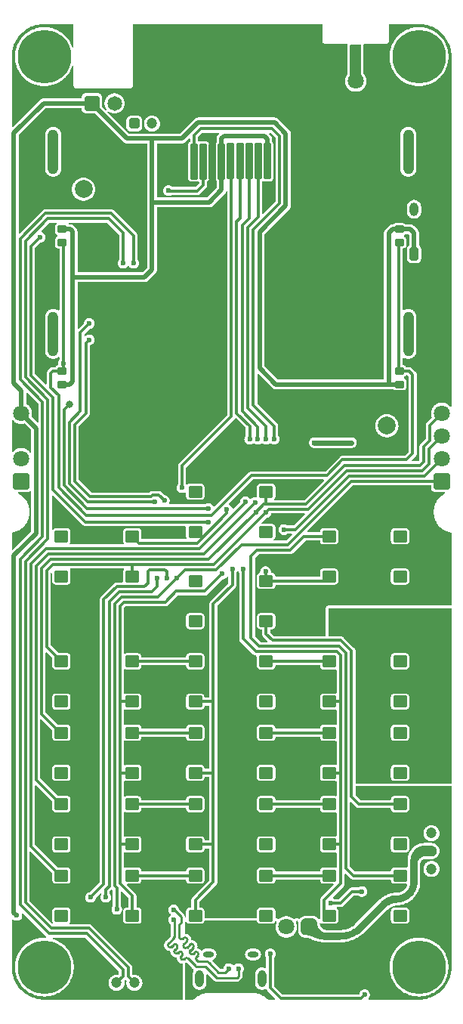
<source format=gbr>
G04*
G04 #@! TF.GenerationSoftware,Altium Limited,Altium Designer,23.0.1 (38)*
G04*
G04 Layer_Physical_Order=1*
G04 Layer_Color=255*
%FSLAX25Y25*%
%MOIN*%
G70*
G04*
G04 #@! TF.SameCoordinates,5AACE2FC-F550-4568-A226-762E45A29E99*
G04*
G04*
G04 #@! TF.FilePolarity,Positive*
G04*
G01*
G75*
%ADD15C,0.01181*%
G04:AMPARAMS|DCode=17|XSize=61.02mil|YSize=51.18mil|CornerRadius=5.12mil|HoleSize=0mil|Usage=FLASHONLY|Rotation=0.000|XOffset=0mil|YOffset=0mil|HoleType=Round|Shape=RoundedRectangle|*
%AMROUNDEDRECTD17*
21,1,0.06102,0.04095,0,0,0.0*
21,1,0.05079,0.05118,0,0,0.0*
1,1,0.01024,0.02539,-0.02047*
1,1,0.01024,-0.02539,-0.02047*
1,1,0.01024,-0.02539,0.02047*
1,1,0.01024,0.02539,0.02047*
%
%ADD17ROUNDEDRECTD17*%
G04:AMPARAMS|DCode=18|XSize=41.34mil|YSize=31.5mil|CornerRadius=3.15mil|HoleSize=0mil|Usage=FLASHONLY|Rotation=0.000|XOffset=0mil|YOffset=0mil|HoleType=Round|Shape=RoundedRectangle|*
%AMROUNDEDRECTD18*
21,1,0.04134,0.02520,0,0,0.0*
21,1,0.03504,0.03150,0,0,0.0*
1,1,0.00630,0.01752,-0.01260*
1,1,0.00630,-0.01752,-0.01260*
1,1,0.00630,-0.01752,0.01260*
1,1,0.00630,0.01752,0.01260*
%
%ADD18ROUNDEDRECTD18*%
G04:AMPARAMS|DCode=19|XSize=157.48mil|YSize=31.5mil|CornerRadius=3.15mil|HoleSize=0mil|Usage=FLASHONLY|Rotation=90.000|XOffset=0mil|YOffset=0mil|HoleType=Round|Shape=RoundedRectangle|*
%AMROUNDEDRECTD19*
21,1,0.15748,0.02520,0,0,90.0*
21,1,0.15118,0.03150,0,0,90.0*
1,1,0.00630,0.01260,0.07559*
1,1,0.00630,0.01260,-0.07559*
1,1,0.00630,-0.01260,-0.07559*
1,1,0.00630,-0.01260,0.07559*
%
%ADD19ROUNDEDRECTD19*%
G04:AMPARAMS|DCode=20|XSize=53.15mil|YSize=165.35mil|CornerRadius=5.32mil|HoleSize=0mil|Usage=FLASHONLY|Rotation=180.000|XOffset=0mil|YOffset=0mil|HoleType=Round|Shape=RoundedRectangle|*
%AMROUNDEDRECTD20*
21,1,0.05315,0.15472,0,0,180.0*
21,1,0.04252,0.16535,0,0,180.0*
1,1,0.01063,-0.02126,0.07736*
1,1,0.01063,0.02126,0.07736*
1,1,0.01063,0.02126,-0.07736*
1,1,0.01063,-0.02126,-0.07736*
%
%ADD20ROUNDEDRECTD20*%
G04:AMPARAMS|DCode=21|XSize=50mil|YSize=141.73mil|CornerRadius=5mil|HoleSize=0mil|Usage=FLASHONLY|Rotation=180.000|XOffset=0mil|YOffset=0mil|HoleType=Round|Shape=RoundedRectangle|*
%AMROUNDEDRECTD21*
21,1,0.05000,0.13173,0,0,180.0*
21,1,0.04000,0.14173,0,0,180.0*
1,1,0.01000,-0.02000,0.06587*
1,1,0.01000,0.02000,0.06587*
1,1,0.01000,0.02000,-0.06587*
1,1,0.01000,-0.02000,-0.06587*
%
%ADD21ROUNDEDRECTD21*%
%ADD31O,0.03740X0.07480*%
%ADD42C,0.00984*%
%ADD43C,0.01968*%
%ADD44C,0.02362*%
G04:AMPARAMS|DCode=45|XSize=86.61mil|YSize=59.06mil|CornerRadius=17.72mil|HoleSize=0mil|Usage=FLASHONLY|Rotation=0.000|XOffset=0mil|YOffset=0mil|HoleType=Round|Shape=RoundedRectangle|*
%AMROUNDEDRECTD45*
21,1,0.08661,0.02362,0,0,0.0*
21,1,0.05118,0.05906,0,0,0.0*
1,1,0.03543,0.02559,-0.01181*
1,1,0.03543,-0.02559,-0.01181*
1,1,0.03543,-0.02559,0.01181*
1,1,0.03543,0.02559,0.01181*
%
%ADD45ROUNDEDRECTD45*%
%ADD46C,0.04724*%
G04:AMPARAMS|DCode=47|XSize=59.06mil|YSize=39.37mil|CornerRadius=9.84mil|HoleSize=0mil|Usage=FLASHONLY|Rotation=90.000|XOffset=0mil|YOffset=0mil|HoleType=Round|Shape=RoundedRectangle|*
%AMROUNDEDRECTD47*
21,1,0.05906,0.01968,0,0,90.0*
21,1,0.03937,0.03937,0,0,90.0*
1,1,0.01968,0.00984,0.01968*
1,1,0.01968,0.00984,-0.01968*
1,1,0.01968,-0.00984,-0.01968*
1,1,0.01968,-0.00984,0.01968*
%
%ADD47ROUNDEDRECTD47*%
%ADD48O,0.03937X0.05906*%
%ADD49O,0.04724X0.02756*%
%ADD50C,0.07874*%
%ADD51O,0.04724X0.19685*%
G04:AMPARAMS|DCode=52|XSize=47.24mil|YSize=47.24mil|CornerRadius=11.81mil|HoleSize=0mil|Usage=FLASHONLY|Rotation=270.000|XOffset=0mil|YOffset=0mil|HoleType=Round|Shape=RoundedRectangle|*
%AMROUNDEDRECTD52*
21,1,0.04724,0.02362,0,0,270.0*
21,1,0.02362,0.04724,0,0,270.0*
1,1,0.02362,-0.01181,-0.01181*
1,1,0.02362,-0.01181,0.01181*
1,1,0.02362,0.01181,0.01181*
1,1,0.02362,0.01181,-0.01181*
%
%ADD52ROUNDEDRECTD52*%
%ADD53C,0.07087*%
G04:AMPARAMS|DCode=54|XSize=70.87mil|YSize=70.87mil|CornerRadius=7.09mil|HoleSize=0mil|Usage=FLASHONLY|Rotation=90.000|XOffset=0mil|YOffset=0mil|HoleType=Round|Shape=RoundedRectangle|*
%AMROUNDEDRECTD54*
21,1,0.07087,0.05669,0,0,90.0*
21,1,0.05669,0.07087,0,0,90.0*
1,1,0.01417,0.02835,0.02835*
1,1,0.01417,0.02835,-0.02835*
1,1,0.01417,-0.02835,-0.02835*
1,1,0.01417,-0.02835,0.02835*
%
%ADD54ROUNDEDRECTD54*%
%ADD55C,0.06500*%
G04:AMPARAMS|DCode=56|XSize=65mil|YSize=65mil|CornerRadius=6.5mil|HoleSize=0mil|Usage=FLASHONLY|Rotation=0.000|XOffset=0mil|YOffset=0mil|HoleType=Round|Shape=RoundedRectangle|*
%AMROUNDEDRECTD56*
21,1,0.06500,0.05200,0,0,0.0*
21,1,0.05200,0.06500,0,0,0.0*
1,1,0.01300,0.02600,-0.02600*
1,1,0.01300,-0.02600,-0.02600*
1,1,0.01300,-0.02600,0.02600*
1,1,0.01300,0.02600,0.02600*
%
%ADD56ROUNDEDRECTD56*%
G04:AMPARAMS|DCode=57|XSize=70.87mil|YSize=70.87mil|CornerRadius=17.72mil|HoleSize=0mil|Usage=FLASHONLY|Rotation=0.000|XOffset=0mil|YOffset=0mil|HoleType=Round|Shape=RoundedRectangle|*
%AMROUNDEDRECTD57*
21,1,0.07087,0.03543,0,0,0.0*
21,1,0.03543,0.07087,0,0,0.0*
1,1,0.03543,0.01772,-0.01772*
1,1,0.03543,-0.01772,-0.01772*
1,1,0.03543,-0.01772,0.01772*
1,1,0.03543,0.01772,0.01772*
%
%ADD57ROUNDEDRECTD57*%
%ADD58C,0.23622*%
%ADD59C,0.02362*%
%ADD60C,0.03150*%
%ADD61C,0.03937*%
G36*
X515231Y787583D02*
X515893Y787537D01*
X516552Y787461D01*
X517207Y787354D01*
X517857Y787217D01*
X518500Y787050D01*
X519134Y786853D01*
X519758Y786628D01*
X520371Y786374D01*
X520972Y786092D01*
X521559Y785782D01*
X522132Y785446D01*
X522688Y785083D01*
X523227Y784696D01*
X523747Y784284D01*
X524248Y783848D01*
X524728Y783390D01*
X525186Y782909D01*
X525622Y782409D01*
X526034Y781888D01*
X526422Y781349D01*
X526785Y780793D01*
X527121Y780221D01*
X527430Y779634D01*
X527712Y779033D01*
X527966Y778419D01*
X528192Y777795D01*
X528388Y777161D01*
X528555Y776518D01*
X528692Y775869D01*
X528799Y775214D01*
X528876Y774554D01*
X528922Y773892D01*
X528936Y773260D01*
X528934Y773228D01*
Y618857D01*
X528434Y618694D01*
X528319Y618852D01*
X528078Y619135D01*
X527816Y619397D01*
X527533Y619638D01*
X527233Y619856D01*
X526917Y620050D01*
X526586Y620219D01*
X526243Y620361D01*
X525890Y620476D01*
X525529Y620562D01*
X525162Y620620D01*
X524792Y620650D01*
X524421D01*
X524051Y620620D01*
X523684Y620562D01*
X523323Y620476D01*
X522970Y620361D01*
X522627Y620219D01*
X522296Y620050D01*
X521980Y619856D01*
X521679Y619638D01*
X521397Y619397D01*
X521134Y619135D01*
X520893Y618852D01*
X520675Y618552D01*
X520481Y618235D01*
X520313Y617905D01*
X520170Y617562D01*
X520056Y617209D01*
X519969Y616848D01*
X519911Y616481D01*
X519882Y616111D01*
Y615740D01*
X519911Y615370D01*
X519969Y615003D01*
X520056Y614642D01*
X520170Y614289D01*
X520255Y614085D01*
X518036Y611866D01*
X517883Y611691D01*
X517754Y611498D01*
X517651Y611290D01*
X517576Y611070D01*
X517531Y610842D01*
X517516Y610610D01*
Y604686D01*
X515280Y602450D01*
X515127Y602276D01*
X514998Y602083D01*
X514895Y601874D01*
X514820Y601654D01*
X514775Y601427D01*
X514760Y601195D01*
Y595271D01*
X514276Y594787D01*
X511493D01*
X511301Y595249D01*
X513066Y597014D01*
X513220Y597189D01*
X513349Y597382D01*
X513451Y597590D01*
X513526Y597810D01*
X513571Y598038D01*
X513587Y598270D01*
Y632972D01*
X513571Y633204D01*
X513526Y633432D01*
X513451Y633652D01*
X513349Y633860D01*
X513220Y634053D01*
X513066Y634228D01*
X511492Y635803D01*
X511317Y635956D01*
X511124Y636085D01*
X510916Y636188D01*
X510696Y636262D01*
X510468Y636307D01*
X510236Y636323D01*
X508852D01*
X508785Y636458D01*
X508690Y636600D01*
X508578Y636728D01*
X508450Y636840D01*
X508309Y636935D01*
X508156Y637010D01*
X507995Y637065D01*
X507827Y637098D01*
X507657Y637109D01*
X507485D01*
Y640217D01*
X507539Y640281D01*
X507985Y640487D01*
X508070Y640432D01*
X508344Y640290D01*
X508630Y640171D01*
X508925Y640078D01*
X509227Y640011D01*
X509534Y639971D01*
X509843Y639957D01*
X510152Y639971D01*
X510459Y640011D01*
X510761Y640078D01*
X511056Y640171D01*
X511342Y640290D01*
X511616Y640432D01*
X511877Y640599D01*
X512123Y640787D01*
X512351Y640996D01*
X512560Y641224D01*
X512748Y641470D01*
X512915Y641731D01*
X513057Y642005D01*
X513176Y642291D01*
X513269Y642586D01*
X513336Y642888D01*
X513376Y643195D01*
X513390Y643504D01*
Y658465D01*
X513376Y658774D01*
X513336Y659081D01*
X513269Y659382D01*
X513176Y659678D01*
X513057Y659964D01*
X512915Y660238D01*
X512748Y660499D01*
X512560Y660744D01*
X512351Y660972D01*
X512123Y661181D01*
X511877Y661370D01*
X511616Y661536D01*
X511342Y661679D01*
X511056Y661797D01*
X510761Y661890D01*
X510459Y661957D01*
X510152Y661998D01*
X509843Y662011D01*
X509534Y661998D01*
X509227Y661957D01*
X508925Y661890D01*
X508630Y661797D01*
X508344Y661679D01*
X508070Y661536D01*
X507985Y661482D01*
X507539Y661687D01*
X507485Y661751D01*
Y688678D01*
X507656D01*
X507826Y688690D01*
X507993Y688723D01*
X508154Y688777D01*
X508307Y688853D01*
X508449Y688947D01*
X508577Y689060D01*
X508689Y689188D01*
X508784Y689329D01*
X508859Y689482D01*
X508914Y689643D01*
X508947Y689810D01*
X508958Y689980D01*
Y692500D01*
X508947Y692670D01*
X508914Y692837D01*
X508859Y692998D01*
X508784Y693151D01*
X508689Y693293D01*
X508577Y693421D01*
X508449Y693533D01*
X508307Y693628D01*
X508154Y693703D01*
X507993Y693758D01*
X507971Y693762D01*
Y694624D01*
X507993Y694628D01*
X508154Y694683D01*
X508307Y694758D01*
X508449Y694853D01*
X508577Y694965D01*
X508587Y694977D01*
X509885D01*
X510233Y694629D01*
Y690004D01*
X510065Y689885D01*
X509884Y689722D01*
X509722Y689541D01*
X509581Y689343D01*
X509463Y689130D01*
X509370Y688905D01*
X509303Y688672D01*
X509262Y688432D01*
X509249Y688189D01*
Y684252D01*
X509262Y684009D01*
X509303Y683769D01*
X509370Y683536D01*
X509463Y683311D01*
X509581Y683098D01*
X509722Y682900D01*
X509884Y682719D01*
X510065Y682556D01*
X510263Y682416D01*
X510476Y682298D01*
X510701Y682205D01*
X510935Y682138D01*
X511174Y682097D01*
X511417Y682083D01*
X513386D01*
X513629Y682097D01*
X513868Y682138D01*
X514102Y682205D01*
X514327Y682298D01*
X514540Y682416D01*
X514738Y682556D01*
X514919Y682719D01*
X515081Y682900D01*
X515222Y683098D01*
X515340Y683311D01*
X515433Y683536D01*
X515500Y683769D01*
X515541Y684009D01*
X515555Y684252D01*
Y688189D01*
X515541Y688432D01*
X515500Y688672D01*
X515433Y688905D01*
X515340Y689130D01*
X515222Y689343D01*
X515081Y689541D01*
X514919Y689722D01*
X514738Y689885D01*
X514570Y690004D01*
Y695528D01*
X514557Y695770D01*
X514516Y696010D01*
X514449Y696244D01*
X514356Y696469D01*
X514238Y696681D01*
X514097Y696880D01*
X513935Y697061D01*
X512317Y698679D01*
X512136Y698841D01*
X511937Y698982D01*
X511725Y699100D01*
X511500Y699193D01*
X511266Y699260D01*
X511026Y699301D01*
X510783Y699314D01*
X508587D01*
X508577Y699326D01*
X508449Y699438D01*
X508307Y699533D01*
X508154Y699608D01*
X507993Y699663D01*
X507826Y699696D01*
X507656Y699708D01*
X504152D01*
X503982Y699696D01*
X503815Y699663D01*
X503654Y699608D01*
X503501Y699533D01*
X503360Y699438D01*
X503232Y699326D01*
X503221Y699314D01*
X502952D01*
X502709Y699301D01*
X502469Y699260D01*
X502236Y699193D01*
X502011Y699100D01*
X501798Y698982D01*
X501600Y698841D01*
X501418Y698679D01*
X499746Y697007D01*
X499584Y696825D01*
X499443Y696627D01*
X499326Y696414D01*
X499232Y696189D01*
X499165Y695956D01*
X499124Y695716D01*
X499111Y695473D01*
Y630810D01*
X452315D01*
X446362Y636764D01*
Y694909D01*
X457341Y705888D01*
X457503Y706069D01*
X457643Y706268D01*
X457761Y706481D01*
X457854Y706705D01*
X457922Y706939D01*
X457962Y707179D01*
X457976Y707421D01*
Y739330D01*
X457962Y739573D01*
X457922Y739813D01*
X457854Y740047D01*
X457761Y740272D01*
X457643Y740484D01*
X457503Y740683D01*
X457341Y740864D01*
X452478Y745726D01*
X452297Y745889D01*
X452099Y746029D01*
X451886Y746147D01*
X451661Y746240D01*
X451427Y746307D01*
X451188Y746348D01*
X450945Y746362D01*
X417067D01*
X416824Y746348D01*
X416584Y746307D01*
X416351Y746240D01*
X416126Y746147D01*
X415913Y746029D01*
X415715Y745889D01*
X415534Y745726D01*
X409066Y739258D01*
X386663D01*
X377126Y748796D01*
X377451Y749175D01*
X377733Y748970D01*
X378030Y748788D01*
X378340Y748630D01*
X378662Y748497D01*
X378993Y748389D01*
X379332Y748308D01*
X379676Y748254D01*
X380023Y748226D01*
X380371D01*
X380718Y748254D01*
X381062Y748308D01*
X381401Y748389D01*
X381732Y748497D01*
X382053Y748630D01*
X382364Y748788D01*
X382661Y748970D01*
X382942Y749175D01*
X383207Y749401D01*
X383453Y749647D01*
X383679Y749912D01*
X383884Y750194D01*
X384066Y750491D01*
X384224Y750801D01*
X384357Y751123D01*
X384465Y751454D01*
X384546Y751792D01*
X384601Y752136D01*
X384628Y752483D01*
Y752832D01*
X384601Y753179D01*
X384546Y753523D01*
X384465Y753861D01*
X384357Y754192D01*
X384224Y754514D01*
X384066Y754824D01*
X383884Y755121D01*
X383679Y755403D01*
X383453Y755668D01*
X383207Y755914D01*
X382942Y756140D01*
X382661Y756345D01*
X382364Y756527D01*
X382053Y756685D01*
X381732Y756818D01*
X381401Y756925D01*
X381062Y757007D01*
X380718Y757061D01*
X380371Y757089D01*
X380023D01*
X379676Y757061D01*
X379332Y757007D01*
X378993Y756925D01*
X378662Y756818D01*
X378340Y756685D01*
X378030Y756527D01*
X377733Y756345D01*
X377451Y756140D01*
X377187Y755914D01*
X376940Y755668D01*
X376714Y755403D01*
X376510Y755121D01*
X376328Y754824D01*
X376170Y754514D01*
X376036Y754192D01*
X375929Y753861D01*
X375848Y753523D01*
X375793Y753179D01*
X375766Y752832D01*
Y752483D01*
X375793Y752136D01*
X375848Y751792D01*
X375929Y751454D01*
X376036Y751123D01*
X376170Y750801D01*
X376328Y750491D01*
X376510Y750194D01*
X376714Y749912D01*
X376335Y749587D01*
X374632Y751290D01*
Y755258D01*
X374616Y755497D01*
X374569Y755732D01*
X374492Y755960D01*
X374386Y756175D01*
X374253Y756375D01*
X374094Y756555D01*
X373914Y756713D01*
X373714Y756847D01*
X373499Y756953D01*
X373272Y757030D01*
X373036Y757077D01*
X372797Y757093D01*
X367597D01*
X367357Y757077D01*
X367122Y757030D01*
X366895Y756953D01*
X366679Y756847D01*
X366480Y756713D01*
X366299Y756555D01*
X366141Y756375D01*
X366008Y756175D01*
X365901Y755960D01*
X365824Y755732D01*
X365777Y755497D01*
X365762Y755258D01*
Y754826D01*
X348917D01*
X348675Y754813D01*
X348435Y754772D01*
X348201Y754705D01*
X347976Y754611D01*
X347763Y754494D01*
X347565Y754353D01*
X347384Y754191D01*
X335307Y742115D01*
X334845Y742306D01*
Y773228D01*
X334843Y773260D01*
X334858Y773892D01*
X334904Y774554D01*
X334980Y775214D01*
X335087Y775869D01*
X335224Y776518D01*
X335391Y777161D01*
X335588Y777795D01*
X335813Y778419D01*
X336067Y779033D01*
X336349Y779634D01*
X336659Y780221D01*
X336995Y780793D01*
X337357Y781349D01*
X337745Y781888D01*
X338157Y782409D01*
X338593Y782909D01*
X339052Y783390D01*
X339532Y783848D01*
X340032Y784284D01*
X340553Y784696D01*
X341092Y785083D01*
X341648Y785446D01*
X342220Y785782D01*
X342807Y786092D01*
X343408Y786374D01*
X344022Y786628D01*
X344646Y786853D01*
X345280Y787050D01*
X345923Y787217D01*
X346572Y787354D01*
X347227Y787461D01*
X347887Y787537D01*
X348549Y787583D01*
X349180Y787598D01*
X349213Y787596D01*
X362116D01*
Y777171D01*
X361616Y777097D01*
X361553Y777305D01*
X361338Y777906D01*
X361094Y778495D01*
X360821Y779072D01*
X360520Y779634D01*
X360192Y780181D01*
X359838Y780712D01*
X359458Y781224D01*
X359053Y781717D01*
X358625Y782190D01*
X358174Y782641D01*
X357701Y783069D01*
X357208Y783474D01*
X356696Y783854D01*
X356166Y784208D01*
X355618Y784536D01*
X355056Y784837D01*
X354479Y785110D01*
X353890Y785354D01*
X353289Y785569D01*
X352679Y785754D01*
X352060Y785909D01*
X351434Y786033D01*
X350803Y786127D01*
X350169Y786189D01*
X349532Y786221D01*
X348894D01*
X348257Y786189D01*
X347622Y786127D01*
X346991Y786033D01*
X346365Y785909D01*
X345746Y785754D01*
X345136Y785569D01*
X344535Y785354D01*
X343946Y785110D01*
X343369Y784837D01*
X342807Y784536D01*
X342260Y784208D01*
X341729Y783854D01*
X341217Y783474D01*
X340724Y783069D01*
X340251Y782641D01*
X339800Y782190D01*
X339372Y781717D01*
X338967Y781224D01*
X338587Y780712D01*
X338233Y780181D01*
X337905Y779634D01*
X337604Y779072D01*
X337332Y778495D01*
X337087Y777906D01*
X336873Y777305D01*
X336687Y776695D01*
X336532Y776076D01*
X336408Y775450D01*
X336314Y774819D01*
X336252Y774184D01*
X336221Y773547D01*
Y772909D01*
X336252Y772272D01*
X336314Y771637D01*
X336408Y771006D01*
X336532Y770381D01*
X336687Y769762D01*
X336873Y769152D01*
X337087Y768551D01*
X337332Y767962D01*
X337604Y767385D01*
X337905Y766823D01*
X338233Y766276D01*
X338587Y765745D01*
X338967Y765233D01*
X339372Y764740D01*
X339800Y764267D01*
X340251Y763816D01*
X340724Y763388D01*
X341217Y762983D01*
X341729Y762603D01*
X342260Y762249D01*
X342807Y761921D01*
X343369Y761620D01*
X343946Y761347D01*
X344535Y761103D01*
X345136Y760888D01*
X345746Y760703D01*
X346365Y760548D01*
X346991Y760424D01*
X347622Y760330D01*
X348257Y760267D01*
X348894Y760236D01*
X349532D01*
X350169Y760267D01*
X350803Y760330D01*
X351434Y760424D01*
X352060Y760548D01*
X352679Y760703D01*
X353289Y760888D01*
X353890Y761103D01*
X354479Y761347D01*
X355056Y761620D01*
X355618Y761921D01*
X356166Y762249D01*
X356696Y762603D01*
X357208Y762983D01*
X357701Y763388D01*
X358174Y763816D01*
X358625Y764267D01*
X359053Y764740D01*
X359458Y765233D01*
X359838Y765745D01*
X360192Y766276D01*
X360520Y766823D01*
X360821Y767385D01*
X361094Y767962D01*
X361338Y768551D01*
X361553Y769152D01*
X361616Y769360D01*
X362116Y769286D01*
Y760556D01*
X362128Y760376D01*
X362163Y760198D01*
X362221Y760028D01*
X362301Y759866D01*
X362401Y759715D01*
X362520Y759580D01*
X362656Y759460D01*
X362806Y759360D01*
X362968Y759280D01*
X363139Y759222D01*
X363317Y759187D01*
X363497Y759175D01*
X386897D01*
X387077Y759187D01*
X387254Y759222D01*
X387425Y759280D01*
X387587Y759360D01*
X387737Y759460D01*
X387873Y759580D01*
X387992Y759715D01*
X388093Y759866D01*
X388173Y760028D01*
X388231Y760198D01*
X388266Y760376D01*
X388278Y760556D01*
Y787596D01*
X471847D01*
Y780315D01*
X471859Y780135D01*
X471895Y779958D01*
X471953Y779786D01*
X472032Y779625D01*
X472133Y779474D01*
X472252Y779339D01*
X472388Y779219D01*
X472538Y779119D01*
X472700Y779039D01*
X472871Y778981D01*
X473048Y778946D01*
X473228Y778934D01*
X482754D01*
X482890Y778835D01*
X483140Y778434D01*
X483127Y778240D01*
Y765544D01*
X482982Y765374D01*
X482763Y765074D01*
X482570Y764757D01*
X482401Y764426D01*
X482259Y764083D01*
X482144Y763730D01*
X482058Y763369D01*
X481999Y763003D01*
X481970Y762633D01*
Y762261D01*
X481999Y761891D01*
X482058Y761524D01*
X482144Y761164D01*
X482259Y760810D01*
X482401Y760467D01*
X482570Y760137D01*
X482763Y759820D01*
X482982Y759520D01*
X483223Y759237D01*
X483485Y758975D01*
X483768Y758734D01*
X484068Y758516D01*
X484384Y758322D01*
X484715Y758153D01*
X485058Y758011D01*
X485411Y757896D01*
X485772Y757810D01*
X486139Y757752D01*
X486509Y757723D01*
X486880D01*
X487251Y757752D01*
X487617Y757810D01*
X487978Y757896D01*
X488331Y758011D01*
X488674Y758153D01*
X489005Y758322D01*
X489322Y758516D01*
X489622Y758734D01*
X489904Y758975D01*
X490167Y759237D01*
X490408Y759520D01*
X490626Y759820D01*
X490820Y760137D01*
X490988Y760467D01*
X491131Y760810D01*
X491245Y761164D01*
X491332Y761524D01*
X491390Y761891D01*
X491419Y762261D01*
Y762633D01*
X491390Y763003D01*
X491332Y763369D01*
X491245Y763730D01*
X491131Y764083D01*
X490988Y764426D01*
X490820Y764757D01*
X490626Y765074D01*
X490408Y765374D01*
X490167Y765656D01*
X490102Y765721D01*
Y778240D01*
X490089Y778434D01*
X490338Y778835D01*
X490474Y778934D01*
X500000D01*
X500180Y778946D01*
X500357Y778981D01*
X500528Y779039D01*
X500691Y779119D01*
X500841Y779219D01*
X500977Y779339D01*
X501096Y779474D01*
X501196Y779625D01*
X501276Y779786D01*
X501334Y779958D01*
X501369Y780135D01*
X501381Y780315D01*
Y787596D01*
X514567D01*
X514599Y787598D01*
X515231Y787583D01*
D02*
G37*
G36*
X451276Y737454D02*
Y709298D01*
X445835Y703858D01*
X445373Y704049D01*
Y717979D01*
X445486Y718097D01*
X445873Y718272D01*
X445877Y718270D01*
X446039Y718216D01*
X446206Y718182D01*
X446376Y718171D01*
X448895D01*
X449065Y718182D01*
X449232Y718216D01*
X449394Y718270D01*
X449546Y718346D01*
X449688Y718440D01*
X449816Y718553D01*
X449928Y718681D01*
X450023Y718822D01*
X450098Y718975D01*
X450153Y719136D01*
X450186Y719303D01*
X450197Y719473D01*
Y734591D01*
X450186Y734761D01*
X450153Y734928D01*
X450098Y735090D01*
X450023Y735242D01*
X449928Y735384D01*
X449816Y735512D01*
X449804Y735522D01*
Y736912D01*
X449791Y737155D01*
X449750Y737394D01*
X449683Y737628D01*
X449589Y737853D01*
X449472Y738066D01*
X449331Y738264D01*
X449169Y738445D01*
X448436Y739178D01*
X448612Y739618D01*
X449068Y739661D01*
X451276Y737454D01*
D02*
G37*
G36*
X426491Y739200D02*
X425914Y738623D01*
X425752Y738442D01*
X425612Y738243D01*
X425494Y738031D01*
X425401Y737806D01*
X425334Y737572D01*
X425293Y737332D01*
X425279Y737090D01*
Y735465D01*
X425268Y735455D01*
X425155Y735326D01*
X425061Y735185D01*
X424985Y735032D01*
X424930Y734871D01*
X424897Y734704D01*
X424886Y734534D01*
Y719416D01*
X424897Y719246D01*
X424930Y719079D01*
X424985Y718918D01*
X425061Y718765D01*
X425155Y718623D01*
X425268Y718495D01*
X425279Y718485D01*
Y715263D01*
X421142Y711126D01*
X398921D01*
Y734921D01*
X409964D01*
X410207Y734935D01*
X410447Y734975D01*
X410680Y735043D01*
X410905Y735136D01*
X411118Y735253D01*
X411316Y735394D01*
X411497Y735556D01*
X413098Y737157D01*
X413560Y736965D01*
Y735728D01*
X413425Y735661D01*
X413283Y735567D01*
X413155Y735455D01*
X413043Y735326D01*
X412948Y735185D01*
X412873Y735032D01*
X412818Y734871D01*
X412785Y734704D01*
X412774Y734534D01*
Y719416D01*
X412785Y719246D01*
X412818Y719079D01*
X412873Y718918D01*
X412948Y718765D01*
X413043Y718623D01*
X413155Y718495D01*
X413283Y718383D01*
X413425Y718288D01*
X413577Y718213D01*
X413739Y718158D01*
X413906Y718125D01*
X414076Y718114D01*
X416595D01*
X416765Y718125D01*
X416932Y718158D01*
X417094Y718213D01*
X417098Y718215D01*
X417485Y718039D01*
X417597Y717921D01*
Y717254D01*
X416095Y715752D01*
X405781D01*
X405612Y715920D01*
X405405Y716086D01*
X405180Y716227D01*
X404941Y716342D01*
X404690Y716430D01*
X404432Y716489D01*
X404168Y716518D01*
X403903D01*
X403639Y716489D01*
X403380Y716430D01*
X403130Y716342D01*
X402891Y716227D01*
X402666Y716086D01*
X402459Y715920D01*
X402271Y715733D01*
X402106Y715525D01*
X401965Y715301D01*
X401850Y715062D01*
X401762Y714811D01*
X401703Y714553D01*
X401673Y714289D01*
Y714024D01*
X401703Y713760D01*
X401762Y713501D01*
X401850Y713251D01*
X401965Y713012D01*
X402106Y712787D01*
X402271Y712580D01*
X402459Y712392D01*
X402666Y712227D01*
X402891Y712085D01*
X403130Y711970D01*
X403380Y711883D01*
X403639Y711824D01*
X403903Y711794D01*
X404168D01*
X404432Y711824D01*
X404690Y711883D01*
X404941Y711970D01*
X405180Y712085D01*
X405364Y712201D01*
X416831D01*
X417063Y712216D01*
X417290Y712261D01*
X417510Y712336D01*
X417719Y712439D01*
X417911Y712568D01*
X418086Y712721D01*
X420628Y715263D01*
X420782Y715438D01*
X420911Y715631D01*
X421013Y715839D01*
X421088Y716059D01*
X421133Y716287D01*
X421148Y716519D01*
Y718221D01*
X421284Y718288D01*
X421425Y718383D01*
X421553Y718495D01*
X421666Y718623D01*
X421760Y718765D01*
X421836Y718918D01*
X421890Y719079D01*
X421924Y719246D01*
X421935Y719416D01*
Y734534D01*
X421924Y734704D01*
X421890Y734871D01*
X421836Y735032D01*
X421760Y735185D01*
X421666Y735326D01*
X421553Y735455D01*
X421425Y735567D01*
X421284Y735661D01*
X421131Y735737D01*
X420970Y735791D01*
X420803Y735825D01*
X420633Y735836D01*
X418113D01*
X417943Y735825D01*
X417776Y735791D01*
X417615Y735737D01*
X417611Y735735D01*
X417224Y735911D01*
X417111Y736028D01*
Y737828D01*
X418944Y739662D01*
X426299D01*
X426491Y739200D01*
D02*
G37*
G36*
X365762Y750058D02*
X365777Y749818D01*
X365824Y749583D01*
X365901Y749355D01*
X366008Y749140D01*
X366141Y748940D01*
X366299Y748760D01*
X366480Y748602D01*
X366679Y748468D01*
X366895Y748362D01*
X367122Y748285D01*
X367357Y748238D01*
X367597Y748222D01*
X371565D01*
X384231Y735556D01*
X384412Y735394D01*
X384611Y735253D01*
X384824Y735136D01*
X385048Y735043D01*
X385282Y734975D01*
X385522Y734935D01*
X385765Y734921D01*
X394583D01*
Y708957D01*
Y680097D01*
X392548Y678061D01*
X363881D01*
Y696063D01*
X363868Y696306D01*
X363827Y696546D01*
X363760Y696779D01*
X363667Y697004D01*
X363549Y697217D01*
X363408Y697415D01*
X363246Y697597D01*
X362163Y698679D01*
X361982Y698841D01*
X361784Y698982D01*
X361571Y699100D01*
X361346Y699193D01*
X361112Y699260D01*
X360873Y699301D01*
X360630Y699314D01*
X360007D01*
X359850Y699478D01*
X360063Y699978D01*
X376949D01*
X382280Y694648D01*
Y683645D01*
X382126Y683452D01*
X381984Y683227D01*
X381869Y682988D01*
X381782Y682737D01*
X381723Y682479D01*
X381693Y682215D01*
Y681950D01*
X381723Y681686D01*
X381782Y681428D01*
X381869Y681177D01*
X381984Y680938D01*
X382126Y680714D01*
X382291Y680506D01*
X382479Y680318D01*
X382686Y680153D01*
X382911Y680012D01*
X383150Y679897D01*
X383400Y679809D01*
X383659Y679750D01*
X383922Y679720D01*
X384188D01*
X384451Y679750D01*
X384710Y679809D01*
X384961Y679897D01*
X385199Y680012D01*
X385424Y680153D01*
X385632Y680318D01*
X385819Y680506D01*
X385985Y680714D01*
X386033Y680790D01*
X386196Y680840D01*
X386445D01*
X386609Y680790D01*
X386657Y680714D01*
X386823Y680506D01*
X387010Y680318D01*
X387218Y680153D01*
X387442Y680012D01*
X387681Y679897D01*
X387932Y679809D01*
X388191Y679750D01*
X388454Y679720D01*
X388719D01*
X388983Y679750D01*
X389242Y679809D01*
X389492Y679897D01*
X389731Y680012D01*
X389956Y680153D01*
X390163Y680318D01*
X390351Y680506D01*
X390516Y680714D01*
X390657Y680938D01*
X390773Y681177D01*
X390860Y681428D01*
X390919Y681686D01*
X390949Y681950D01*
Y682215D01*
X390919Y682479D01*
X390860Y682737D01*
X390773Y682988D01*
X390657Y683227D01*
X390516Y683452D01*
X390362Y683645D01*
Y694192D01*
X390347Y694424D01*
X390302Y694652D01*
X390227Y694871D01*
X390124Y695080D01*
X389995Y695273D01*
X389842Y695447D01*
X379918Y705371D01*
X379744Y705524D01*
X379551Y705653D01*
X379342Y705756D01*
X379122Y705831D01*
X378895Y705876D01*
X378663Y705891D01*
X349785D01*
X349553Y705876D01*
X349325Y705831D01*
X349106Y705756D01*
X348897Y705653D01*
X348704Y705524D01*
X348530Y705371D01*
X338457Y695299D01*
X337996Y695490D01*
Y738669D01*
X349816Y750489D01*
X365762D01*
Y750058D01*
D02*
G37*
G36*
X354574Y699748D02*
X354600Y699478D01*
X354541Y699438D01*
X354413Y699326D01*
X354300Y699198D01*
X354206Y699056D01*
X354131Y698904D01*
X354076Y698742D01*
X354043Y698575D01*
X354031Y698406D01*
Y695886D01*
X354043Y695716D01*
X354076Y695549D01*
X354131Y695388D01*
X354206Y695235D01*
X354300Y695093D01*
X354413Y694965D01*
X354541Y694853D01*
X354682Y694758D01*
X354835Y694683D01*
X354996Y694628D01*
X355018Y694624D01*
Y693762D01*
X354996Y693758D01*
X354835Y693703D01*
X354682Y693628D01*
X354541Y693533D01*
X354413Y693421D01*
X354300Y693293D01*
X354206Y693151D01*
X354131Y692998D01*
X354076Y692837D01*
X354043Y692670D01*
X354031Y692500D01*
Y689980D01*
X354043Y689810D01*
X354076Y689643D01*
X354131Y689482D01*
X354206Y689329D01*
X354300Y689188D01*
X354413Y689060D01*
X354541Y688947D01*
X354682Y688853D01*
X354835Y688777D01*
X354996Y688723D01*
X355163Y688690D01*
X355333Y688678D01*
X355902D01*
Y661426D01*
X355502Y661219D01*
X355402Y661202D01*
X355183Y661370D01*
X354922Y661536D01*
X354648Y661679D01*
X354362Y661797D01*
X354067Y661890D01*
X353765Y661957D01*
X353458Y661998D01*
X353149Y662011D01*
X352840Y661998D01*
X352533Y661957D01*
X352231Y661890D01*
X351936Y661797D01*
X351650Y661679D01*
X351376Y661536D01*
X351115Y661370D01*
X350869Y661181D01*
X350641Y660972D01*
X350432Y660744D01*
X350244Y660499D01*
X350078Y660238D01*
X349935Y659964D01*
X349816Y659678D01*
X349723Y659382D01*
X349656Y659081D01*
X349616Y658774D01*
X349602Y658465D01*
Y643504D01*
X349616Y643195D01*
X349656Y642888D01*
X349723Y642586D01*
X349816Y642291D01*
X349935Y642005D01*
X350078Y641731D01*
X350244Y641470D01*
X350432Y641224D01*
X350641Y640996D01*
X350869Y640787D01*
X351115Y640599D01*
X351376Y640432D01*
X351650Y640290D01*
X351936Y640171D01*
X352231Y640078D01*
X352533Y640011D01*
X352840Y639971D01*
X353149Y639957D01*
X353458Y639971D01*
X353765Y640011D01*
X354067Y640078D01*
X354362Y640171D01*
X354648Y640290D01*
X354922Y640432D01*
X355183Y640599D01*
X355402Y640766D01*
X355502Y640749D01*
X355902Y640542D01*
Y639555D01*
X355748Y639361D01*
X355607Y639137D01*
X355491Y638898D01*
X355404Y638647D01*
X355345Y638388D01*
X355315Y638125D01*
Y637859D01*
X355343Y637609D01*
X355344Y637590D01*
X355284Y637426D01*
X355046Y637097D01*
X355020Y637080D01*
X354972Y637056D01*
X354836Y637010D01*
X354684Y636935D01*
X354542Y636840D01*
X354414Y636728D01*
X354302Y636600D01*
X354207Y636458D01*
X354140Y636323D01*
X353051D01*
X352819Y636307D01*
X352592Y636262D01*
X352372Y636188D01*
X352164Y636085D01*
X351970Y635956D01*
X351796Y635803D01*
X350812Y634818D01*
X350658Y634644D01*
X350529Y634451D01*
X350427Y634242D01*
X350352Y634023D01*
X350307Y633795D01*
X350291Y633563D01*
Y628857D01*
X349830Y628666D01*
X345082Y633413D01*
Y688733D01*
X347493Y691144D01*
X347739Y691172D01*
X347997Y691230D01*
X348248Y691318D01*
X348487Y691433D01*
X348712Y691574D01*
X348919Y691740D01*
X349107Y691927D01*
X349272Y692135D01*
X349413Y692359D01*
X349528Y692598D01*
X349616Y692849D01*
X349675Y693108D01*
X349705Y693371D01*
Y693637D01*
X349675Y693900D01*
X349616Y694159D01*
X349528Y694409D01*
X349413Y694648D01*
X349272Y694873D01*
X349107Y695081D01*
X348919Y695268D01*
X348712Y695434D01*
X348487Y695575D01*
X348248Y695690D01*
X347997Y695777D01*
X347844Y696323D01*
X351499Y699978D01*
X354458D01*
X354574Y699748D01*
D02*
G37*
G36*
X346650Y620142D02*
Y612071D01*
X346188Y611879D01*
X343576Y614491D01*
X343625Y614642D01*
X343712Y615003D01*
X343770Y615370D01*
X343799Y615740D01*
Y616111D01*
X343770Y616481D01*
X343712Y616848D01*
X343625Y617209D01*
X343511Y617562D01*
X343369Y617905D01*
X343200Y618235D01*
X343006Y618552D01*
X342788Y618852D01*
X342547Y619135D01*
X342284Y619397D01*
X342002Y619638D01*
X341702Y619856D01*
X341385Y620050D01*
X341244Y620122D01*
Y624895D01*
X341705Y625087D01*
X346650Y620142D01*
D02*
G37*
G36*
X335362Y612998D02*
X335603Y612716D01*
X335865Y612453D01*
X336148Y612212D01*
X336448Y611994D01*
X336765Y611800D01*
X337095Y611631D01*
X337438Y611489D01*
X337791Y611375D01*
X338152Y611288D01*
X338519Y611230D01*
X338889Y611201D01*
X339260D01*
X339631Y611230D01*
X339997Y611288D01*
X340358Y611375D01*
X340509Y611424D01*
X343500Y608432D01*
Y598702D01*
X343006Y598552D01*
X342788Y598852D01*
X342547Y599135D01*
X342284Y599397D01*
X342002Y599638D01*
X341702Y599856D01*
X341385Y600050D01*
X341054Y600219D01*
X340711Y600361D01*
X340358Y600476D01*
X339997Y600562D01*
X339631Y600621D01*
X339260Y600650D01*
X338889D01*
X338519Y600621D01*
X338152Y600562D01*
X337791Y600476D01*
X337438Y600361D01*
X337095Y600219D01*
X336765Y600050D01*
X336448Y599856D01*
X336148Y599638D01*
X335865Y599397D01*
X335603Y599135D01*
X335362Y598852D01*
X335346Y598830D01*
X334845Y598992D01*
Y612858D01*
X335346Y613021D01*
X335362Y612998D01*
D02*
G37*
G36*
X472533Y586247D02*
X463947Y577661D01*
X450885D01*
X450831Y577736D01*
X450710Y578161D01*
X450745Y578192D01*
X450875Y578339D01*
X450983Y578502D01*
X451070Y578678D01*
X451133Y578864D01*
X451171Y579056D01*
X451184Y579252D01*
Y583347D01*
X451171Y583542D01*
X451133Y583735D01*
X451070Y583920D01*
X450983Y584096D01*
X450875Y584259D01*
X450745Y584407D01*
X450598Y584536D01*
X450435Y584645D01*
X450259Y584732D01*
X450073Y584795D01*
X449881Y584833D01*
X449685Y584846D01*
X444606D01*
X444411Y584833D01*
X444218Y584795D01*
X444032Y584732D01*
X443857Y584645D01*
X443694Y584536D01*
X443546Y584407D01*
X443417Y584259D01*
X443308Y584096D01*
X443221Y583920D01*
X443158Y583735D01*
X443120Y583542D01*
X443107Y583347D01*
Y579381D01*
X442879Y579106D01*
X442667Y578970D01*
X442630Y578963D01*
X442486Y578979D01*
X442221D01*
X441957Y578949D01*
X441698Y578890D01*
X441448Y578803D01*
X441209Y578687D01*
X440984Y578546D01*
X440777Y578381D01*
X440589Y578193D01*
X440522Y578110D01*
X440338Y578065D01*
X440151Y578071D01*
X439930Y578140D01*
X439885Y578213D01*
X439719Y578421D01*
X439532Y578608D01*
X439324Y578774D01*
X439099Y578915D01*
X438860Y579030D01*
X438610Y579118D01*
X438351Y579177D01*
X438088Y579206D01*
X437822D01*
X437559Y579177D01*
X437300Y579118D01*
X437050Y579030D01*
X436810Y578915D01*
X436586Y578774D01*
X436378Y578608D01*
X436191Y578421D01*
X436025Y578213D01*
X435884Y577989D01*
X435769Y577749D01*
X435681Y577499D01*
X435623Y577240D01*
X435593Y576977D01*
Y576821D01*
X432651Y573880D01*
X432591Y573873D01*
X432105Y574041D01*
X432096Y574080D01*
X432009Y574331D01*
X431894Y574570D01*
X431752Y574794D01*
X431587Y575002D01*
X431399Y575189D01*
X431192Y575355D01*
X430967Y575496D01*
X430841Y575557D01*
X430725Y575884D01*
X430721Y576143D01*
X441287Y586709D01*
X472342D01*
X472533Y586247D01*
D02*
G37*
G36*
X430031Y713701D02*
Y615273D01*
X408736Y593978D01*
X408583Y593804D01*
X408454Y593610D01*
X408351Y593402D01*
X408276Y593182D01*
X408231Y592954D01*
X408216Y592723D01*
Y584627D01*
X408062Y584434D01*
X407921Y584210D01*
X407805Y583970D01*
X407718Y583720D01*
X407659Y583461D01*
X407629Y583198D01*
Y582932D01*
X407659Y582669D01*
X407718Y582410D01*
X407805Y582160D01*
X407921Y581921D01*
X408062Y581696D01*
X408227Y581489D01*
X408415Y581301D01*
X408622Y581136D01*
X408847Y580994D01*
X409086Y580879D01*
X409336Y580792D01*
X409595Y580733D01*
X409859Y580703D01*
X410124D01*
X410388Y580733D01*
X410646Y580792D01*
X410897Y580879D01*
X411136Y580994D01*
X411308Y581103D01*
X411490Y581053D01*
X411808Y580853D01*
Y579252D01*
X411821Y579056D01*
X411859Y578864D01*
X411922Y578678D01*
X412009Y578502D01*
X412118Y578339D01*
X412247Y578192D01*
X412394Y578062D01*
X412557Y577954D01*
X412733Y577867D01*
X412919Y577804D01*
X413111Y577766D01*
X413307Y577753D01*
X418386D01*
X418581Y577766D01*
X418774Y577804D01*
X418960Y577867D01*
X419136Y577954D01*
X419299Y578062D01*
X419446Y578192D01*
X419575Y578339D01*
X419684Y578502D01*
X419771Y578678D01*
X419834Y578864D01*
X419872Y579056D01*
X419885Y579252D01*
Y583347D01*
X419872Y583542D01*
X419834Y583735D01*
X419771Y583920D01*
X419684Y584096D01*
X419575Y584259D01*
X419446Y584407D01*
X419299Y584536D01*
X419136Y584645D01*
X418960Y584732D01*
X418774Y584795D01*
X418581Y584833D01*
X418386Y584846D01*
X413307D01*
X413111Y584833D01*
X412919Y584795D01*
X412733Y584732D01*
X412557Y584645D01*
X412432Y584561D01*
X412334Y584524D01*
X411904Y584562D01*
X411771Y584622D01*
X411767Y584627D01*
Y591987D01*
X433062Y613282D01*
X433215Y613457D01*
X433307Y613595D01*
X433437Y613660D01*
X433877Y613707D01*
X433916Y613693D01*
X438082Y609527D01*
Y606090D01*
X437928Y605897D01*
X437787Y605672D01*
X437672Y605433D01*
X437584Y605183D01*
X437525Y604924D01*
X437495Y604660D01*
Y604395D01*
X437525Y604131D01*
X437584Y603873D01*
X437672Y603622D01*
X437787Y603383D01*
X437928Y603159D01*
X438093Y602951D01*
X438281Y602763D01*
X438488Y602598D01*
X438713Y602457D01*
X438952Y602342D01*
X439202Y602254D01*
X439461Y602195D01*
X439725Y602165D01*
X439990D01*
X440254Y602195D01*
X440513Y602254D01*
X440763Y602342D01*
X441002Y602457D01*
X441227Y602598D01*
X441297Y602654D01*
X441661Y602922D01*
X442024Y602654D01*
X442095Y602598D01*
X442319Y602457D01*
X442558Y602342D01*
X442809Y602254D01*
X443067Y602195D01*
X443331Y602165D01*
X443596D01*
X443860Y602195D01*
X444119Y602254D01*
X444369Y602342D01*
X444608Y602457D01*
X444833Y602598D01*
X444903Y602654D01*
X445267Y602922D01*
X445631Y602654D01*
X445701Y602598D01*
X445925Y602457D01*
X446165Y602342D01*
X446415Y602254D01*
X446674Y602195D01*
X446937Y602165D01*
X447202D01*
X447466Y602195D01*
X447725Y602254D01*
X447975Y602342D01*
X448214Y602457D01*
X448439Y602598D01*
X448509Y602654D01*
X448873Y602922D01*
X449237Y602654D01*
X449307Y602598D01*
X449532Y602457D01*
X449771Y602342D01*
X450021Y602254D01*
X450280Y602195D01*
X450543Y602165D01*
X450809D01*
X451072Y602195D01*
X451331Y602254D01*
X451581Y602342D01*
X451821Y602457D01*
X452045Y602598D01*
X452253Y602763D01*
X452440Y602951D01*
X452606Y603159D01*
X452747Y603383D01*
X452862Y603622D01*
X452949Y603873D01*
X453009Y604131D01*
X453038Y604395D01*
Y604660D01*
X453009Y604924D01*
X452949Y605183D01*
X452862Y605433D01*
X452747Y605672D01*
X452606Y605897D01*
X452452Y606090D01*
Y610249D01*
X452436Y610481D01*
X452391Y610709D01*
X452316Y610929D01*
X452214Y611137D01*
X452085Y611330D01*
X451931Y611505D01*
X443213Y620224D01*
Y633126D01*
X443674Y633317D01*
X449883Y627108D01*
X450065Y626946D01*
X450263Y626805D01*
X450476Y626688D01*
X450701Y626595D01*
X450934Y626527D01*
X451174Y626487D01*
X451417Y626473D01*
X503223D01*
X503233Y626461D01*
X503361Y626349D01*
X503503Y626254D01*
X503655Y626179D01*
X503817Y626124D01*
X503984Y626091D01*
X504153Y626080D01*
X507657D01*
X507827Y626091D01*
X507995Y626124D01*
X508156Y626179D01*
X508309Y626254D01*
X508450Y626349D01*
X508578Y626461D01*
X508690Y626589D01*
X508785Y626731D01*
X508860Y626884D01*
X508915Y627045D01*
X508948Y627212D01*
X508959Y627382D01*
Y629902D01*
X508948Y630071D01*
X508915Y630239D01*
X508860Y630400D01*
X508785Y630553D01*
X508690Y630694D01*
X508578Y630822D01*
X508450Y630934D01*
X508309Y631029D01*
X508156Y631105D01*
X507995Y631159D01*
X507972Y631164D01*
Y632025D01*
X507995Y632030D01*
X508156Y632085D01*
X508309Y632160D01*
X508450Y632255D01*
X508578Y632367D01*
X508690Y632495D01*
X508785Y632636D01*
X508852Y632772D01*
X509501D01*
X510036Y632237D01*
Y599005D01*
X508180Y597150D01*
X480830D01*
X480599Y597134D01*
X480371Y597089D01*
X480151Y597014D01*
X479943Y596912D01*
X479749Y596783D01*
X479575Y596629D01*
X473205Y590260D01*
X440551D01*
X440319Y590244D01*
X440092Y590199D01*
X439872Y590125D01*
X439664Y590022D01*
X439470Y589893D01*
X439296Y589740D01*
X424372Y574816D01*
X424113Y574819D01*
X423785Y574936D01*
X423724Y575062D01*
X423583Y575286D01*
X423418Y575494D01*
X423230Y575681D01*
X423023Y575847D01*
X422798Y575988D01*
X422559Y576103D01*
X422308Y576191D01*
X422050Y576250D01*
X421786Y576279D01*
X421521D01*
X421257Y576250D01*
X420999Y576191D01*
X420748Y576103D01*
X420509Y575988D01*
X420285Y575847D01*
X420091Y575693D01*
X404510D01*
X404479Y575716D01*
X404242Y576193D01*
X404257Y576218D01*
X404373Y576457D01*
X404460Y576707D01*
X404519Y576966D01*
X404549Y577230D01*
Y577495D01*
X404519Y577759D01*
X404460Y578017D01*
X404373Y578268D01*
X404257Y578507D01*
X404116Y578731D01*
X403951Y578939D01*
X403763Y579126D01*
X403556Y579292D01*
X403331Y579433D01*
X403092Y579548D01*
X402842Y579636D01*
X402583Y579695D01*
X402337Y579722D01*
X400981Y581078D01*
X400807Y581231D01*
X400614Y581360D01*
X400406Y581463D01*
X400185Y581538D01*
X399958Y581583D01*
X399726Y581598D01*
X396894D01*
X396662Y581583D01*
X396434Y581538D01*
X396214Y581463D01*
X396006Y581360D01*
X395813Y581231D01*
X395638Y581078D01*
X395568Y581008D01*
X370102D01*
X364374Y586736D01*
Y610082D01*
X368775Y614483D01*
X368928Y614658D01*
X369057Y614851D01*
X369160Y615059D01*
X369235Y615279D01*
X369280Y615507D01*
X369295Y615738D01*
Y645968D01*
X369470Y645988D01*
X369729Y646047D01*
X369979Y646135D01*
X370218Y646250D01*
X370443Y646391D01*
X370651Y646556D01*
X370838Y646744D01*
X371004Y646951D01*
X371145Y647176D01*
X371260Y647415D01*
X371347Y647665D01*
X371407Y647924D01*
X371436Y648188D01*
Y648453D01*
X371407Y648717D01*
X371347Y648975D01*
X371260Y649226D01*
X371145Y649465D01*
X371004Y649689D01*
X370838Y649897D01*
X370651Y650084D01*
X370443Y650250D01*
X370218Y650391D01*
X369979Y650506D01*
X369729Y650594D01*
X369470Y650653D01*
X369207Y650682D01*
X368941D01*
X368678Y650653D01*
X368419Y650594D01*
X368169Y650506D01*
X367930Y650391D01*
X367705Y650250D01*
X367497Y650084D01*
X367433Y650020D01*
X366978Y650178D01*
X366933Y650216D01*
Y650857D01*
X369225Y653148D01*
X369470Y653176D01*
X369729Y653235D01*
X369979Y653323D01*
X370218Y653438D01*
X370443Y653579D01*
X370651Y653745D01*
X370838Y653932D01*
X371004Y654140D01*
X371145Y654364D01*
X371260Y654603D01*
X371347Y654854D01*
X371407Y655112D01*
X371436Y655376D01*
Y655641D01*
X371407Y655905D01*
X371347Y656164D01*
X371260Y656414D01*
X371145Y656653D01*
X371004Y656878D01*
X370838Y657085D01*
X370651Y657273D01*
X370443Y657438D01*
X370218Y657579D01*
X369979Y657694D01*
X369729Y657782D01*
X369470Y657841D01*
X369207Y657871D01*
X368941D01*
X368678Y657841D01*
X368419Y657782D01*
X368169Y657694D01*
X367930Y657579D01*
X367705Y657438D01*
X367497Y657273D01*
X367310Y657085D01*
X367144Y656878D01*
X367003Y656653D01*
X366888Y656414D01*
X366801Y656164D01*
X366741Y655905D01*
X366714Y655659D01*
X364381Y653327D01*
X363881Y653534D01*
Y673724D01*
X393446D01*
X393689Y673738D01*
X393929Y673778D01*
X394163Y673846D01*
X394387Y673939D01*
X394600Y674056D01*
X394798Y674197D01*
X394980Y674359D01*
X398286Y677665D01*
X398448Y677846D01*
X398588Y678045D01*
X398706Y678258D01*
X398799Y678482D01*
X398866Y678716D01*
X398907Y678956D01*
X398921Y679199D01*
Y706788D01*
X422040D01*
X422283Y706802D01*
X422523Y706842D01*
X422756Y706910D01*
X422981Y707003D01*
X423194Y707120D01*
X423392Y707261D01*
X423574Y707423D01*
X428981Y712831D01*
X429143Y713012D01*
X429284Y713211D01*
X429402Y713423D01*
X429495Y713648D01*
X429531Y713772D01*
X430031Y713701D01*
D02*
G37*
G36*
X464254Y571286D02*
X459366Y566399D01*
X456526D01*
X456333Y566553D01*
X456108Y566694D01*
X455869Y566809D01*
X455618Y566897D01*
X455360Y566956D01*
X455096Y566985D01*
X454831D01*
X454567Y566956D01*
X454309Y566897D01*
X454058Y566809D01*
X453819Y566694D01*
X453594Y566553D01*
X453387Y566387D01*
X453199Y566200D01*
X453034Y565992D01*
X452893Y565768D01*
X452778Y565528D01*
X452690Y565278D01*
X452631Y565020D01*
X452601Y564756D01*
Y564491D01*
X452631Y564227D01*
X452690Y563968D01*
X452778Y563718D01*
X452893Y563479D01*
X453034Y563254D01*
X453199Y563047D01*
X453387Y562859D01*
X453594Y562694D01*
X453819Y562552D01*
X454058Y562437D01*
X454309Y562350D01*
X454567Y562291D01*
X454831Y562261D01*
X455096D01*
X455360Y562291D01*
X455618Y562350D01*
X455869Y562437D01*
X456108Y562552D01*
X456333Y562694D01*
X456526Y562848D01*
X458502D01*
X458694Y562386D01*
X456056Y559748D01*
X450573D01*
X450443Y560209D01*
X450451Y560248D01*
X450598Y560346D01*
X450745Y560475D01*
X450875Y560623D01*
X450983Y560786D01*
X451070Y560962D01*
X451133Y561147D01*
X451171Y561340D01*
X451184Y561536D01*
Y565630D01*
X451171Y565826D01*
X451133Y566018D01*
X451070Y566204D01*
X450983Y566380D01*
X450875Y566543D01*
X450745Y566690D01*
X450598Y566819D01*
X450435Y566928D01*
X450259Y567015D01*
X450073Y567078D01*
X449881Y567116D01*
X449685Y567129D01*
X445288D01*
X445081Y567629D01*
X447296Y569845D01*
X447542Y569873D01*
X447801Y569932D01*
X448051Y570019D01*
X448290Y570135D01*
X448515Y570276D01*
X448722Y570441D01*
X448910Y570629D01*
X449075Y570836D01*
X449216Y571061D01*
X449332Y571300D01*
X449419Y571550D01*
X449464Y571748D01*
X464062D01*
X464254Y571286D01*
D02*
G37*
G36*
X365969Y566756D02*
X366144Y566603D01*
X366337Y566474D01*
X366545Y566371D01*
X366765Y566297D01*
X366993Y566252D01*
X367224Y566236D01*
X411405D01*
X411483Y566199D01*
X411732Y565924D01*
X411815Y565736D01*
X411808Y565630D01*
Y561536D01*
X411821Y561340D01*
X411859Y561147D01*
X411922Y560962D01*
X411934Y560937D01*
X411756Y560546D01*
X411641Y560437D01*
X392129D01*
Y563661D01*
X392116Y563857D01*
X392078Y564049D01*
X392015Y564235D01*
X391928Y564411D01*
X391819Y564574D01*
X391690Y564722D01*
X391543Y564851D01*
X391380Y564960D01*
X391204Y565047D01*
X391018Y565110D01*
X390826Y565148D01*
X390630Y565161D01*
X385551D01*
X385355Y565148D01*
X385163Y565110D01*
X384977Y565047D01*
X384802Y564960D01*
X384639Y564851D01*
X384491Y564722D01*
X384362Y564574D01*
X384253Y564411D01*
X384166Y564235D01*
X384103Y564049D01*
X384065Y563857D01*
X384052Y563661D01*
Y559567D01*
X384065Y559371D01*
X384103Y559179D01*
X384166Y558993D01*
X384253Y558817D01*
X384362Y558654D01*
X384432Y558575D01*
X384376Y558320D01*
X384226Y558075D01*
X360656D01*
X360506Y558320D01*
X360450Y558575D01*
X360520Y558654D01*
X360629Y558817D01*
X360716Y558993D01*
X360779Y559179D01*
X360817Y559371D01*
X360830Y559567D01*
Y563661D01*
X360817Y563857D01*
X360779Y564049D01*
X360716Y564235D01*
X360629Y564411D01*
X360520Y564574D01*
X360391Y564722D01*
X360243Y564851D01*
X360080Y564960D01*
X359905Y565047D01*
X359719Y565110D01*
X359526Y565148D01*
X359331Y565161D01*
X354252D01*
X354056Y565148D01*
X353864Y565110D01*
X353678Y565047D01*
X353502Y564960D01*
X353339Y564851D01*
X353192Y564722D01*
X353063Y564574D01*
X352563Y564726D01*
Y579509D01*
X353025Y579701D01*
X365969Y566756D01*
D02*
G37*
G36*
X519879Y583091D02*
X519891Y582879D01*
X519926Y582669D01*
X519985Y582465D01*
X520066Y582269D01*
X520169Y582084D01*
X520292Y581911D01*
X520433Y581752D01*
X520592Y581611D01*
X520765Y581488D01*
X520950Y581385D01*
X521146Y581304D01*
X521350Y581245D01*
X521560Y581210D01*
X521772Y581198D01*
X526018D01*
X526140Y580698D01*
X525838Y580542D01*
X525391Y580278D01*
X524959Y579989D01*
X524544Y579677D01*
X524148Y579342D01*
X523770Y578986D01*
X523414Y578608D01*
X523079Y578212D01*
X522766Y577797D01*
X522478Y577365D01*
X522214Y576918D01*
X521976Y576457D01*
X521764Y575983D01*
X521579Y575498D01*
X521421Y575003D01*
X521291Y574501D01*
X521190Y573991D01*
X521118Y573477D01*
X521074Y572960D01*
X521059Y572441D01*
X521074Y571922D01*
X521118Y571405D01*
X521190Y570891D01*
X521291Y570381D01*
X521421Y569879D01*
X521579Y569384D01*
X521764Y568899D01*
X521976Y568425D01*
X522214Y567964D01*
X522478Y567517D01*
X522766Y567085D01*
X523079Y566670D01*
X523414Y566273D01*
X523770Y565896D01*
X524148Y565540D01*
X524544Y565205D01*
X524959Y564892D01*
X525391Y564604D01*
X525838Y564340D01*
X526299Y564102D01*
X526773Y563890D01*
X527258Y563705D01*
X527753Y563547D01*
X528255Y563417D01*
X528765Y563316D01*
X528934Y563292D01*
Y531122D01*
X474606D01*
X474421Y531108D01*
X474240Y531064D01*
X474068Y530993D01*
X473910Y530896D01*
X473769Y530775D01*
X473648Y530634D01*
X473551Y530475D01*
X473480Y530303D01*
X473436Y530123D01*
X473422Y529937D01*
Y517523D01*
X450637D01*
X448921Y519239D01*
Y520666D01*
X449685D01*
X449881Y520679D01*
X450073Y520717D01*
X450259Y520780D01*
X450435Y520867D01*
X450598Y520976D01*
X450745Y521105D01*
X450875Y521253D01*
X450983Y521416D01*
X451070Y521592D01*
X451133Y521777D01*
X451171Y521970D01*
X451184Y522165D01*
Y526260D01*
X451171Y526455D01*
X451133Y526648D01*
X451070Y526834D01*
X450983Y527009D01*
X450875Y527173D01*
X450745Y527320D01*
X450598Y527449D01*
X450435Y527558D01*
X450259Y527645D01*
X450073Y527708D01*
X449881Y527746D01*
X449685Y527759D01*
X444606D01*
X444411Y527746D01*
X444218Y527708D01*
X444032Y527645D01*
X443857Y527558D01*
X443694Y527449D01*
X443546Y527320D01*
X443417Y527173D01*
X443308Y527009D01*
X443221Y526834D01*
X443158Y526648D01*
X443120Y526455D01*
X443107Y526260D01*
Y522165D01*
X443120Y521970D01*
X443158Y521777D01*
X443221Y521592D01*
X443308Y521416D01*
X443417Y521253D01*
X443546Y521105D01*
X443694Y520976D01*
X443857Y520867D01*
X444032Y520780D01*
X444218Y520717D01*
X444411Y520679D01*
X444606Y520666D01*
X445370D01*
Y518504D01*
X445385Y518272D01*
X445431Y518044D01*
X445505Y517825D01*
X445608Y517616D01*
X445737Y517423D01*
X445890Y517248D01*
X447712Y515426D01*
X447521Y514964D01*
X444739D01*
X442228Y517475D01*
Y552217D01*
X443846Y553835D01*
X457770D01*
X458002Y553850D01*
X458229Y553895D01*
X458449Y553970D01*
X458658Y554073D01*
X458851Y554202D01*
X459025Y554355D01*
X464509Y559839D01*
X470863D01*
Y559567D01*
X470876Y559371D01*
X470914Y559179D01*
X470977Y558993D01*
X471064Y558817D01*
X471173Y558654D01*
X471302Y558507D01*
X471450Y558378D01*
X471613Y558268D01*
X471789Y558182D01*
X471974Y558119D01*
X472166Y558080D01*
X472362Y558068D01*
X477441D01*
X477637Y558080D01*
X477829Y558119D01*
X478015Y558182D01*
X478191Y558268D01*
X478354Y558378D01*
X478501Y558507D01*
X478630Y558654D01*
X478739Y558817D01*
X478826Y558993D01*
X478889Y559179D01*
X478927Y559371D01*
X478940Y559567D01*
Y563661D01*
X478927Y563857D01*
X478889Y564049D01*
X478826Y564235D01*
X478739Y564411D01*
X478630Y564574D01*
X478501Y564722D01*
X478354Y564851D01*
X478191Y564960D01*
X478015Y565047D01*
X477829Y565110D01*
X477637Y565148D01*
X477441Y565161D01*
X472362D01*
X472166Y565148D01*
X471974Y565110D01*
X471789Y565047D01*
X471613Y564960D01*
X471450Y564851D01*
X471302Y564722D01*
X471173Y564574D01*
X471064Y564411D01*
X470977Y564235D01*
X470914Y564049D01*
X470876Y563857D01*
X470863Y563661D01*
Y563390D01*
X465373D01*
X465181Y563852D01*
X485479Y584150D01*
X519879D01*
Y583091D01*
D02*
G37*
G36*
X343296Y581458D02*
X343500Y581308D01*
Y563775D01*
X335307Y555582D01*
X334845Y555773D01*
Y563292D01*
X335015Y563316D01*
X335524Y563417D01*
X336027Y563547D01*
X336522Y563705D01*
X337006Y563890D01*
X337480Y564102D01*
X337942Y564340D01*
X338389Y564604D01*
X338821Y564892D01*
X339235Y565205D01*
X339632Y565540D01*
X340009Y565896D01*
X340366Y566273D01*
X340701Y566670D01*
X341013Y567085D01*
X341301Y567517D01*
X341565Y567964D01*
X341804Y568425D01*
X342016Y568899D01*
X342201Y569384D01*
X342358Y569879D01*
X342488Y570381D01*
X342589Y570891D01*
X342662Y571405D01*
X342706Y571922D01*
X342720Y572441D01*
X342706Y572960D01*
X342662Y573477D01*
X342589Y573991D01*
X342488Y574501D01*
X342358Y575003D01*
X342201Y575498D01*
X342016Y575983D01*
X341804Y576457D01*
X341565Y576918D01*
X341301Y577365D01*
X341013Y577797D01*
X340701Y578212D01*
X340366Y578608D01*
X340009Y578986D01*
X339632Y579342D01*
X339235Y579677D01*
X338821Y579989D01*
X338389Y580278D01*
X337942Y580542D01*
X337639Y580698D01*
X337761Y581198D01*
X341910D01*
X342121Y581210D01*
X342331Y581245D01*
X342535Y581304D01*
X342731Y581385D01*
X342916Y581488D01*
X343001Y581548D01*
X343296Y581458D01*
D02*
G37*
G36*
X384376Y547192D02*
X384432Y546937D01*
X384362Y546858D01*
X384253Y546695D01*
X384166Y546519D01*
X384103Y546333D01*
X384065Y546141D01*
X384052Y545945D01*
Y541850D01*
X384052Y541842D01*
X383779Y541451D01*
X383628Y541342D01*
X381269D01*
X381037Y541327D01*
X380809Y541282D01*
X380589Y541207D01*
X380381Y541105D01*
X380188Y540976D01*
X380013Y540822D01*
X374237Y535046D01*
X374084Y534871D01*
X373955Y534678D01*
X373852Y534470D01*
X373777Y534250D01*
X373732Y534022D01*
X373717Y533791D01*
Y409054D01*
X369436Y404773D01*
X369190Y404745D01*
X368932Y404686D01*
X368681Y404599D01*
X368442Y404484D01*
X368217Y404343D01*
X368010Y404177D01*
X367823Y403990D01*
X367657Y403782D01*
X367516Y403557D01*
X367401Y403318D01*
X367313Y403068D01*
X367254Y402809D01*
X367224Y402546D01*
Y402280D01*
X367254Y402017D01*
X367313Y401758D01*
X367401Y401508D01*
X367516Y401268D01*
X367657Y401044D01*
X367823Y400837D01*
X368010Y400649D01*
X368217Y400483D01*
X368442Y400342D01*
X368681Y400227D01*
X368932Y400140D01*
X369190Y400080D01*
X369454Y400051D01*
X369719D01*
X369983Y400080D01*
X370242Y400140D01*
X370492Y400227D01*
X370731Y400342D01*
X370956Y400483D01*
X371163Y400649D01*
X371351Y400837D01*
X371516Y401044D01*
X371657Y401268D01*
X371773Y401508D01*
X371860Y401758D01*
X371919Y402017D01*
X371947Y402262D01*
X373908Y404223D01*
X374448Y404057D01*
X374493Y403819D01*
X374464Y403782D01*
X374323Y403557D01*
X374208Y403318D01*
X374120Y403068D01*
X374061Y402809D01*
X374031Y402546D01*
Y402280D01*
X374061Y402017D01*
X374120Y401758D01*
X374208Y401508D01*
X374323Y401268D01*
X374464Y401044D01*
X374630Y400837D01*
X374817Y400649D01*
X375025Y400483D01*
X375249Y400342D01*
X375488Y400227D01*
X375739Y400140D01*
X375997Y400080D01*
X376261Y400051D01*
X376526D01*
X376790Y400080D01*
X377049Y400140D01*
X377299Y400227D01*
X377538Y400342D01*
X377763Y400483D01*
X377970Y400649D01*
X378158Y400837D01*
X378323Y401044D01*
X378464Y401268D01*
X378580Y401508D01*
X378667Y401758D01*
X378726Y402017D01*
X378756Y402280D01*
Y402546D01*
X378726Y402809D01*
X378667Y403068D01*
X378580Y403318D01*
X378464Y403557D01*
X378323Y403782D01*
X378169Y403975D01*
Y405144D01*
X378804Y405779D01*
X378971Y405802D01*
X379425Y405452D01*
Y398639D01*
X379271Y398446D01*
X379130Y398221D01*
X379015Y397982D01*
X378927Y397732D01*
X378868Y397473D01*
X378839Y397209D01*
Y396944D01*
X378868Y396680D01*
X378927Y396422D01*
X379015Y396171D01*
X379130Y395932D01*
X379271Y395708D01*
X379437Y395500D01*
X379624Y395313D01*
X379832Y395147D01*
X380056Y395006D01*
X380295Y394891D01*
X380546Y394803D01*
X380804Y394744D01*
X381068Y394715D01*
X381333D01*
X381597Y394744D01*
X381856Y394803D01*
X382106Y394891D01*
X382345Y395006D01*
X382570Y395147D01*
X382777Y395313D01*
X382965Y395500D01*
X383130Y395708D01*
X383272Y395932D01*
X383387Y396171D01*
X383474Y396422D01*
X383533Y396680D01*
X383563Y396944D01*
Y397209D01*
X383533Y397473D01*
X383474Y397732D01*
X383387Y397982D01*
X383272Y398221D01*
X383130Y398446D01*
X382976Y398639D01*
Y405001D01*
X383438Y405193D01*
X386315Y402316D01*
Y397838D01*
X385551D01*
X385355Y397825D01*
X385163Y397787D01*
X384977Y397724D01*
X384802Y397637D01*
X384639Y397528D01*
X384491Y397399D01*
X384362Y397251D01*
X384253Y397088D01*
X384166Y396912D01*
X384103Y396727D01*
X384065Y396534D01*
X384052Y396339D01*
Y392244D01*
X384065Y392048D01*
X384103Y391856D01*
X384166Y391670D01*
X384253Y391494D01*
X384362Y391331D01*
X384491Y391184D01*
X384639Y391055D01*
X384802Y390946D01*
X384977Y390859D01*
X385163Y390796D01*
X385355Y390758D01*
X385551Y390745D01*
X390630D01*
X390826Y390758D01*
X391018Y390796D01*
X391204Y390859D01*
X391380Y390946D01*
X391543Y391055D01*
X391690Y391184D01*
X391819Y391331D01*
X391928Y391494D01*
X392015Y391670D01*
X392078Y391856D01*
X392116Y392048D01*
X392129Y392244D01*
Y396339D01*
X392116Y396534D01*
X392078Y396727D01*
X392015Y396912D01*
X391928Y397088D01*
X391819Y397251D01*
X391690Y397399D01*
X391543Y397528D01*
X391380Y397637D01*
X391204Y397724D01*
X391018Y397787D01*
X390826Y397825D01*
X390630Y397838D01*
X389866D01*
Y403051D01*
X389851Y403283D01*
X389806Y403511D01*
X389731Y403731D01*
X389628Y403939D01*
X389499Y404132D01*
X389346Y404307D01*
X385691Y407961D01*
X385898Y408461D01*
X390630D01*
X390826Y408474D01*
X391018Y408512D01*
X391204Y408575D01*
X391380Y408662D01*
X391543Y408771D01*
X391690Y408900D01*
X391819Y409048D01*
X391928Y409211D01*
X392015Y409387D01*
X392078Y409573D01*
X392116Y409765D01*
X392129Y409961D01*
Y410232D01*
X411808D01*
Y409961D01*
X411821Y409765D01*
X411859Y409573D01*
X411922Y409387D01*
X412009Y409211D01*
X412118Y409048D01*
X412247Y408900D01*
X412394Y408771D01*
X412557Y408662D01*
X412733Y408575D01*
X412919Y408512D01*
X413111Y408474D01*
X413307Y408461D01*
X418386D01*
X418581Y408474D01*
X418774Y408512D01*
X418960Y408575D01*
X419136Y408662D01*
X419299Y408771D01*
X419446Y408900D01*
X419575Y409048D01*
X419684Y409211D01*
X419771Y409387D01*
X419834Y409573D01*
X419872Y409765D01*
X419885Y409961D01*
Y414055D01*
X419872Y414251D01*
X419834Y414443D01*
X419771Y414629D01*
X419684Y414805D01*
X419575Y414968D01*
X419446Y415115D01*
X419299Y415244D01*
X419136Y415353D01*
X418960Y415440D01*
X418774Y415503D01*
X418581Y415542D01*
X418386Y415554D01*
X413307D01*
X413111Y415542D01*
X412919Y415503D01*
X412733Y415440D01*
X412557Y415353D01*
X412394Y415244D01*
X412247Y415115D01*
X412118Y414968D01*
X412009Y414805D01*
X411922Y414629D01*
X411859Y414443D01*
X411821Y414251D01*
X411808Y414055D01*
Y413783D01*
X392129D01*
Y414055D01*
X392116Y414251D01*
X392078Y414443D01*
X392015Y414629D01*
X391928Y414805D01*
X391819Y414968D01*
X391690Y415115D01*
X391543Y415244D01*
X391380Y415353D01*
X391204Y415440D01*
X391018Y415503D01*
X390826Y415542D01*
X390630Y415554D01*
X385551D01*
X385355Y415542D01*
X385163Y415503D01*
X384977Y415440D01*
X384854Y415379D01*
X384672Y415439D01*
X384354Y415651D01*
Y422145D01*
X384672Y422356D01*
X384854Y422416D01*
X384977Y422355D01*
X385163Y422292D01*
X385355Y422254D01*
X385551Y422241D01*
X390630D01*
X390826Y422254D01*
X391018Y422292D01*
X391204Y422355D01*
X391380Y422442D01*
X391543Y422551D01*
X391690Y422680D01*
X391819Y422827D01*
X391928Y422991D01*
X392015Y423166D01*
X392078Y423352D01*
X392116Y423545D01*
X392129Y423740D01*
Y427835D01*
X392116Y428030D01*
X392078Y428223D01*
X392015Y428408D01*
X391928Y428584D01*
X391819Y428747D01*
X391690Y428895D01*
X391543Y429024D01*
X391380Y429133D01*
X391204Y429220D01*
X391018Y429283D01*
X390826Y429321D01*
X390630Y429334D01*
X385551D01*
X385355Y429321D01*
X385163Y429283D01*
X384977Y429220D01*
X384854Y429159D01*
X384672Y429219D01*
X384354Y429430D01*
Y439861D01*
X384672Y440072D01*
X384854Y440132D01*
X384977Y440072D01*
X385163Y440008D01*
X385355Y439970D01*
X385551Y439957D01*
X390630D01*
X390826Y439970D01*
X391018Y440008D01*
X391204Y440072D01*
X391380Y440158D01*
X391543Y440267D01*
X391690Y440397D01*
X391819Y440544D01*
X391928Y440707D01*
X392015Y440883D01*
X392078Y441069D01*
X392116Y441261D01*
X392129Y441457D01*
Y441728D01*
X411808D01*
Y441457D01*
X411821Y441261D01*
X411859Y441069D01*
X411922Y440883D01*
X412009Y440707D01*
X412118Y440544D01*
X412247Y440397D01*
X412394Y440267D01*
X412557Y440158D01*
X412733Y440072D01*
X412919Y440008D01*
X413111Y439970D01*
X413307Y439957D01*
X418386D01*
X418581Y439970D01*
X418774Y440008D01*
X418960Y440072D01*
X419136Y440158D01*
X419299Y440267D01*
X419446Y440397D01*
X419575Y440544D01*
X419684Y440707D01*
X419771Y440883D01*
X419834Y441069D01*
X419872Y441261D01*
X419885Y441457D01*
Y445551D01*
X419872Y445747D01*
X419834Y445939D01*
X419771Y446125D01*
X419684Y446301D01*
X419575Y446464D01*
X419446Y446611D01*
X419299Y446741D01*
X419136Y446850D01*
X418960Y446936D01*
X418774Y446999D01*
X418581Y447038D01*
X418386Y447051D01*
X413307D01*
X413111Y447038D01*
X412919Y446999D01*
X412733Y446936D01*
X412557Y446850D01*
X412394Y446741D01*
X412247Y446611D01*
X412118Y446464D01*
X412009Y446301D01*
X411922Y446125D01*
X411859Y445939D01*
X411821Y445747D01*
X411808Y445551D01*
Y445279D01*
X392129D01*
Y445551D01*
X392116Y445747D01*
X392078Y445939D01*
X392015Y446125D01*
X391928Y446301D01*
X391819Y446464D01*
X391690Y446611D01*
X391543Y446741D01*
X391380Y446850D01*
X391204Y446936D01*
X391018Y446999D01*
X390826Y447038D01*
X390630Y447051D01*
X385551D01*
X385355Y447038D01*
X385163Y446999D01*
X384977Y446936D01*
X384854Y446876D01*
X384672Y446935D01*
X384354Y447147D01*
Y453641D01*
X384672Y453852D01*
X384854Y453912D01*
X384977Y453851D01*
X385163Y453788D01*
X385355Y453750D01*
X385551Y453737D01*
X390630D01*
X390826Y453750D01*
X391018Y453788D01*
X391204Y453851D01*
X391380Y453938D01*
X391543Y454047D01*
X391690Y454176D01*
X391819Y454323D01*
X391928Y454487D01*
X392015Y454663D01*
X392078Y454848D01*
X392116Y455041D01*
X392129Y455236D01*
Y459331D01*
X392116Y459526D01*
X392078Y459719D01*
X392015Y459904D01*
X391928Y460080D01*
X391819Y460243D01*
X391690Y460391D01*
X391543Y460520D01*
X391380Y460629D01*
X391204Y460716D01*
X391018Y460779D01*
X390826Y460817D01*
X390630Y460830D01*
X385551D01*
X385355Y460817D01*
X385163Y460779D01*
X384977Y460716D01*
X384854Y460655D01*
X384672Y460715D01*
X384354Y460926D01*
Y471357D01*
X384672Y471569D01*
X384854Y471628D01*
X384977Y471568D01*
X385163Y471505D01*
X385355Y471466D01*
X385551Y471454D01*
X390630D01*
X390826Y471466D01*
X391018Y471505D01*
X391204Y471568D01*
X391380Y471654D01*
X391543Y471763D01*
X391690Y471893D01*
X391819Y472040D01*
X391928Y472203D01*
X392015Y472379D01*
X392078Y472565D01*
X392116Y472757D01*
X392129Y472953D01*
Y473225D01*
X411808D01*
Y472953D01*
X411821Y472757D01*
X411859Y472565D01*
X411922Y472379D01*
X412009Y472203D01*
X412118Y472040D01*
X412247Y471893D01*
X412394Y471763D01*
X412557Y471654D01*
X412733Y471568D01*
X412919Y471505D01*
X413111Y471466D01*
X413307Y471454D01*
X418386D01*
X418581Y471466D01*
X418774Y471505D01*
X418960Y471568D01*
X419136Y471654D01*
X419299Y471763D01*
X419446Y471893D01*
X419575Y472040D01*
X419684Y472203D01*
X419771Y472379D01*
X419834Y472565D01*
X419872Y472757D01*
X419885Y472953D01*
Y477047D01*
X419872Y477243D01*
X419834Y477435D01*
X419771Y477621D01*
X419684Y477797D01*
X419575Y477960D01*
X419446Y478107D01*
X419299Y478237D01*
X419136Y478346D01*
X418960Y478432D01*
X418774Y478495D01*
X418581Y478534D01*
X418386Y478546D01*
X413307D01*
X413111Y478534D01*
X412919Y478495D01*
X412733Y478432D01*
X412557Y478346D01*
X412394Y478237D01*
X412247Y478107D01*
X412118Y477960D01*
X412009Y477797D01*
X411922Y477621D01*
X411859Y477435D01*
X411821Y477243D01*
X411808Y477047D01*
Y476776D01*
X392129D01*
Y477047D01*
X392116Y477243D01*
X392078Y477435D01*
X392015Y477621D01*
X391928Y477797D01*
X391819Y477960D01*
X391690Y478107D01*
X391543Y478237D01*
X391380Y478346D01*
X391204Y478432D01*
X391018Y478495D01*
X390826Y478534D01*
X390630Y478546D01*
X385551D01*
X385355Y478534D01*
X385163Y478495D01*
X384977Y478432D01*
X384854Y478372D01*
X384672Y478432D01*
X384354Y478643D01*
Y485137D01*
X384672Y485348D01*
X384854Y485408D01*
X384977Y485347D01*
X385163Y485284D01*
X385355Y485246D01*
X385551Y485233D01*
X390630D01*
X390826Y485246D01*
X391018Y485284D01*
X391204Y485347D01*
X391380Y485434D01*
X391543Y485543D01*
X391690Y485672D01*
X391819Y485820D01*
X391928Y485983D01*
X392015Y486159D01*
X392078Y486344D01*
X392116Y486537D01*
X392129Y486732D01*
Y490827D01*
X392116Y491022D01*
X392078Y491215D01*
X392015Y491400D01*
X391928Y491576D01*
X391819Y491740D01*
X391690Y491887D01*
X391543Y492016D01*
X391380Y492125D01*
X391204Y492212D01*
X391018Y492275D01*
X390826Y492313D01*
X390630Y492326D01*
X385551D01*
X385355Y492313D01*
X385163Y492275D01*
X384977Y492212D01*
X384854Y492151D01*
X384672Y492211D01*
X384354Y492422D01*
Y502853D01*
X384672Y503065D01*
X384854Y503125D01*
X384977Y503064D01*
X385163Y503001D01*
X385355Y502962D01*
X385551Y502950D01*
X390630D01*
X390826Y502962D01*
X391018Y503001D01*
X391204Y503064D01*
X391380Y503150D01*
X391543Y503259D01*
X391690Y503389D01*
X391819Y503536D01*
X391928Y503699D01*
X392015Y503875D01*
X392078Y504061D01*
X392116Y504253D01*
X392129Y504449D01*
Y504721D01*
X411808D01*
Y504449D01*
X411821Y504253D01*
X411859Y504061D01*
X411922Y503875D01*
X412009Y503699D01*
X412118Y503536D01*
X412247Y503389D01*
X412394Y503259D01*
X412557Y503150D01*
X412733Y503064D01*
X412919Y503001D01*
X413111Y502962D01*
X413307Y502950D01*
X418386D01*
X418581Y502962D01*
X418774Y503001D01*
X418960Y503064D01*
X419136Y503150D01*
X419299Y503259D01*
X419446Y503389D01*
X419575Y503536D01*
X419684Y503699D01*
X419771Y503875D01*
X419834Y504061D01*
X419872Y504253D01*
X419885Y504449D01*
Y508543D01*
X419872Y508739D01*
X419834Y508931D01*
X419771Y509117D01*
X419684Y509293D01*
X419575Y509456D01*
X419446Y509604D01*
X419299Y509733D01*
X419136Y509842D01*
X418960Y509929D01*
X418774Y509992D01*
X418581Y510030D01*
X418386Y510043D01*
X413307D01*
X413111Y510030D01*
X412919Y509992D01*
X412733Y509929D01*
X412557Y509842D01*
X412394Y509733D01*
X412247Y509604D01*
X412118Y509456D01*
X412009Y509293D01*
X411922Y509117D01*
X411859Y508931D01*
X411821Y508739D01*
X411808Y508543D01*
Y508272D01*
X392129D01*
Y508543D01*
X392116Y508739D01*
X392078Y508931D01*
X392015Y509117D01*
X391928Y509293D01*
X391819Y509456D01*
X391690Y509604D01*
X391543Y509733D01*
X391380Y509842D01*
X391204Y509929D01*
X391018Y509992D01*
X390826Y510030D01*
X390630Y510043D01*
X385551D01*
X385355Y510030D01*
X385163Y509992D01*
X384977Y509929D01*
X384854Y509868D01*
X384672Y509928D01*
X384354Y510139D01*
Y530120D01*
X384939Y530705D01*
X402507D01*
X402739Y530720D01*
X402967Y530765D01*
X403187Y530840D01*
X403395Y530943D01*
X403588Y531072D01*
X403763Y531225D01*
X408159Y535622D01*
X420158D01*
X420389Y535637D01*
X420617Y535682D01*
X420837Y535757D01*
X421045Y535859D01*
X421238Y535988D01*
X421413Y536141D01*
X427937Y542665D01*
X428183Y542693D01*
X428441Y542752D01*
X428692Y542840D01*
X428931Y542955D01*
X429155Y543096D01*
X429363Y543261D01*
X429550Y543449D01*
X429716Y543656D01*
X429857Y543881D01*
X429910Y543991D01*
X430410Y543876D01*
Y540865D01*
X422564Y533019D01*
X422410Y532845D01*
X422281Y532652D01*
X422179Y532443D01*
X422104Y532223D01*
X422059Y531995D01*
X422043Y531764D01*
Y490555D01*
X419885D01*
Y490827D01*
X419872Y491022D01*
X419834Y491215D01*
X419771Y491400D01*
X419684Y491576D01*
X419575Y491740D01*
X419446Y491887D01*
X419299Y492016D01*
X419136Y492125D01*
X418960Y492212D01*
X418774Y492275D01*
X418581Y492313D01*
X418386Y492326D01*
X413307D01*
X413111Y492313D01*
X412919Y492275D01*
X412733Y492212D01*
X412557Y492125D01*
X412394Y492016D01*
X412247Y491887D01*
X412118Y491740D01*
X412009Y491576D01*
X411922Y491400D01*
X411859Y491215D01*
X411821Y491022D01*
X411808Y490827D01*
Y486732D01*
X411821Y486537D01*
X411859Y486344D01*
X411922Y486159D01*
X412009Y485983D01*
X412118Y485820D01*
X412247Y485672D01*
X412394Y485543D01*
X412557Y485434D01*
X412733Y485347D01*
X412919Y485284D01*
X413111Y485246D01*
X413307Y485233D01*
X418386D01*
X418581Y485246D01*
X418774Y485284D01*
X418960Y485347D01*
X419136Y485434D01*
X419299Y485543D01*
X419446Y485672D01*
X419575Y485820D01*
X419684Y485983D01*
X419771Y486159D01*
X419834Y486344D01*
X419872Y486537D01*
X419885Y486732D01*
Y487004D01*
X422043D01*
Y459059D01*
X419885D01*
Y459331D01*
X419872Y459526D01*
X419834Y459719D01*
X419771Y459904D01*
X419684Y460080D01*
X419575Y460243D01*
X419446Y460391D01*
X419299Y460520D01*
X419136Y460629D01*
X418960Y460716D01*
X418774Y460779D01*
X418581Y460817D01*
X418386Y460830D01*
X413307D01*
X413111Y460817D01*
X412919Y460779D01*
X412733Y460716D01*
X412557Y460629D01*
X412394Y460520D01*
X412247Y460391D01*
X412118Y460243D01*
X412009Y460080D01*
X411922Y459904D01*
X411859Y459719D01*
X411821Y459526D01*
X411808Y459331D01*
Y455236D01*
X411821Y455041D01*
X411859Y454848D01*
X411922Y454663D01*
X412009Y454487D01*
X412118Y454323D01*
X412247Y454176D01*
X412394Y454047D01*
X412557Y453938D01*
X412733Y453851D01*
X412919Y453788D01*
X413111Y453750D01*
X413307Y453737D01*
X418386D01*
X418581Y453750D01*
X418774Y453788D01*
X418960Y453851D01*
X419136Y453938D01*
X419299Y454047D01*
X419446Y454176D01*
X419575Y454323D01*
X419684Y454487D01*
X419771Y454663D01*
X419834Y454848D01*
X419872Y455041D01*
X419885Y455236D01*
Y455508D01*
X422043D01*
Y427563D01*
X419885D01*
Y427835D01*
X419872Y428030D01*
X419834Y428223D01*
X419771Y428408D01*
X419684Y428584D01*
X419575Y428747D01*
X419446Y428895D01*
X419299Y429024D01*
X419136Y429133D01*
X418960Y429220D01*
X418774Y429283D01*
X418581Y429321D01*
X418386Y429334D01*
X413307D01*
X413111Y429321D01*
X412919Y429283D01*
X412733Y429220D01*
X412557Y429133D01*
X412394Y429024D01*
X412247Y428895D01*
X412118Y428747D01*
X412009Y428584D01*
X411922Y428408D01*
X411859Y428223D01*
X411821Y428030D01*
X411808Y427835D01*
Y423740D01*
X411821Y423545D01*
X411859Y423352D01*
X411922Y423166D01*
X412009Y422991D01*
X412118Y422827D01*
X412247Y422680D01*
X412394Y422551D01*
X412557Y422442D01*
X412733Y422355D01*
X412919Y422292D01*
X413111Y422254D01*
X413307Y422241D01*
X418386D01*
X418581Y422254D01*
X418774Y422292D01*
X418960Y422355D01*
X419136Y422442D01*
X419299Y422551D01*
X419446Y422680D01*
X419575Y422827D01*
X419684Y422991D01*
X419771Y423166D01*
X419834Y423352D01*
X419872Y423545D01*
X419885Y423740D01*
Y424012D01*
X422043D01*
Y409889D01*
X414591Y402436D01*
X414438Y402262D01*
X414309Y402069D01*
X414206Y401861D01*
X414131Y401641D01*
X414086Y401413D01*
X414071Y401181D01*
Y397838D01*
X413307D01*
X413111Y397825D01*
X412919Y397787D01*
X412733Y397724D01*
X412557Y397637D01*
X412394Y397528D01*
X412247Y397399D01*
X412118Y397251D01*
X412009Y397088D01*
X411922Y396912D01*
X411859Y396727D01*
X411821Y396534D01*
X411808Y396339D01*
Y393438D01*
X411724Y393399D01*
X411224Y393718D01*
Y393924D01*
X411210Y394143D01*
X411167Y394358D01*
X411096Y394566D01*
X410999Y394762D01*
X410878Y394945D01*
X410733Y395110D01*
X408644Y397199D01*
X408632Y397306D01*
X408573Y397564D01*
X408485Y397815D01*
X408370Y398054D01*
X408229Y398278D01*
X408063Y398486D01*
X407876Y398674D01*
X407668Y398839D01*
X407444Y398980D01*
X407205Y399095D01*
X406954Y399183D01*
X406696Y399242D01*
X406432Y399272D01*
X406167D01*
X405903Y399242D01*
X405644Y399183D01*
X405394Y399095D01*
X405155Y398980D01*
X404930Y398839D01*
X404723Y398674D01*
X404535Y398486D01*
X404370Y398278D01*
X404228Y398054D01*
X404113Y397815D01*
X404026Y397564D01*
X403967Y397306D01*
X403937Y397042D01*
Y396777D01*
X403967Y396513D01*
X404026Y396254D01*
X404113Y396004D01*
X404228Y395765D01*
X404370Y395540D01*
X404535Y395333D01*
X404723Y395145D01*
X404847Y395046D01*
X404894Y394744D01*
X404847Y394442D01*
X404723Y394343D01*
X404535Y394155D01*
X404370Y393948D01*
X404228Y393723D01*
X404113Y393484D01*
X404026Y393234D01*
X403967Y392975D01*
X403937Y392711D01*
Y392446D01*
X403967Y392182D01*
X404026Y391924D01*
X404113Y391673D01*
X404228Y391434D01*
X404370Y391210D01*
X404535Y391002D01*
X404723Y390815D01*
X404888Y390683D01*
Y385248D01*
X402890Y383250D01*
X402890Y383250D01*
X402890D01*
X402890Y383250D01*
X402875Y383232D01*
X402715Y383056D01*
X402560Y382846D01*
X402425Y382622D01*
X402314Y382386D01*
X402226Y382140D01*
X402162Y381887D01*
X402124Y381629D01*
X402111Y381368D01*
X402124Y381107D01*
X402162Y380849D01*
X402226Y380596D01*
X402314Y380350D01*
X402425Y380114D01*
X402560Y379890D01*
X402715Y379680D01*
X402890Y379486D01*
X402890Y379486D01*
X403084Y379311D01*
X403294Y379156D01*
X403518Y379022D01*
X403754Y378910D01*
X404000Y378822D01*
X404253Y378759D01*
X404511Y378720D01*
X404804Y378616D01*
X404908Y378324D01*
X404946Y378065D01*
X405010Y377812D01*
X405098Y377566D01*
X405209Y377330D01*
X405343Y377106D01*
X405499Y376896D01*
X405674Y376703D01*
X405674Y376703D01*
X405868Y376528D01*
X406078Y376372D01*
X406301Y376238D01*
X406538Y376126D01*
X406783Y376038D01*
X407037Y375975D01*
X407295Y375936D01*
X407588Y375833D01*
X407692Y375540D01*
X407730Y375281D01*
X407794Y375028D01*
X407881Y374782D01*
X407993Y374546D01*
X408127Y374322D01*
X408283Y374113D01*
X408458Y373919D01*
X408458Y373919D01*
X408652Y373744D01*
X408861Y373588D01*
X409085Y373454D01*
X409321Y373342D01*
X409567Y373254D01*
X409821Y373191D01*
X410079Y373152D01*
X410233Y373145D01*
Y357286D01*
X349213D01*
X349180Y357284D01*
X348549Y357299D01*
X347887Y357345D01*
X347227Y357421D01*
X346572Y357528D01*
X345923Y357665D01*
X345280Y357832D01*
X344646Y358029D01*
X344022Y358254D01*
X343408Y358508D01*
X342807Y358790D01*
X342220Y359100D01*
X341648Y359436D01*
X341092Y359798D01*
X340553Y360186D01*
X340032Y360598D01*
X339532Y361034D01*
X339052Y361492D01*
X338593Y361973D01*
X338157Y362473D01*
X337745Y362994D01*
X337357Y363533D01*
X336995Y364089D01*
X336659Y364661D01*
X336349Y365248D01*
X336067Y365849D01*
X335813Y366462D01*
X335588Y367087D01*
X335391Y367721D01*
X335224Y368363D01*
X335087Y369013D01*
X334980Y369668D01*
X334904Y370328D01*
X334858Y370990D01*
X334843Y371621D01*
X334845Y371654D01*
Y392634D01*
X335333Y392810D01*
X335346Y392810D01*
X335530Y392626D01*
X335737Y392460D01*
X335962Y392319D01*
X336201Y392204D01*
X336451Y392116D01*
X336710Y392057D01*
X336974Y392028D01*
X337239D01*
X337503Y392057D01*
X337761Y392116D01*
X338012Y392204D01*
X338251Y392319D01*
X338475Y392460D01*
X338683Y392626D01*
X338870Y392813D01*
X339036Y393021D01*
X339177Y393245D01*
X339292Y393484D01*
X339380Y393735D01*
X339439Y393993D01*
X339469Y394257D01*
Y394522D01*
X339439Y394786D01*
X339380Y395045D01*
X339350Y395129D01*
X339784Y395402D01*
X350025Y385162D01*
X350073Y385120D01*
X349883Y384628D01*
X349532Y384646D01*
X348894D01*
X348257Y384614D01*
X347622Y384552D01*
X346991Y384458D01*
X346365Y384334D01*
X345746Y384179D01*
X345136Y383994D01*
X344535Y383779D01*
X343946Y383535D01*
X343369Y383262D01*
X342807Y382961D01*
X342260Y382633D01*
X341729Y382279D01*
X341217Y381899D01*
X340724Y381494D01*
X340251Y381066D01*
X339800Y380615D01*
X339372Y380142D01*
X338967Y379649D01*
X338587Y379137D01*
X338233Y378606D01*
X337905Y378059D01*
X337604Y377497D01*
X337332Y376920D01*
X337087Y376331D01*
X336873Y375730D01*
X336687Y375120D01*
X336532Y374501D01*
X336408Y373875D01*
X336314Y373244D01*
X336252Y372610D01*
X336221Y371972D01*
Y371335D01*
X336252Y370697D01*
X336314Y370063D01*
X336408Y369432D01*
X336532Y368806D01*
X336687Y368187D01*
X336873Y367577D01*
X337087Y366976D01*
X337332Y366387D01*
X337604Y365810D01*
X337905Y365248D01*
X338233Y364701D01*
X338587Y364170D01*
X338967Y363658D01*
X339372Y363165D01*
X339800Y362692D01*
X340251Y362241D01*
X340724Y361813D01*
X341217Y361408D01*
X341729Y361028D01*
X342260Y360674D01*
X342807Y360346D01*
X343369Y360045D01*
X343946Y359772D01*
X344535Y359528D01*
X345136Y359314D01*
X345746Y359128D01*
X346365Y358973D01*
X346991Y358849D01*
X347622Y358755D01*
X348257Y358693D01*
X348894Y358661D01*
X349532D01*
X350169Y358693D01*
X350803Y358755D01*
X351434Y358849D01*
X352060Y358973D01*
X352679Y359128D01*
X353289Y359314D01*
X353890Y359528D01*
X354479Y359772D01*
X355056Y360045D01*
X355618Y360346D01*
X356166Y360674D01*
X356696Y361028D01*
X357208Y361408D01*
X357701Y361813D01*
X358174Y362241D01*
X358625Y362692D01*
X359053Y363165D01*
X359458Y363658D01*
X359838Y364170D01*
X360192Y364701D01*
X360520Y365248D01*
X360821Y365810D01*
X361094Y366387D01*
X361338Y366976D01*
X361553Y367577D01*
X361738Y368187D01*
X361893Y368806D01*
X362017Y369432D01*
X362111Y370063D01*
X362173Y370697D01*
X362205Y371335D01*
Y371972D01*
X362173Y372610D01*
X362111Y373244D01*
X362017Y373875D01*
X361893Y374501D01*
X361738Y375120D01*
X361553Y375730D01*
X361338Y376331D01*
X361094Y376920D01*
X360821Y377497D01*
X360520Y378059D01*
X360192Y378606D01*
X359838Y379137D01*
X359458Y379649D01*
X359053Y380142D01*
X358625Y380615D01*
X358174Y381066D01*
X357701Y381494D01*
X357208Y381899D01*
X356696Y382279D01*
X356166Y382633D01*
X355618Y382961D01*
X355056Y383262D01*
X354479Y383535D01*
X353890Y383779D01*
X353289Y383994D01*
X352800Y384142D01*
X352875Y384642D01*
X367178D01*
X382083Y369737D01*
Y368629D01*
X382049Y368556D01*
X381583Y368219D01*
X381565Y368222D01*
X381257Y368249D01*
X380948D01*
X380639Y368222D01*
X380335Y368168D01*
X380036Y368088D01*
X379745Y367982D01*
X379465Y367851D01*
X379197Y367697D01*
X378943Y367519D01*
X378706Y367320D01*
X378487Y367102D01*
X378289Y366865D01*
X378111Y366611D01*
X377956Y366343D01*
X377826Y366063D01*
X377720Y365772D01*
X377640Y365473D01*
X377586Y365168D01*
X377559Y364860D01*
Y364551D01*
X377586Y364243D01*
X377640Y363938D01*
X377720Y363639D01*
X377826Y363348D01*
X377956Y363068D01*
X378111Y362800D01*
X378289Y362546D01*
X378487Y362309D01*
X378706Y362091D01*
X378943Y361892D01*
X379197Y361714D01*
X379465Y361560D01*
X379745Y361429D01*
X380036Y361323D01*
X380335Y361243D01*
X380639Y361189D01*
X380948Y361162D01*
X381257D01*
X381565Y361189D01*
X381870Y361243D01*
X382169Y361323D01*
X382460Y361429D01*
X382740Y361560D01*
X383008Y361714D01*
X383261Y361892D01*
X383499Y362091D01*
X383717Y362309D01*
X383916Y362546D01*
X384094Y362800D01*
X384248Y363068D01*
X384379Y363348D01*
X384485Y363639D01*
X384565Y363938D01*
X384619Y364243D01*
X384646Y364551D01*
Y364860D01*
X384619Y365168D01*
X384565Y365473D01*
X384526Y365618D01*
X385039Y366132D01*
X385553Y365618D01*
X385514Y365473D01*
X385460Y365168D01*
X385433Y364860D01*
Y364551D01*
X385460Y364243D01*
X385514Y363938D01*
X385594Y363639D01*
X385700Y363348D01*
X385830Y363068D01*
X385985Y362800D01*
X386163Y362546D01*
X386362Y362309D01*
X386580Y362091D01*
X386817Y361892D01*
X387071Y361714D01*
X387339Y361560D01*
X387619Y361429D01*
X387910Y361323D01*
X388209Y361243D01*
X388513Y361189D01*
X388822Y361162D01*
X389131D01*
X389439Y361189D01*
X389744Y361243D01*
X390043Y361323D01*
X390334Y361429D01*
X390614Y361560D01*
X390882Y361714D01*
X391136Y361892D01*
X391372Y362091D01*
X391591Y362309D01*
X391790Y362546D01*
X391968Y362800D01*
X392122Y363068D01*
X392253Y363348D01*
X392359Y363639D01*
X392439Y363938D01*
X392493Y364243D01*
X392520Y364551D01*
Y364860D01*
X392493Y365168D01*
X392439Y365473D01*
X392359Y365772D01*
X392253Y366063D01*
X392122Y366343D01*
X391968Y366611D01*
X391790Y366865D01*
X391591Y367102D01*
X391372Y367320D01*
X391136Y367519D01*
X390882Y367697D01*
X390614Y367851D01*
X390334Y367982D01*
X390043Y368088D01*
X389744Y368168D01*
X389439Y368222D01*
X389131Y368249D01*
X388822D01*
X388513Y368222D01*
X388496Y368219D01*
X388030Y368556D01*
X387996Y368629D01*
Y371451D01*
X387981Y371683D01*
X387935Y371910D01*
X387861Y372130D01*
X387758Y372339D01*
X387629Y372532D01*
X387476Y372706D01*
X370147Y390035D01*
X369973Y390188D01*
X369780Y390317D01*
X369571Y390420D01*
X369351Y390494D01*
X369124Y390540D01*
X368892Y390555D01*
X360396D01*
X360243Y391055D01*
X360391Y391184D01*
X360520Y391331D01*
X360629Y391494D01*
X360716Y391670D01*
X360779Y391856D01*
X360817Y392048D01*
X360830Y392244D01*
Y396339D01*
X360817Y396534D01*
X360779Y396727D01*
X360716Y396912D01*
X360629Y397088D01*
X360520Y397251D01*
X360391Y397399D01*
X360243Y397528D01*
X360080Y397637D01*
X359905Y397724D01*
X359719Y397787D01*
X359526Y397825D01*
X359331Y397838D01*
X354252D01*
X354056Y397825D01*
X353864Y397787D01*
X353678Y397724D01*
X353502Y397637D01*
X353339Y397528D01*
X353192Y397399D01*
X353063Y397251D01*
X352954Y397088D01*
X352867Y396912D01*
X352804Y396727D01*
X352765Y396534D01*
X352753Y396339D01*
Y392244D01*
X352765Y392048D01*
X352804Y391856D01*
X352867Y391670D01*
X352954Y391494D01*
X353021Y391393D01*
X352984Y391145D01*
X352856Y390842D01*
X352849Y390835D01*
X352741Y390808D01*
X342720Y400829D01*
Y422423D01*
X343182Y422614D01*
X352753Y413043D01*
Y409961D01*
X352765Y409765D01*
X352804Y409573D01*
X352867Y409387D01*
X352954Y409211D01*
X353063Y409048D01*
X353192Y408900D01*
X353339Y408771D01*
X353502Y408662D01*
X353678Y408575D01*
X353864Y408512D01*
X354056Y408474D01*
X354252Y408461D01*
X359331D01*
X359526Y408474D01*
X359719Y408512D01*
X359905Y408575D01*
X360080Y408662D01*
X360243Y408771D01*
X360391Y408900D01*
X360520Y409048D01*
X360629Y409211D01*
X360716Y409387D01*
X360779Y409573D01*
X360817Y409765D01*
X360830Y409961D01*
Y414055D01*
X360817Y414251D01*
X360779Y414443D01*
X360716Y414629D01*
X360629Y414805D01*
X360520Y414968D01*
X360391Y415115D01*
X360243Y415244D01*
X360080Y415353D01*
X359905Y415440D01*
X359719Y415503D01*
X359526Y415542D01*
X359331Y415554D01*
X355264D01*
X345082Y425735D01*
Y451556D01*
X345545Y451748D01*
X352753Y444540D01*
Y441457D01*
X352765Y441261D01*
X352804Y441069D01*
X352867Y440883D01*
X352954Y440707D01*
X353063Y440544D01*
X353192Y440397D01*
X353339Y440267D01*
X353502Y440158D01*
X353678Y440072D01*
X353864Y440008D01*
X354056Y439970D01*
X354252Y439957D01*
X359331D01*
X359526Y439970D01*
X359719Y440008D01*
X359905Y440072D01*
X360080Y440158D01*
X360243Y440267D01*
X360391Y440397D01*
X360520Y440544D01*
X360629Y440707D01*
X360716Y440883D01*
X360779Y441069D01*
X360817Y441261D01*
X360830Y441457D01*
Y445551D01*
X360817Y445747D01*
X360779Y445939D01*
X360716Y446125D01*
X360629Y446301D01*
X360520Y446464D01*
X360391Y446611D01*
X360243Y446741D01*
X360080Y446850D01*
X359905Y446936D01*
X359719Y446999D01*
X359526Y447038D01*
X359331Y447051D01*
X355264D01*
X347445Y454869D01*
Y480690D01*
X347907Y480882D01*
X352753Y476036D01*
Y472953D01*
X352765Y472757D01*
X352804Y472565D01*
X352867Y472379D01*
X352954Y472203D01*
X353063Y472040D01*
X353192Y471893D01*
X353339Y471763D01*
X353502Y471654D01*
X353678Y471568D01*
X353864Y471505D01*
X354056Y471466D01*
X354252Y471454D01*
X359331D01*
X359526Y471466D01*
X359719Y471505D01*
X359905Y471568D01*
X360080Y471654D01*
X360243Y471763D01*
X360391Y471893D01*
X360520Y472040D01*
X360629Y472203D01*
X360716Y472379D01*
X360779Y472565D01*
X360817Y472757D01*
X360830Y472953D01*
Y477047D01*
X360817Y477243D01*
X360779Y477435D01*
X360716Y477621D01*
X360629Y477797D01*
X360520Y477960D01*
X360391Y478107D01*
X360243Y478237D01*
X360080Y478346D01*
X359905Y478432D01*
X359719Y478495D01*
X359526Y478534D01*
X359331Y478546D01*
X355264D01*
X349807Y484003D01*
Y510316D01*
X350269Y510508D01*
X352753Y508024D01*
Y504449D01*
X352765Y504253D01*
X352804Y504061D01*
X352867Y503875D01*
X352954Y503699D01*
X353063Y503536D01*
X353192Y503389D01*
X353339Y503259D01*
X353502Y503150D01*
X353678Y503064D01*
X353864Y503001D01*
X354056Y502962D01*
X354252Y502950D01*
X359331D01*
X359526Y502962D01*
X359719Y503001D01*
X359905Y503064D01*
X360080Y503150D01*
X360243Y503259D01*
X360391Y503389D01*
X360520Y503536D01*
X360629Y503699D01*
X360716Y503875D01*
X360779Y504061D01*
X360817Y504253D01*
X360830Y504449D01*
Y508543D01*
X360817Y508739D01*
X360779Y508931D01*
X360716Y509117D01*
X360629Y509293D01*
X360520Y509456D01*
X360391Y509604D01*
X360243Y509733D01*
X360080Y509842D01*
X359905Y509929D01*
X359719Y509992D01*
X359526Y510030D01*
X359331Y510043D01*
X355756D01*
X352169Y513629D01*
Y545408D01*
X352253Y545464D01*
X352753Y545197D01*
Y541850D01*
X352765Y541655D01*
X352804Y541462D01*
X352867Y541277D01*
X352954Y541101D01*
X353063Y540938D01*
X353192Y540790D01*
X353339Y540661D01*
X353502Y540552D01*
X353678Y540465D01*
X353864Y540402D01*
X354056Y540364D01*
X354252Y540351D01*
X359331D01*
X359526Y540364D01*
X359719Y540402D01*
X359905Y540465D01*
X360080Y540552D01*
X360243Y540661D01*
X360391Y540790D01*
X360520Y540938D01*
X360629Y541101D01*
X360716Y541277D01*
X360779Y541462D01*
X360817Y541655D01*
X360830Y541850D01*
Y545945D01*
X360817Y546141D01*
X360779Y546333D01*
X360716Y546519D01*
X360629Y546695D01*
X360520Y546858D01*
X360450Y546937D01*
X360506Y547192D01*
X360656Y547437D01*
X384226D01*
X384376Y547192D01*
D02*
G37*
G36*
X434868Y546146D02*
X434937Y546001D01*
X435078Y545777D01*
X435232Y545583D01*
Y516423D01*
X435248Y516192D01*
X435293Y515964D01*
X435368Y515744D01*
X435470Y515536D01*
X435599Y515343D01*
X435752Y515168D01*
X441349Y509571D01*
X441524Y509418D01*
X441717Y509289D01*
X441925Y509187D01*
X442145Y509112D01*
X442373Y509066D01*
X442604Y509051D01*
X442683D01*
X442834Y508943D01*
X443108Y508551D01*
X443107Y508543D01*
Y504449D01*
X443120Y504253D01*
X443158Y504061D01*
X443221Y503875D01*
X443308Y503699D01*
X443417Y503536D01*
X443546Y503389D01*
X443694Y503259D01*
X443857Y503150D01*
X444032Y503064D01*
X444218Y503001D01*
X444411Y502962D01*
X444606Y502950D01*
X449685D01*
X449881Y502962D01*
X450073Y503001D01*
X450259Y503064D01*
X450435Y503150D01*
X450598Y503259D01*
X450745Y503389D01*
X450875Y503536D01*
X450983Y503699D01*
X451070Y503875D01*
X451133Y504061D01*
X451171Y504253D01*
X451184Y504449D01*
Y504721D01*
X470863D01*
Y504449D01*
X470876Y504253D01*
X470914Y504061D01*
X470977Y503875D01*
X471064Y503699D01*
X471173Y503536D01*
X471302Y503389D01*
X471450Y503259D01*
X471613Y503151D01*
X471789Y503064D01*
X471974Y503001D01*
X472166Y502962D01*
X472362Y502950D01*
X477441D01*
X477637Y502962D01*
X477744Y502984D01*
X478020Y502840D01*
X478216Y502675D01*
X478244Y502619D01*
Y492656D01*
X478216Y492601D01*
X478020Y492436D01*
X477744Y492292D01*
X477637Y492313D01*
X477441Y492326D01*
X472362D01*
X472166Y492313D01*
X471974Y492275D01*
X471789Y492212D01*
X471613Y492125D01*
X471450Y492016D01*
X471302Y491887D01*
X471173Y491740D01*
X471064Y491576D01*
X470977Y491401D01*
X470914Y491215D01*
X470876Y491022D01*
X470863Y490827D01*
Y486732D01*
X470876Y486537D01*
X470914Y486344D01*
X470977Y486159D01*
X471064Y485983D01*
X471173Y485820D01*
X471302Y485672D01*
X471450Y485543D01*
X471613Y485434D01*
X471789Y485347D01*
X471974Y485284D01*
X472166Y485246D01*
X472362Y485233D01*
X477441D01*
X477637Y485246D01*
X477744Y485267D01*
X478020Y485123D01*
X478216Y484958D01*
X478244Y484903D01*
Y478877D01*
X478216Y478822D01*
X478020Y478656D01*
X477744Y478512D01*
X477637Y478534D01*
X477441Y478547D01*
X472362D01*
X472166Y478534D01*
X471974Y478496D01*
X471789Y478432D01*
X471613Y478346D01*
X471450Y478237D01*
X471302Y478107D01*
X471173Y477960D01*
X471064Y477797D01*
X470977Y477621D01*
X470914Y477435D01*
X470876Y477243D01*
X470863Y477047D01*
Y476776D01*
X451184D01*
Y477047D01*
X451171Y477243D01*
X451133Y477435D01*
X451070Y477621D01*
X450983Y477797D01*
X450875Y477960D01*
X450745Y478107D01*
X450598Y478237D01*
X450435Y478346D01*
X450259Y478432D01*
X450073Y478495D01*
X449881Y478534D01*
X449685Y478546D01*
X444606D01*
X444411Y478534D01*
X444218Y478495D01*
X444032Y478432D01*
X443857Y478346D01*
X443694Y478237D01*
X443546Y478107D01*
X443417Y477960D01*
X443308Y477797D01*
X443221Y477621D01*
X443158Y477435D01*
X443120Y477243D01*
X443107Y477047D01*
Y472953D01*
X443120Y472757D01*
X443158Y472565D01*
X443221Y472379D01*
X443308Y472203D01*
X443417Y472040D01*
X443546Y471893D01*
X443694Y471763D01*
X443857Y471654D01*
X444032Y471568D01*
X444218Y471505D01*
X444411Y471466D01*
X444606Y471454D01*
X449685D01*
X449881Y471466D01*
X450073Y471505D01*
X450259Y471568D01*
X450435Y471654D01*
X450598Y471763D01*
X450745Y471893D01*
X450875Y472040D01*
X450983Y472203D01*
X451070Y472379D01*
X451133Y472565D01*
X451171Y472757D01*
X451184Y472953D01*
Y473225D01*
X470863D01*
Y472953D01*
X470876Y472757D01*
X470914Y472565D01*
X470977Y472379D01*
X471064Y472203D01*
X471173Y472040D01*
X471302Y471893D01*
X471450Y471763D01*
X471613Y471654D01*
X471789Y471568D01*
X471974Y471505D01*
X472166Y471466D01*
X472362Y471454D01*
X477441D01*
X477637Y471466D01*
X477744Y471488D01*
X478020Y471344D01*
X478216Y471179D01*
X478244Y471123D01*
Y461160D01*
X478216Y461105D01*
X478020Y460940D01*
X477744Y460796D01*
X477637Y460817D01*
X477441Y460830D01*
X472362D01*
X472166Y460817D01*
X471974Y460779D01*
X471789Y460716D01*
X471613Y460629D01*
X471450Y460520D01*
X471302Y460391D01*
X471173Y460244D01*
X471064Y460080D01*
X470977Y459904D01*
X470914Y459719D01*
X470876Y459526D01*
X470863Y459331D01*
Y455236D01*
X470876Y455041D01*
X470914Y454848D01*
X470977Y454663D01*
X471064Y454487D01*
X471173Y454324D01*
X471302Y454176D01*
X471450Y454047D01*
X471613Y453938D01*
X471789Y453851D01*
X471974Y453788D01*
X472166Y453750D01*
X472362Y453737D01*
X477441D01*
X477637Y453750D01*
X477744Y453771D01*
X478020Y453627D01*
X478216Y453462D01*
X478244Y453407D01*
Y447381D01*
X478216Y447325D01*
X478020Y447160D01*
X477744Y447016D01*
X477637Y447038D01*
X477441Y447051D01*
X472362D01*
X472166Y447038D01*
X471974Y446999D01*
X471789Y446936D01*
X471613Y446850D01*
X471450Y446741D01*
X471302Y446611D01*
X471173Y446464D01*
X471064Y446301D01*
X470977Y446125D01*
X470914Y445939D01*
X470876Y445747D01*
X470863Y445551D01*
Y445279D01*
X451184D01*
Y445551D01*
X451171Y445747D01*
X451133Y445939D01*
X451070Y446125D01*
X450983Y446301D01*
X450875Y446464D01*
X450745Y446611D01*
X450598Y446741D01*
X450435Y446850D01*
X450259Y446936D01*
X450073Y446999D01*
X449881Y447038D01*
X449685Y447051D01*
X444606D01*
X444411Y447038D01*
X444218Y446999D01*
X444032Y446936D01*
X443857Y446850D01*
X443694Y446741D01*
X443546Y446611D01*
X443417Y446464D01*
X443308Y446301D01*
X443221Y446125D01*
X443158Y445939D01*
X443120Y445747D01*
X443107Y445551D01*
Y441457D01*
X443120Y441261D01*
X443158Y441069D01*
X443221Y440883D01*
X443308Y440707D01*
X443417Y440544D01*
X443546Y440397D01*
X443694Y440267D01*
X443857Y440158D01*
X444032Y440072D01*
X444218Y440008D01*
X444411Y439970D01*
X444606Y439957D01*
X449685D01*
X449881Y439970D01*
X450073Y440008D01*
X450259Y440072D01*
X450435Y440158D01*
X450598Y440267D01*
X450745Y440397D01*
X450875Y440544D01*
X450983Y440707D01*
X451070Y440883D01*
X451133Y441069D01*
X451171Y441261D01*
X451184Y441457D01*
Y441728D01*
X470863D01*
Y441457D01*
X470876Y441261D01*
X470914Y441069D01*
X470977Y440883D01*
X471064Y440707D01*
X471173Y440544D01*
X471302Y440397D01*
X471450Y440267D01*
X471613Y440158D01*
X471789Y440072D01*
X471974Y440009D01*
X472166Y439970D01*
X472362Y439958D01*
X477441D01*
X477637Y439970D01*
X477744Y439992D01*
X478020Y439848D01*
X478216Y439682D01*
X478244Y439627D01*
Y429664D01*
X478216Y429609D01*
X478020Y429444D01*
X477744Y429300D01*
X477637Y429321D01*
X477441Y429334D01*
X472362D01*
X472166Y429321D01*
X471974Y429283D01*
X471789Y429220D01*
X471613Y429133D01*
X471450Y429024D01*
X471302Y428895D01*
X471173Y428747D01*
X471064Y428584D01*
X470977Y428408D01*
X470914Y428223D01*
X470876Y428030D01*
X470863Y427835D01*
Y423740D01*
X470876Y423545D01*
X470914Y423352D01*
X470977Y423167D01*
X471064Y422991D01*
X471173Y422827D01*
X471302Y422680D01*
X471450Y422551D01*
X471613Y422442D01*
X471789Y422355D01*
X471974Y422292D01*
X472166Y422254D01*
X472362Y422241D01*
X477441D01*
X477637Y422254D01*
X477744Y422275D01*
X478020Y422131D01*
X478216Y421966D01*
X478244Y421911D01*
Y415885D01*
X478216Y415829D01*
X478020Y415664D01*
X477744Y415520D01*
X477637Y415542D01*
X477441Y415554D01*
X472362D01*
X472166Y415542D01*
X471974Y415503D01*
X471789Y415440D01*
X471613Y415353D01*
X471450Y415245D01*
X471302Y415115D01*
X471173Y414968D01*
X471064Y414805D01*
X470977Y414629D01*
X470914Y414443D01*
X470876Y414251D01*
X470863Y414055D01*
Y413783D01*
X451184D01*
Y414055D01*
X451171Y414251D01*
X451133Y414443D01*
X451070Y414629D01*
X450983Y414805D01*
X450875Y414968D01*
X450745Y415115D01*
X450598Y415244D01*
X450435Y415353D01*
X450259Y415440D01*
X450073Y415503D01*
X449881Y415542D01*
X449685Y415554D01*
X444606D01*
X444411Y415542D01*
X444218Y415503D01*
X444032Y415440D01*
X443857Y415353D01*
X443694Y415244D01*
X443546Y415115D01*
X443417Y414968D01*
X443308Y414805D01*
X443221Y414629D01*
X443158Y414443D01*
X443120Y414251D01*
X443107Y414055D01*
Y409961D01*
X443120Y409765D01*
X443158Y409573D01*
X443221Y409387D01*
X443308Y409211D01*
X443417Y409048D01*
X443546Y408900D01*
X443694Y408771D01*
X443857Y408662D01*
X444032Y408575D01*
X444218Y408512D01*
X444411Y408474D01*
X444606Y408461D01*
X449685D01*
X449881Y408474D01*
X450073Y408512D01*
X450259Y408575D01*
X450435Y408662D01*
X450598Y408771D01*
X450745Y408900D01*
X450875Y409048D01*
X450983Y409211D01*
X451070Y409387D01*
X451133Y409573D01*
X451171Y409765D01*
X451184Y409961D01*
Y410232D01*
X470863D01*
Y409961D01*
X470876Y409765D01*
X470914Y409573D01*
X470977Y409387D01*
X471064Y409211D01*
X471173Y409048D01*
X471302Y408900D01*
X471450Y408771D01*
X471613Y408662D01*
X471789Y408575D01*
X471974Y408512D01*
X472166Y408474D01*
X472362Y408461D01*
X476737D01*
X476928Y407999D01*
X471481Y402552D01*
X471328Y402377D01*
X471199Y402184D01*
X471096Y401976D01*
X471021Y401756D01*
X470976Y401528D01*
X470961Y401297D01*
Y396864D01*
X470914Y396727D01*
X470876Y396534D01*
X470863Y396339D01*
Y392833D01*
X470363Y392710D01*
X470321Y392782D01*
X470277Y392846D01*
X470235Y392911D01*
X470105Y393081D01*
X470053Y393139D01*
X470002Y393198D01*
X469851Y393349D01*
X469792Y393399D01*
X469735Y393451D01*
X469565Y393581D01*
X469500Y393624D01*
X469436Y393668D01*
X469250Y393775D01*
X469181Y393808D01*
X469111Y393843D01*
X468914Y393925D01*
X468840Y393949D01*
X468767Y393975D01*
X468560Y394030D01*
X468484Y394044D01*
X468408Y394060D01*
X468196Y394088D01*
X468119Y394092D01*
X468041Y394098D01*
X467935Y394098D01*
X467935Y394098D01*
X464241Y394098D01*
X464126Y394098D01*
X464049Y394092D01*
X463971Y394088D01*
X463742Y394058D01*
X463666Y394042D01*
X463590Y394028D01*
X463367Y393968D01*
X463294Y393942D01*
X463220Y393918D01*
X463007Y393830D01*
X462938Y393795D01*
X462868Y393762D01*
X462668Y393646D01*
X462604Y393602D01*
X462539Y393560D01*
X462356Y393420D01*
X462298Y393368D01*
X462239Y393318D01*
X462076Y393154D01*
X461934Y393019D01*
X461733Y392926D01*
X461706Y392943D01*
X461698Y392948D01*
X461686Y392954D01*
X461675Y392961D01*
X461618Y392998D01*
X461595Y393008D01*
X461573Y393021D01*
X461429Y393092D01*
X461351Y393122D01*
X461274Y393154D01*
X461265Y393157D01*
X461256Y393160D01*
X461175Y393178D01*
X461093Y393198D01*
X461084Y393198D01*
X461075Y393201D01*
X460991Y393206D01*
X460908Y393212D01*
X460523D01*
X460451Y393207D01*
X460380Y393204D01*
X460359Y393199D01*
X460337Y393198D01*
X460268Y393181D01*
X460198Y393167D01*
X460177Y393159D01*
X460156Y393154D01*
X460090Y393127D01*
X460023Y393102D01*
X460005Y393092D01*
X459985Y393083D01*
X459924Y393046D01*
X459862Y393011D01*
X459845Y392997D01*
X459826Y392986D01*
X459772Y392940D01*
X459716Y392895D01*
X459597Y392785D01*
X459331Y392827D01*
X459098Y392957D01*
X458951Y393083D01*
X458650Y393301D01*
X458334Y393495D01*
X458003Y393664D01*
X457660Y393806D01*
X457307Y393921D01*
X456946Y394007D01*
X456579Y394065D01*
X456209Y394094D01*
X455838D01*
X455468Y394065D01*
X455101Y394007D01*
X454740Y393921D01*
X454387Y393806D01*
X454044Y393664D01*
X453713Y393495D01*
X453397Y393301D01*
X453096Y393083D01*
X452896Y392912D01*
X452858Y392886D01*
X452704Y392824D01*
X452365Y392768D01*
X452324Y392801D01*
X452285Y392837D01*
X452252Y392859D01*
X452220Y392885D01*
X452174Y392911D01*
X452131Y392940D01*
X452094Y392957D01*
X452059Y392977D01*
X452009Y392996D01*
X451962Y393018D01*
X451923Y393029D01*
X451885Y393043D01*
X451833Y393054D01*
X451783Y393068D01*
X451743Y393073D01*
X451703Y393081D01*
X451650Y393084D01*
X451598Y393090D01*
X451326Y393301D01*
X451287Y393344D01*
X451184Y393559D01*
Y396339D01*
X451171Y396534D01*
X451133Y396727D01*
X451070Y396912D01*
X450983Y397088D01*
X450875Y397251D01*
X450745Y397399D01*
X450598Y397528D01*
X450435Y397637D01*
X450259Y397724D01*
X450073Y397787D01*
X449881Y397825D01*
X449685Y397838D01*
X444606D01*
X444411Y397825D01*
X444218Y397787D01*
X444032Y397724D01*
X443857Y397637D01*
X443694Y397528D01*
X443546Y397399D01*
X443417Y397251D01*
X443308Y397088D01*
X443221Y396912D01*
X443158Y396727D01*
X443120Y396534D01*
X443107Y396339D01*
Y393212D01*
X419885D01*
Y396339D01*
X419872Y396534D01*
X419834Y396727D01*
X419771Y396912D01*
X419684Y397088D01*
X419575Y397251D01*
X419446Y397399D01*
X419299Y397528D01*
X419136Y397637D01*
X418960Y397724D01*
X418774Y397787D01*
X418581Y397825D01*
X418386Y397838D01*
X417622D01*
Y400446D01*
X425074Y407898D01*
X425227Y408073D01*
X425356Y408266D01*
X425459Y408474D01*
X425534Y408694D01*
X425579Y408922D01*
X425594Y409154D01*
Y425787D01*
Y457283D01*
Y488780D01*
Y531028D01*
X433440Y538874D01*
X433594Y539049D01*
X433723Y539242D01*
X433825Y539451D01*
X433900Y539670D01*
X433945Y539898D01*
X433960Y540130D01*
Y545583D01*
X434115Y545777D01*
X434256Y546001D01*
X434325Y546146D01*
X434596Y546197D01*
X434868Y546146D01*
D02*
G37*
G36*
X528934Y452661D02*
X486519D01*
Y511151D01*
X486504Y511383D01*
X486459Y511610D01*
X486384Y511830D01*
X486282Y512039D01*
X486153Y512232D01*
X486071Y512325D01*
X485999Y512406D01*
X485803Y512603D01*
X481402Y517003D01*
X481228Y517157D01*
X481035Y517286D01*
X480826Y517388D01*
X480606Y517463D01*
X480379Y517508D01*
X480147Y517523D01*
X474606D01*
Y529937D01*
X528934D01*
Y452661D01*
D02*
G37*
G36*
Y371654D02*
X528936Y371621D01*
X528922Y370990D01*
X528876Y370328D01*
X528799Y369668D01*
X528692Y369013D01*
X528555Y368363D01*
X528388Y367721D01*
X528192Y367087D01*
X527966Y366462D01*
X527712Y365849D01*
X527430Y365248D01*
X527121Y364661D01*
X526785Y364089D01*
X526422Y363533D01*
X526034Y362994D01*
X525622Y362473D01*
X525186Y361973D01*
X524728Y361492D01*
X524248Y361034D01*
X523747Y360598D01*
X523227Y360186D01*
X522688Y359798D01*
X522132Y359436D01*
X521559Y359100D01*
X520972Y358790D01*
X520371Y358508D01*
X519758Y358254D01*
X519134Y358029D01*
X518500Y357832D01*
X517857Y357665D01*
X517207Y357528D01*
X516552Y357421D01*
X515893Y357345D01*
X515231Y357299D01*
X514599Y357284D01*
X514567Y357286D01*
X492430D01*
X492339Y357407D01*
X492229Y357786D01*
X492315Y357872D01*
X492481Y358080D01*
X492622Y358304D01*
X492737Y358543D01*
X492825Y358794D01*
X492884Y359052D01*
X492913Y359316D01*
Y359581D01*
X492884Y359845D01*
X492825Y360104D01*
X492737Y360354D01*
X492622Y360593D01*
X492481Y360818D01*
X492315Y361025D01*
X492128Y361213D01*
X491920Y361378D01*
X491696Y361520D01*
X491457Y361635D01*
X491206Y361722D01*
X490947Y361781D01*
X490684Y361811D01*
X490418D01*
X490155Y361781D01*
X489896Y361722D01*
X489646Y361635D01*
X489407Y361520D01*
X489182Y361378D01*
X488975Y361213D01*
X488787Y361025D01*
X488622Y360818D01*
X488481Y360593D01*
X488365Y360354D01*
X488278Y360104D01*
X488219Y359845D01*
X488197Y359649D01*
X454279D01*
X450693Y363235D01*
Y375896D01*
X450847Y376089D01*
X450988Y376314D01*
X451103Y376553D01*
X451191Y376803D01*
X451250Y377062D01*
X451279Y377326D01*
Y377591D01*
X451250Y377855D01*
X451191Y378113D01*
X451103Y378364D01*
X450988Y378603D01*
X450847Y378827D01*
X450681Y379035D01*
X450494Y379222D01*
X450286Y379388D01*
X450062Y379529D01*
X449823Y379644D01*
X449572Y379732D01*
X449314Y379791D01*
X449050Y379820D01*
X448785D01*
X448521Y379791D01*
X448262Y379732D01*
X448012Y379644D01*
X447773Y379529D01*
X447548Y379388D01*
X447341Y379222D01*
X447153Y379035D01*
X446988Y378827D01*
X446847Y378603D01*
X446732Y378364D01*
X446644Y378113D01*
X446585Y377855D01*
X446555Y377591D01*
Y377326D01*
X446585Y377062D01*
X446644Y376803D01*
X446732Y376553D01*
X446847Y376314D01*
X446988Y376089D01*
X447142Y375896D01*
Y371467D01*
X446869Y371258D01*
X446642Y371175D01*
X446445Y371268D01*
X446162Y371369D01*
X445872Y371442D01*
X445575Y371486D01*
X445276Y371500D01*
X444976Y371486D01*
X444680Y371442D01*
X444389Y371369D01*
X444107Y371268D01*
X443835Y371140D01*
X443578Y370986D01*
X443338Y370807D01*
X443116Y370606D01*
X442914Y370384D01*
X442736Y370143D01*
X442582Y369886D01*
X442453Y369615D01*
X442352Y369333D01*
X442279Y369042D01*
X442236Y368745D01*
X442221Y368446D01*
Y364705D01*
X442236Y364406D01*
X442279Y364110D01*
X442352Y363819D01*
X442453Y363537D01*
X442582Y363265D01*
X442736Y363008D01*
X442914Y362768D01*
X443116Y362545D01*
X443338Y362344D01*
X443578Y362165D01*
X443835Y362011D01*
X444107Y361883D01*
X444389Y361782D01*
X444680Y361709D01*
X444976Y361665D01*
X445276Y361651D01*
X445575Y361665D01*
X445872Y361709D01*
X446162Y361782D01*
X446445Y361883D01*
X446700Y362004D01*
X446717Y362012D01*
X446766Y362014D01*
X447257Y361828D01*
X447296Y361783D01*
X447380Y361612D01*
X447509Y361419D01*
X447662Y361245D01*
X451158Y357748D01*
X450967Y357286D01*
X448636D01*
X448618Y357285D01*
X448414Y357297D01*
X448195Y357334D01*
X447982Y357396D01*
X447776Y357481D01*
X447614Y357570D01*
X447237Y357867D01*
X446904Y358180D01*
X446876Y358203D01*
X446553Y358472D01*
X446184Y358743D01*
X445801Y358992D01*
X445402Y359216D01*
X444991Y359416D01*
X444569Y359591D01*
X444137Y359740D01*
X443697Y359863D01*
X443250Y359959D01*
X442798Y360028D01*
X442379Y360066D01*
X442343Y360069D01*
X441886Y360083D01*
Y360083D01*
X421106D01*
Y360083D01*
X420649Y360069D01*
X420613Y360066D01*
X420194Y360028D01*
X419742Y359959D01*
X419295Y359863D01*
X418855Y359740D01*
X418423Y359591D01*
X418001Y359416D01*
X417590Y359216D01*
X417192Y358992D01*
X416808Y358743D01*
X416439Y358472D01*
X416116Y358203D01*
X416088Y358180D01*
X415756Y357867D01*
X415378Y357570D01*
X415216Y357481D01*
X415011Y357396D01*
X414797Y357334D01*
X414578Y357297D01*
X414374Y357285D01*
X414356Y357286D01*
X411417D01*
Y373370D01*
X411594Y373454D01*
X411818Y373588D01*
X411998Y373722D01*
X414460Y371259D01*
X414461Y371259D01*
X414808Y370911D01*
X414809Y370911D01*
X414916Y370803D01*
X414996Y370733D01*
X415083Y370649D01*
X415165Y370203D01*
X415121Y370050D01*
X415022Y369886D01*
X414894Y369615D01*
X414793Y369333D01*
X414720Y369042D01*
X414676Y368745D01*
X414662Y368446D01*
Y364705D01*
X414676Y364406D01*
X414720Y364110D01*
X414793Y363819D01*
X414894Y363537D01*
X415022Y363265D01*
X415176Y363008D01*
X415355Y362768D01*
X415556Y362545D01*
X415779Y362344D01*
X416019Y362165D01*
X416277Y362011D01*
X416547Y361883D01*
X416830Y361782D01*
X417121Y361709D01*
X417417Y361665D01*
X417717Y361651D01*
X418016Y361665D01*
X418313Y361709D01*
X418603Y361782D01*
X418886Y361883D01*
X419157Y362011D01*
X419414Y362165D01*
X419655Y362344D01*
X419877Y362545D01*
X420078Y362768D01*
X420257Y363008D01*
X420411Y363265D01*
X420539Y363537D01*
X420640Y363819D01*
X420713Y364110D01*
X420757Y364406D01*
X420771Y364705D01*
Y368348D01*
X420993Y368497D01*
X421266Y368560D01*
X424083Y365743D01*
X424248Y365599D01*
X424430Y365477D01*
X424627Y365380D01*
X424834Y365310D01*
X425050Y365267D01*
X425269Y365252D01*
X434252D01*
X434471Y365267D01*
X434686Y365310D01*
X434894Y365380D01*
X435090Y365477D01*
X435273Y365599D01*
X435438Y365743D01*
X436127Y366432D01*
X436271Y366597D01*
X436393Y366780D01*
X436490Y366976D01*
X436561Y367184D01*
X436603Y367399D01*
X436618Y367618D01*
Y369301D01*
X436705Y369388D01*
X436870Y369596D01*
X437012Y369820D01*
X437127Y370059D01*
X437214Y370310D01*
X437273Y370568D01*
X437303Y370832D01*
Y371097D01*
X437273Y371361D01*
X437214Y371620D01*
X437127Y371870D01*
X437012Y372109D01*
X436870Y372334D01*
X436705Y372541D01*
X436517Y372729D01*
X436310Y372894D01*
X436085Y373035D01*
X435846Y373150D01*
X435596Y373238D01*
X435337Y373297D01*
X435074Y373327D01*
X434808D01*
X434545Y373297D01*
X434286Y373238D01*
X434036Y373150D01*
X433797Y373035D01*
X433572Y372894D01*
X433364Y372729D01*
X433177Y372541D01*
X433078Y372417D01*
X432776Y372370D01*
X432473Y372417D01*
X432374Y372541D01*
X432187Y372729D01*
X431979Y372894D01*
X431755Y373035D01*
X431516Y373150D01*
X431265Y373238D01*
X431006Y373297D01*
X430743Y373327D01*
X430478D01*
X430214Y373297D01*
X429955Y373238D01*
X429705Y373150D01*
X429466Y373035D01*
X429241Y372894D01*
X429034Y372729D01*
X428846Y372541D01*
X428681Y372334D01*
X428540Y372109D01*
X428424Y371870D01*
X428337Y371620D01*
X428278Y371361D01*
X428248Y371097D01*
Y370832D01*
X428194Y370771D01*
X426860D01*
X423391Y374240D01*
X423387Y374425D01*
X423531Y374807D01*
X423618Y374838D01*
X423846Y374946D01*
X424061Y375075D01*
X424263Y375225D01*
X424449Y375394D01*
X424618Y375580D01*
X424768Y375782D01*
X424897Y375998D01*
X425005Y376225D01*
X425090Y376462D01*
X425151Y376706D01*
X425188Y376954D01*
X425200Y377205D01*
X425188Y377457D01*
X425151Y377705D01*
X425090Y377949D01*
X425005Y378186D01*
X424897Y378413D01*
X424768Y378629D01*
X424618Y378831D01*
X424449Y379017D01*
X424263Y379186D01*
X424061Y379336D01*
X423846Y379465D01*
X423618Y379573D01*
X423382Y379657D01*
X423138Y379718D01*
X422889Y379755D01*
X422638Y379768D01*
X420669D01*
X420418Y379755D01*
X420169Y379718D01*
X419926Y379657D01*
X419689Y379573D01*
X419461Y379465D01*
X419246Y379336D01*
X419044Y379186D01*
X418899Y379055D01*
X418821Y379020D01*
X418304Y379059D01*
X418257Y379088D01*
X418108Y379254D01*
X417914Y379429D01*
X417704Y379584D01*
X417480Y379719D01*
X417244Y379830D01*
X417164Y379859D01*
X416759Y380104D01*
X416791Y380376D01*
X416829Y380634D01*
X416842Y380895D01*
X416829Y381156D01*
X416791Y381414D01*
X416728Y381668D01*
X416640Y381913D01*
X416528Y382150D01*
X416394Y382373D01*
X416238Y382583D01*
X416063Y382777D01*
X415870Y382952D01*
X415660Y383108D01*
X415436Y383242D01*
X415200Y383353D01*
X414954Y383441D01*
X414701Y383505D01*
X414442Y383543D01*
X414149Y383647D01*
X414046Y383940D01*
X414007Y384198D01*
X413944Y384452D01*
X413856Y384697D01*
X413744Y384933D01*
X413610Y385157D01*
X413454Y385367D01*
X413279Y385561D01*
X413279D01*
X413279Y385561D01*
X413279D01*
X413262Y385576D01*
X413086Y385736D01*
X412876Y385892D01*
X412652Y386026D01*
X412416Y386137D01*
X412170Y386225D01*
X411917Y386289D01*
X411658Y386327D01*
X411417Y386339D01*
Y391601D01*
X411917Y391684D01*
X411922Y391670D01*
X412009Y391494D01*
X412118Y391331D01*
X412247Y391184D01*
X412394Y391055D01*
X412557Y390946D01*
X412733Y390859D01*
X412919Y390796D01*
X413111Y390758D01*
X413307Y390745D01*
X418386D01*
X418581Y390758D01*
X418774Y390796D01*
X418960Y390859D01*
X419136Y390946D01*
X419299Y391055D01*
X419446Y391184D01*
X419575Y391331D01*
X419684Y391494D01*
X419771Y391670D01*
X419834Y391856D01*
X419868Y392028D01*
X443124D01*
X443158Y391856D01*
X443221Y391670D01*
X443308Y391494D01*
X443417Y391331D01*
X443546Y391184D01*
X443694Y391055D01*
X443857Y390946D01*
X444032Y390859D01*
X444218Y390796D01*
X444411Y390758D01*
X444606Y390745D01*
X449685D01*
X449881Y390758D01*
X450073Y390796D01*
X450259Y390859D01*
X450435Y390946D01*
X450598Y391055D01*
X450745Y391184D01*
X450875Y391331D01*
X450983Y391494D01*
X451070Y391670D01*
X451117Y391809D01*
X451325Y391879D01*
X451552Y391906D01*
X451791Y391470D01*
X451730Y391350D01*
X451588Y391007D01*
X451473Y390653D01*
X451386Y390293D01*
X451328Y389926D01*
X451299Y389556D01*
Y389184D01*
X451328Y388814D01*
X451386Y388448D01*
X451473Y388087D01*
X451588Y387734D01*
X451730Y387391D01*
X451898Y387060D01*
X452092Y386743D01*
X452311Y386443D01*
X452552Y386161D01*
X452814Y385898D01*
X453096Y385657D01*
X453397Y385439D01*
X453713Y385245D01*
X454044Y385076D01*
X454387Y384934D01*
X454740Y384820D01*
X455101Y384733D01*
X455468Y384675D01*
X455838Y384646D01*
X456209D01*
X456579Y384675D01*
X456946Y384733D01*
X457307Y384820D01*
X457660Y384934D01*
X458003Y385076D01*
X458334Y385245D01*
X458650Y385439D01*
X458951Y385657D01*
X459233Y385898D01*
X459496Y386161D01*
X459737Y386443D01*
X459955Y386743D01*
X460149Y387060D01*
X460317Y387391D01*
X460460Y387734D01*
X460574Y388087D01*
X460661Y388448D01*
X460719Y388814D01*
X460748Y389184D01*
Y389556D01*
X460719Y389926D01*
X460661Y390293D01*
X460574Y390653D01*
X460460Y391007D01*
X460317Y391350D01*
X460227Y391528D01*
X460403Y391917D01*
X460523Y392028D01*
X460908D01*
X461053Y391957D01*
X461069Y391944D01*
X461319Y391528D01*
X461306Y391423D01*
X461302Y391345D01*
X461296Y391268D01*
X461296Y391152D01*
Y387494D01*
X461302Y387417D01*
X461306Y387339D01*
X461336Y387107D01*
X461348Y387052D01*
X461352Y387022D01*
X461359Y386996D01*
X461366Y386955D01*
X461407Y386803D01*
X461423Y386740D01*
X461439Y386696D01*
X461453Y386656D01*
X461477Y386583D01*
X461496Y386537D01*
X461521Y386467D01*
X461552Y386400D01*
X461566Y386367D01*
X461593Y386313D01*
X461645Y386205D01*
X461733Y386058D01*
X461752Y386025D01*
X461757Y386017D01*
X461794Y385956D01*
X461835Y385900D01*
X461838Y385896D01*
X461849Y385882D01*
X461967Y385723D01*
X462066Y385614D01*
X462082Y385594D01*
X462093Y385583D01*
X462161Y385508D01*
X462237Y385440D01*
X462248Y385429D01*
X462267Y385412D01*
X462376Y385313D01*
X462536Y385195D01*
X462550Y385184D01*
X462554Y385182D01*
X462609Y385140D01*
X462670Y385104D01*
X462679Y385098D01*
X462711Y385079D01*
X462858Y384991D01*
X462967Y384940D01*
X463020Y384913D01*
X463054Y384899D01*
X463121Y384867D01*
X463191Y384842D01*
X463236Y384823D01*
X463310Y384799D01*
X463350Y384785D01*
X463394Y384769D01*
X463457Y384754D01*
X463609Y384713D01*
X463649Y384705D01*
X463675Y384699D01*
X463706Y384694D01*
X463761Y384683D01*
X463993Y384652D01*
X464070Y384648D01*
X464147Y384642D01*
X464263D01*
X464285Y384642D01*
X464463Y384640D01*
X464826Y384619D01*
X465179Y384578D01*
X465529Y384517D01*
X465875Y384436D01*
X466216Y384335D01*
X466550Y384215D01*
X466885Y384072D01*
X467046Y383995D01*
X467268Y383885D01*
X467289Y383877D01*
X467309Y383866D01*
X467778Y383656D01*
X467799Y383648D01*
X467819Y383638D01*
X468296Y383446D01*
X468317Y383439D01*
X468338Y383430D01*
X468821Y383256D01*
X468843Y383250D01*
X468864Y383242D01*
X469354Y383087D01*
X469376Y383081D01*
X469397Y383074D01*
X469893Y382938D01*
X469915Y382933D01*
X469937Y382926D01*
X470437Y382809D01*
X470459Y382806D01*
X470481Y382800D01*
X470985Y382702D01*
X471008Y382699D01*
X471030Y382694D01*
X471538Y382616D01*
X471560Y382614D01*
X471583Y382610D01*
X472093Y382551D01*
X472115Y382550D01*
X472138Y382546D01*
X472650Y382507D01*
X472673Y382507D01*
X472695Y382504D01*
X473209Y382485D01*
X473231Y382486D01*
X473254Y382484D01*
X479387D01*
X479680Y382484D01*
X479703Y382486D01*
X479727Y382485D01*
X480313Y382508D01*
X480336Y382510D01*
X480359D01*
X480943Y382556D01*
X480966Y382560D01*
X480990Y382561D01*
X481572Y382630D01*
X481595Y382634D01*
X481618Y382636D01*
X482197Y382728D01*
X482220Y382733D01*
X482243Y382736D01*
X482818Y382850D01*
X482840Y382856D01*
X482863Y382860D01*
X483433Y382997D01*
X483456Y383004D01*
X483478Y383008D01*
X484043Y383167D01*
X484065Y383175D01*
X484087Y383181D01*
X484645Y383362D01*
X484666Y383370D01*
X484689Y383377D01*
X485239Y383579D01*
X485260Y383589D01*
X485282Y383596D01*
X485824Y383820D01*
X485845Y383831D01*
X485867Y383839D01*
X486399Y384084D01*
X486420Y384095D01*
X486441Y384104D01*
X486964Y384370D01*
X486984Y384382D01*
X487005Y384392D01*
X487516Y384678D01*
X487536Y384691D01*
X487557Y384701D01*
X488057Y385007D01*
X488076Y385021D01*
X488096Y385032D01*
X488584Y385358D01*
X488602Y385372D01*
X488622Y385384D01*
X489097Y385728D01*
X489114Y385743D01*
X489134Y385756D01*
X489595Y386119D01*
X489612Y386135D01*
X489630Y386148D01*
X490077Y386528D01*
X490093Y386545D01*
X490111Y386559D01*
X490543Y386957D01*
X490558Y386974D01*
X490576Y386989D01*
X490784Y387196D01*
X490784Y387196D01*
X490785Y387197D01*
X500359Y396771D01*
X500514Y396922D01*
X500845Y397215D01*
X501186Y397481D01*
X501542Y397727D01*
X501912Y397950D01*
X502296Y398151D01*
X502691Y398327D01*
X503096Y398480D01*
X503509Y398608D01*
X503930Y398710D01*
X504356Y398787D01*
X504794Y398839D01*
X505011Y398854D01*
X505260Y398868D01*
X505292Y398873D01*
X505324Y398874D01*
X505839Y398931D01*
X505871Y398937D01*
X505903Y398940D01*
X506414Y399025D01*
X506445Y399033D01*
X506477Y399037D01*
X506983Y399150D01*
X507014Y399160D01*
X507045Y399166D01*
X507545Y399306D01*
X507575Y399317D01*
X507606Y399324D01*
X508097Y399491D01*
X508126Y399504D01*
X508157Y399513D01*
X508638Y399706D01*
X508667Y399721D01*
X508697Y399732D01*
X509167Y399950D01*
X509195Y399966D01*
X509225Y399979D01*
X509683Y400223D01*
X509710Y400240D01*
X509738Y400254D01*
X510182Y400523D01*
X510208Y400541D01*
X510236Y400557D01*
X510665Y400849D01*
X510690Y400869D01*
X510717Y400886D01*
X511129Y401201D01*
X511153Y401222D01*
X511179Y401241D01*
X511574Y401577D01*
X511596Y401600D01*
X511621Y401620D01*
X511997Y401977D01*
X512019Y402001D01*
X512043Y402023D01*
X512399Y402400D01*
X512419Y402425D01*
X512441Y402447D01*
X512777Y402843D01*
X512795Y402869D01*
X512817Y402893D01*
X513130Y403306D01*
X513147Y403333D01*
X513167Y403358D01*
X513458Y403788D01*
X513474Y403816D01*
X513492Y403842D01*
X513759Y404286D01*
X513773Y404315D01*
X513791Y404342D01*
X514033Y404801D01*
X514046Y404830D01*
X514062Y404858D01*
X514279Y405329D01*
X514290Y405359D01*
X514304Y405388D01*
X514496Y405870D01*
X514505Y405900D01*
X514518Y405930D01*
X514683Y406421D01*
X514691Y406452D01*
X514702Y406483D01*
X514841Y406982D01*
X514847Y407014D01*
X514856Y407044D01*
X514967Y407551D01*
X514972Y407583D01*
X514979Y407614D01*
X515063Y408126D01*
X515066Y408158D01*
X515072Y408189D01*
X515128Y408705D01*
X515129Y408737D01*
X515133Y408769D01*
X515161Y409286D01*
X515160Y409318D01*
X515163Y409350D01*
X515163Y409609D01*
X515163Y409610D01*
X515163Y417316D01*
X515165Y417412D01*
X515185Y417618D01*
X515223Y417806D01*
X515278Y417989D01*
X515352Y418167D01*
X515442Y418336D01*
X515549Y418496D01*
X515671Y418644D01*
X515806Y418780D01*
X515955Y418901D01*
X516114Y419008D01*
X516284Y419099D01*
X516461Y419172D01*
X516645Y419228D01*
X516833Y419265D01*
X517038Y419285D01*
X517135Y419288D01*
X520211D01*
X520278Y419293D01*
X520344Y419295D01*
X520607Y419325D01*
X520672Y419338D01*
X520738Y419347D01*
X520997Y419406D01*
X521060Y419426D01*
X521124Y419443D01*
X521374Y419530D01*
X521435Y419557D01*
X521497Y419581D01*
X521736Y419696D01*
X521793Y419730D01*
X521852Y419761D01*
X521982Y419842D01*
X521984Y419843D01*
X521986Y419844D01*
X522077Y419902D01*
X522130Y419941D01*
X522185Y419978D01*
X522392Y420144D01*
X522441Y420189D01*
X522491Y420232D01*
X522679Y420420D01*
X522722Y420470D01*
X522767Y420519D01*
X522890Y420672D01*
X522893Y420676D01*
X522893Y420677D01*
X522932Y420726D01*
X522970Y420781D01*
X523009Y420834D01*
X523060Y420914D01*
X523070Y420929D01*
X523082Y420950D01*
X523150Y421059D01*
X523181Y421117D01*
X523215Y421175D01*
X523330Y421414D01*
X523349Y421463D01*
X523355Y421477D01*
X523360Y421491D01*
X523381Y421536D01*
X523468Y421787D01*
X523485Y421851D01*
X523505Y421914D01*
X523530Y422023D01*
X523541Y422067D01*
X523547Y422100D01*
X523564Y422173D01*
X523573Y422238D01*
X523586Y422303D01*
X523591Y422349D01*
X523595Y422372D01*
X523600Y422428D01*
X523616Y422567D01*
X523618Y422632D01*
X523622Y422680D01*
Y422686D01*
X523623Y422700D01*
Y422965D01*
X523622Y422978D01*
Y422989D01*
X523618Y423041D01*
X523616Y423097D01*
X523602Y423218D01*
X523595Y423298D01*
X523590Y423329D01*
X523586Y423361D01*
X523573Y423426D01*
X523564Y423492D01*
X523551Y423547D01*
X523541Y423602D01*
X523522Y423675D01*
X523505Y423750D01*
X523485Y423813D01*
X523468Y423878D01*
X523466Y423882D01*
X523461Y423901D01*
X523422Y424010D01*
X523381Y424128D01*
X523371Y424149D01*
X523355Y424192D01*
X523337Y424231D01*
X523330Y424251D01*
X523282Y424348D01*
X523225Y424472D01*
X523176Y424557D01*
X523150Y424606D01*
X523118Y424657D01*
X523070Y424740D01*
X523028Y424800D01*
X523009Y424830D01*
X522972Y424880D01*
X522966Y424889D01*
X522932Y424938D01*
X522923Y424951D01*
X522893Y424994D01*
X522808Y425095D01*
X522767Y425146D01*
X522747Y425168D01*
X522694Y425231D01*
X522475Y425450D01*
X522410Y425504D01*
X522392Y425521D01*
X522352Y425553D01*
X522238Y425648D01*
X522189Y425682D01*
X522185Y425686D01*
X522168Y425697D01*
X522109Y425738D01*
X522077Y425763D01*
X522057Y425775D01*
X521984Y425826D01*
X521882Y425885D01*
X521852Y425904D01*
X521824Y425919D01*
X521716Y425981D01*
X521506Y426079D01*
X521497Y426083D01*
X521496Y426084D01*
X521436Y426111D01*
X521375Y426134D01*
X521374Y426134D01*
X521372Y426135D01*
X521145Y426217D01*
X521021Y426250D01*
X520997Y426258D01*
X520969Y426264D01*
X520846Y426297D01*
X520753Y426314D01*
X520738Y426317D01*
X520713Y426321D01*
X520542Y426351D01*
X520373Y426366D01*
X520344Y426369D01*
X520330Y426369D01*
X520233Y426378D01*
X519924D01*
X519907Y426376D01*
X516974Y426376D01*
X516773Y426376D01*
X516734Y426373D01*
X516695Y426374D01*
X516294Y426348D01*
X516255Y426342D01*
X516217Y426340D01*
X515817Y426288D01*
X515779Y426279D01*
X515741Y426275D01*
X515346Y426196D01*
X515309Y426186D01*
X515271Y426179D01*
X514882Y426075D01*
X514845Y426062D01*
X514807Y426052D01*
X514426Y425923D01*
X514391Y425907D01*
X514354Y425895D01*
X513982Y425741D01*
X513947Y425724D01*
X513911Y425709D01*
X513550Y425531D01*
X513517Y425511D01*
X513482Y425495D01*
X513133Y425293D01*
X513101Y425272D01*
X513067Y425252D01*
X512732Y425029D01*
X512702Y425005D01*
X512669Y424984D01*
X512350Y424739D01*
X512321Y424713D01*
X512290Y424689D01*
X511987Y424424D01*
X511960Y424396D01*
X511931Y424371D01*
X511646Y424086D01*
X511621Y424057D01*
X511593Y424030D01*
X511328Y423727D01*
X511304Y423696D01*
X511278Y423667D01*
X511033Y423348D01*
X511012Y423315D01*
X510988Y423285D01*
X510765Y422950D01*
X510745Y422916D01*
X510723Y422884D01*
X510522Y422535D01*
X510505Y422500D01*
X510486Y422467D01*
X510308Y422106D01*
X510293Y422070D01*
X510276Y422035D01*
X510122Y421663D01*
X510110Y421626D01*
X510094Y421591D01*
X509965Y421209D01*
X509955Y421172D01*
X509942Y421135D01*
X509838Y420747D01*
X509831Y420708D01*
X509821Y420671D01*
X509742Y420276D01*
X509737Y420237D01*
X509729Y420200D01*
X509677Y419800D01*
X509675Y419762D01*
X509669Y419723D01*
X509643Y419321D01*
X509644Y419283D01*
X509641Y419244D01*
X509641Y419043D01*
Y415837D01*
X509539Y415714D01*
X509140Y415499D01*
X509128Y415503D01*
X508936Y415542D01*
X508740Y415554D01*
X503661D01*
X503466Y415542D01*
X503273Y415503D01*
X503088Y415440D01*
X502912Y415353D01*
X502749Y415245D01*
X502601Y415115D01*
X502472Y414968D01*
X502363Y414805D01*
X502276Y414629D01*
X502213Y414443D01*
X502175Y414251D01*
X502162Y414055D01*
Y413783D01*
X486369D01*
X484157Y415995D01*
Y444220D01*
X484619Y444412D01*
X486782Y442248D01*
X486957Y442095D01*
X487150Y441966D01*
X487358Y441864D01*
X487578Y441789D01*
X487806Y441744D01*
X488038Y441728D01*
X502162D01*
Y441457D01*
X502175Y441261D01*
X502213Y441069D01*
X502276Y440883D01*
X502363Y440707D01*
X502472Y440544D01*
X502601Y440397D01*
X502749Y440267D01*
X502912Y440158D01*
X503088Y440072D01*
X503273Y440009D01*
X503466Y439970D01*
X503661Y439958D01*
X508740D01*
X508936Y439970D01*
X509128Y440009D01*
X509314Y440072D01*
X509490Y440158D01*
X509653Y440267D01*
X509800Y440397D01*
X509930Y440544D01*
X510039Y440707D01*
X510125Y440883D01*
X510188Y441069D01*
X510227Y441261D01*
X510239Y441457D01*
Y445551D01*
X510227Y445747D01*
X510188Y445939D01*
X510125Y446125D01*
X510039Y446301D01*
X509930Y446464D01*
X509800Y446611D01*
X509653Y446741D01*
X509490Y446850D01*
X509314Y446936D01*
X509128Y446999D01*
X508936Y447038D01*
X508740Y447051D01*
X503661D01*
X503466Y447038D01*
X503273Y446999D01*
X503088Y446936D01*
X502912Y446850D01*
X502749Y446741D01*
X502601Y446611D01*
X502472Y446464D01*
X502363Y446301D01*
X502276Y446125D01*
X502213Y445939D01*
X502175Y445747D01*
X502162Y445551D01*
Y445279D01*
X488773D01*
X486519Y447533D01*
Y451476D01*
X528934D01*
Y371654D01*
D02*
G37*
G36*
X520079Y425192D02*
X520211D01*
X520475Y425162D01*
X520733Y425103D01*
X520983Y425015D01*
X521222Y424900D01*
X521446Y424759D01*
X521654Y424594D01*
X521841Y424407D01*
X522006Y424200D01*
X522147Y423975D01*
X522262Y423736D01*
X522350Y423486D01*
X522409Y423228D01*
X522438Y422965D01*
Y422700D01*
X522409Y422436D01*
X522350Y422178D01*
X522262Y421928D01*
X522147Y421689D01*
X522006Y421464D01*
X521841Y421257D01*
X521654Y421070D01*
X521446Y420905D01*
X521222Y420764D01*
X520983Y420649D01*
X520733Y420561D01*
X520475Y420502D01*
X520211Y420472D01*
X517120D01*
X517120Y420472D01*
X516966Y420469D01*
X516659Y420438D01*
X516357Y420378D01*
X516061Y420289D01*
X515776Y420171D01*
X515505Y420025D01*
X515248Y419854D01*
X515010Y419659D01*
X514792Y419441D01*
X514596Y419202D01*
X514425Y418946D01*
X514280Y418674D01*
X514161Y418389D01*
X514072Y418094D01*
X514012Y417792D01*
X513982Y417485D01*
X513978Y417330D01*
X513978Y409610D01*
X513978Y409610D01*
X513978Y409350D01*
X513950Y408833D01*
X513894Y408317D01*
X513810Y407805D01*
X513699Y407299D01*
X513560Y406799D01*
X513395Y406307D01*
X513203Y405826D01*
X512986Y405355D01*
X512744Y404896D01*
X512477Y404452D01*
X512186Y404022D01*
X511873Y403609D01*
X511537Y403213D01*
X511181Y402836D01*
X510805Y402479D01*
X510410Y402143D01*
X509998Y401828D01*
X509570Y401537D01*
X509126Y401268D01*
X508668Y401025D01*
X508198Y400806D01*
X507716Y400613D01*
X507225Y400446D01*
X506726Y400307D01*
X506220Y400194D01*
X505708Y400109D01*
X505193Y400051D01*
X504934Y400037D01*
Y400037D01*
X504682Y400019D01*
X504181Y399959D01*
X503684Y399870D01*
X503194Y399750D01*
X502712Y399601D01*
X502240Y399423D01*
X501779Y399217D01*
X501332Y398983D01*
X500899Y398723D01*
X500484Y398436D01*
X500086Y398125D01*
X499709Y397791D01*
X499527Y397615D01*
X489947Y388035D01*
X489947Y388035D01*
X489739Y387828D01*
X489308Y387430D01*
X488862Y387050D01*
X488401Y386687D01*
X487926Y386343D01*
X487439Y386018D01*
X486938Y385712D01*
X486427Y385426D01*
X485904Y385160D01*
X485371Y384915D01*
X484830Y384691D01*
X484279Y384489D01*
X483722Y384308D01*
X483157Y384149D01*
X482587Y384012D01*
X482012Y383898D01*
X481433Y383806D01*
X480851Y383737D01*
X480266Y383692D01*
X479680Y383669D01*
X479387Y383669D01*
X473254D01*
X472741Y383688D01*
X472229Y383728D01*
X471719Y383787D01*
X471211Y383865D01*
X470707Y383963D01*
X470207Y384080D01*
X469712Y384216D01*
X469222Y384371D01*
X468739Y384545D01*
X468262Y384737D01*
X467794Y384947D01*
X467564Y385061D01*
X467564Y385061D01*
X467373Y385152D01*
X466983Y385318D01*
X466584Y385462D01*
X466178Y385582D01*
X465766Y385678D01*
X465348Y385751D01*
X464928Y385800D01*
X464505Y385824D01*
X464293Y385827D01*
X464264Y385827D01*
X464147D01*
X463915Y385857D01*
X463690Y385918D01*
X463474Y386007D01*
X463271Y386124D01*
X463086Y386267D01*
X462920Y386432D01*
X462778Y386617D01*
X462661Y386820D01*
X462571Y387036D01*
X462511Y387262D01*
X462480Y387494D01*
Y387611D01*
Y391153D01*
X462480Y391269D01*
X462510Y391497D01*
X462570Y391720D01*
X462658Y391934D01*
X462774Y392133D01*
X462914Y392317D01*
X463077Y392480D01*
X463260Y392620D01*
X463460Y392736D01*
X463673Y392824D01*
X463896Y392883D01*
X464125Y392914D01*
X464241Y392913D01*
X467935Y392913D01*
X467935Y392913D01*
X468042Y392913D01*
X468254Y392886D01*
X468461Y392830D01*
X468658Y392748D01*
X468844Y392641D01*
X469013Y392511D01*
X469165Y392360D01*
X469295Y392190D01*
X469402Y392005D01*
X469484Y391807D01*
X469539Y391600D01*
X469567Y391388D01*
X469567Y391281D01*
X469569Y391134D01*
X469589Y390841D01*
X469627Y390549D01*
X469685Y390261D01*
X469761Y389977D01*
X469856Y389699D01*
X469968Y389427D01*
X470099Y389164D01*
X470246Y388909D01*
X470410Y388665D01*
X470589Y388432D01*
X470784Y388211D01*
X470886Y388106D01*
X470990Y388006D01*
X471206Y387817D01*
X471435Y387642D01*
X471674Y387483D01*
X471923Y387339D01*
X472182Y387212D01*
X472448Y387102D01*
X472720Y387010D01*
X472998Y386936D01*
X473280Y386880D01*
X473565Y386842D01*
X473853Y386824D01*
X473996Y386821D01*
X480102D01*
X480349Y386824D01*
X480841Y386848D01*
X481332Y386896D01*
X481819Y386968D01*
X482303Y387063D01*
X482781Y387183D01*
X483253Y387325D01*
X483717Y387491D01*
X484172Y387679D01*
X484618Y387889D01*
X485053Y388120D01*
X485476Y388373D01*
X485887Y388646D01*
X486283Y388939D01*
X486664Y389251D01*
X487030Y389581D01*
X487207Y389753D01*
X497986Y400532D01*
X498147Y400693D01*
X498484Y400998D01*
X498835Y401287D01*
X499200Y401558D01*
X499578Y401811D01*
X499968Y402045D01*
X500369Y402259D01*
X500780Y402454D01*
X501200Y402628D01*
X501628Y402782D01*
X502063Y402914D01*
X502504Y403025D01*
X502950Y403114D01*
X503400Y403181D01*
X503853Y403226D01*
X504307Y403249D01*
X504534Y403250D01*
X504740Y403253D01*
X505151Y403279D01*
X505559Y403333D01*
X505963Y403413D01*
X506361Y403519D01*
X506751Y403652D01*
X507131Y403809D01*
X507501Y403991D01*
X507857Y404197D01*
X508200Y404425D01*
X508526Y404676D01*
X508836Y404947D01*
X509127Y405239D01*
X509399Y405548D01*
X509649Y405875D01*
X509878Y406217D01*
X510084Y406574D01*
X510266Y406943D01*
X510423Y407324D01*
X510555Y407714D01*
X510662Y408111D01*
X510742Y408515D01*
X510795Y408923D01*
X510822Y409334D01*
X510825Y409540D01*
X510825Y419043D01*
X510825Y419244D01*
X510851Y419646D01*
X510904Y420045D01*
X510983Y420440D01*
X511087Y420829D01*
X511216Y421210D01*
X511370Y421582D01*
X511548Y421943D01*
X511750Y422292D01*
X511973Y422626D01*
X512218Y422946D01*
X512484Y423248D01*
X512768Y423533D01*
X513071Y423799D01*
X513390Y424044D01*
X513725Y424267D01*
X514074Y424469D01*
X514435Y424647D01*
X514807Y424801D01*
X515188Y424930D01*
X515577Y425034D01*
X515972Y425113D01*
X516371Y425165D01*
X516773Y425192D01*
X516974Y425192D01*
X520079Y425192D01*
Y425192D01*
D02*
G37*
G36*
X484378Y410752D02*
X484553Y410599D01*
X484746Y410470D01*
X484954Y410368D01*
X485174Y410293D01*
X485402Y410248D01*
X485634Y410232D01*
X502162D01*
Y409961D01*
X502175Y409765D01*
X502213Y409573D01*
X502276Y409387D01*
X502363Y409211D01*
X502472Y409048D01*
X502601Y408900D01*
X502749Y408771D01*
X502912Y408662D01*
X503088Y408575D01*
X503273Y408512D01*
X503466Y408474D01*
X503661Y408461D01*
X508740D01*
X508936Y408474D01*
X509019Y408491D01*
X509277Y408302D01*
X509429Y408086D01*
X509421Y408057D01*
X509314Y407741D01*
X509186Y407432D01*
X509038Y407132D01*
X508871Y406843D01*
X508685Y406565D01*
X508482Y406300D01*
X508262Y406049D01*
X508026Y405813D01*
X507774Y405592D01*
X507509Y405389D01*
X507232Y405203D01*
X506942Y405036D01*
X506642Y404889D01*
X506334Y404761D01*
X506017Y404654D01*
X505695Y404567D01*
X505367Y404502D01*
X505036Y404459D01*
X504693Y404437D01*
X504524Y404434D01*
X504305Y404434D01*
X504276Y404432D01*
X504247Y404432D01*
X503793Y404410D01*
X503764Y404406D01*
X503735Y404405D01*
X503283Y404360D01*
X503254Y404355D01*
X503225Y404353D01*
X502775Y404286D01*
X502747Y404279D01*
X502718Y404276D01*
X502272Y404187D01*
X502244Y404179D01*
X502215Y404174D01*
X501775Y404063D01*
X501747Y404054D01*
X501719Y404047D01*
X501283Y403915D01*
X501256Y403905D01*
X501228Y403897D01*
X500800Y403743D01*
X500774Y403731D01*
X500746Y403722D01*
X500326Y403548D01*
X500300Y403535D01*
X500273Y403525D01*
X499862Y403330D01*
X499837Y403315D01*
X499810Y403304D01*
X499409Y403089D01*
X499385Y403074D01*
X499359Y403061D01*
X498969Y402827D01*
X498945Y402810D01*
X498920Y402796D01*
X498542Y402543D01*
X498519Y402525D01*
X498494Y402509D01*
X498129Y402238D01*
X498107Y402219D01*
X498083Y402203D01*
X497732Y401914D01*
X497711Y401894D01*
X497688Y401876D01*
X497351Y401571D01*
X497331Y401549D01*
X497309Y401531D01*
X497148Y401370D01*
X486376Y390597D01*
X486220Y390446D01*
X485892Y390150D01*
X485556Y389875D01*
X485206Y389616D01*
X484844Y389375D01*
X484471Y389153D01*
X484087Y388948D01*
X483694Y388763D01*
X483292Y388597D01*
X482882Y388451D01*
X482466Y388325D01*
X482044Y388220D01*
X481618Y388136D01*
X481188Y388072D01*
X480755Y388030D01*
X480313Y388008D01*
X480096Y388006D01*
X474006D01*
X473901Y388008D01*
X473681Y388022D01*
X473473Y388049D01*
X473267Y388090D01*
X473063Y388145D01*
X472864Y388212D01*
X472670Y388292D01*
X472481Y388385D01*
X472299Y388490D01*
X472124Y388607D01*
X471956Y388734D01*
X471791Y388879D01*
X471722Y388945D01*
X471654Y389016D01*
X471504Y389186D01*
X471372Y389357D01*
X471252Y389537D01*
X471143Y389724D01*
X471048Y389918D01*
X470965Y390117D01*
X470895Y390322D01*
X470839Y390531D01*
X470797Y390743D01*
X470787Y390816D01*
X470875Y390917D01*
X470937Y390956D01*
X471450Y391055D01*
X471613Y390946D01*
X471789Y390859D01*
X471974Y390796D01*
X472166Y390758D01*
X472362Y390745D01*
X477441D01*
X477637Y390758D01*
X477829Y390796D01*
X478015Y390859D01*
X478191Y390946D01*
X478354Y391055D01*
X478501Y391184D01*
X478630Y391331D01*
X478739Y391494D01*
X478826Y391670D01*
X478889Y391856D01*
X478927Y392048D01*
X478940Y392244D01*
Y396339D01*
X478927Y396534D01*
X478889Y396727D01*
X478826Y396912D01*
X478739Y397088D01*
X478630Y397251D01*
X478501Y397399D01*
X478354Y397528D01*
X478278Y397579D01*
X478314Y397877D01*
X478418Y398078D01*
X479881D01*
X480112Y398094D01*
X480340Y398139D01*
X480560Y398214D01*
X480768Y398316D01*
X480962Y398445D01*
X481136Y398599D01*
X485782Y403244D01*
X487844D01*
X488038Y403090D01*
X488262Y402949D01*
X488501Y402834D01*
X488752Y402746D01*
X489010Y402687D01*
X489274Y402658D01*
X489539D01*
X489803Y402687D01*
X490062Y402746D01*
X490312Y402834D01*
X490551Y402949D01*
X490776Y403090D01*
X490983Y403256D01*
X491171Y403443D01*
X491336Y403651D01*
X491477Y403875D01*
X491593Y404114D01*
X491680Y404365D01*
X491739Y404623D01*
X491769Y404887D01*
Y405152D01*
X491739Y405416D01*
X491680Y405675D01*
X491593Y405925D01*
X491477Y406164D01*
X491336Y406389D01*
X491171Y406596D01*
X490983Y406784D01*
X490776Y406949D01*
X490551Y407090D01*
X490312Y407205D01*
X490062Y407293D01*
X489803Y407352D01*
X489539Y407382D01*
X489274D01*
X489010Y407352D01*
X488752Y407293D01*
X488501Y407205D01*
X488262Y407090D01*
X488038Y406949D01*
X487844Y406795D01*
X485046D01*
X484815Y406780D01*
X484587Y406735D01*
X484367Y406660D01*
X484159Y406557D01*
X483965Y406428D01*
X483791Y406275D01*
X479145Y401629D01*
X477350D01*
X477156Y401784D01*
X476932Y401925D01*
X476693Y402040D01*
X476552Y402575D01*
X476560Y402610D01*
X481275Y407325D01*
X481428Y407499D01*
X481557Y407692D01*
X481660Y407901D01*
X481735Y408121D01*
X481780Y408348D01*
X481795Y408580D01*
Y412682D01*
X482257Y412874D01*
X484378Y410752D01*
D02*
G37*
%LPC*%
G36*
X514886Y786221D02*
X514248D01*
X513611Y786189D01*
X512976Y786127D01*
X512345Y786033D01*
X511720Y785909D01*
X511101Y785754D01*
X510490Y785569D01*
X509890Y785354D01*
X509300Y785110D01*
X508724Y784837D01*
X508161Y784536D01*
X507614Y784208D01*
X507084Y783854D01*
X506571Y783474D01*
X506078Y783069D01*
X505606Y782641D01*
X505155Y782190D01*
X504726Y781717D01*
X504322Y781224D01*
X503942Y780712D01*
X503587Y780181D01*
X503259Y779634D01*
X502959Y779072D01*
X502686Y778495D01*
X502442Y777906D01*
X502227Y777305D01*
X502042Y776695D01*
X501887Y776076D01*
X501762Y775450D01*
X501669Y774819D01*
X501606Y774184D01*
X501575Y773547D01*
Y772909D01*
X501606Y772272D01*
X501669Y771637D01*
X501762Y771006D01*
X501887Y770381D01*
X502042Y769762D01*
X502227Y769152D01*
X502442Y768551D01*
X502686Y767962D01*
X502959Y767385D01*
X503259Y766823D01*
X503587Y766276D01*
X503942Y765745D01*
X504322Y765233D01*
X504726Y764740D01*
X505155Y764267D01*
X505606Y763816D01*
X506078Y763388D01*
X506571Y762983D01*
X507084Y762603D01*
X507614Y762249D01*
X508161Y761921D01*
X508724Y761620D01*
X509300Y761347D01*
X509890Y761103D01*
X510490Y760888D01*
X511101Y760703D01*
X511720Y760548D01*
X512345Y760424D01*
X512976Y760330D01*
X513611Y760267D01*
X514248Y760236D01*
X514886D01*
X515523Y760267D01*
X516158Y760330D01*
X516789Y760424D01*
X517414Y760548D01*
X518033Y760703D01*
X518644Y760888D01*
X519244Y761103D01*
X519834Y761347D01*
X520410Y761620D01*
X520973Y761921D01*
X521520Y762249D01*
X522050Y762603D01*
X522563Y762983D01*
X523056Y763388D01*
X523528Y763816D01*
X523979Y764267D01*
X524408Y764740D01*
X524812Y765233D01*
X525192Y765745D01*
X525547Y766276D01*
X525875Y766823D01*
X526175Y767385D01*
X526448Y767962D01*
X526692Y768551D01*
X526907Y769152D01*
X527092Y769762D01*
X527247Y770381D01*
X527372Y771006D01*
X527465Y771637D01*
X527528Y772272D01*
X527559Y772909D01*
Y773547D01*
X527528Y774184D01*
X527465Y774819D01*
X527372Y775450D01*
X527247Y776076D01*
X527092Y776695D01*
X526907Y777305D01*
X526692Y777906D01*
X526448Y778495D01*
X526175Y779072D01*
X525875Y779634D01*
X525547Y780181D01*
X525192Y780712D01*
X524812Y781224D01*
X524408Y781717D01*
X523979Y782190D01*
X523528Y782641D01*
X523056Y783069D01*
X522563Y783474D01*
X522050Y783854D01*
X521520Y784208D01*
X520973Y784536D01*
X520410Y784837D01*
X519834Y785110D01*
X519244Y785354D01*
X518644Y785569D01*
X518033Y785754D01*
X517414Y785909D01*
X516789Y786033D01*
X516158Y786127D01*
X515523Y786189D01*
X514886Y786221D01*
D02*
G37*
G36*
X396907Y747244D02*
X396597D01*
X396289Y747217D01*
X395984Y747163D01*
X395686Y747083D01*
X395395Y746978D01*
X395114Y746847D01*
X394846Y746692D01*
X394593Y746515D01*
X394356Y746316D01*
X394137Y746097D01*
X393938Y745860D01*
X393761Y745606D01*
X393606Y745338D01*
X393475Y745058D01*
X393370Y744767D01*
X393289Y744468D01*
X393236Y744164D01*
X393209Y743855D01*
Y743546D01*
X393236Y743238D01*
X393289Y742933D01*
X393370Y742634D01*
X393475Y742344D01*
X393606Y742063D01*
X393761Y741795D01*
X393938Y741542D01*
X394137Y741305D01*
X394356Y741086D01*
X394593Y740887D01*
X394846Y740710D01*
X395114Y740555D01*
X395395Y740424D01*
X395686Y740318D01*
X395984Y740238D01*
X396289Y740184D01*
X396597Y740158D01*
X396907D01*
X397215Y740184D01*
X397520Y740238D01*
X397818Y740318D01*
X398109Y740424D01*
X398390Y740555D01*
X398658Y740710D01*
X398911Y740887D01*
X399148Y741086D01*
X399367Y741305D01*
X399566Y741542D01*
X399743Y741795D01*
X399898Y742063D01*
X400029Y742344D01*
X400135Y742634D01*
X400215Y742933D01*
X400268Y743238D01*
X400295Y743546D01*
Y743855D01*
X400268Y744164D01*
X400215Y744468D01*
X400135Y744767D01*
X400029Y745058D01*
X399898Y745338D01*
X399743Y745606D01*
X399566Y745860D01*
X399367Y746097D01*
X399148Y746316D01*
X398911Y746515D01*
X398658Y746692D01*
X398390Y746847D01*
X398109Y746978D01*
X397818Y747083D01*
X397520Y747163D01*
X397215Y747217D01*
X396907Y747244D01*
D02*
G37*
G36*
X390059Y747248D02*
X387697D01*
X387432Y747233D01*
X387170Y747189D01*
X386915Y747115D01*
X386670Y747014D01*
X386438Y746885D01*
X386222Y746732D01*
X386024Y746555D01*
X385847Y746357D01*
X385694Y746141D01*
X385565Y745908D01*
X385464Y745663D01*
X385390Y745408D01*
X385346Y745147D01*
X385331Y744882D01*
Y742520D01*
X385346Y742255D01*
X385390Y741993D01*
X385464Y741738D01*
X385565Y741493D01*
X385694Y741261D01*
X385847Y741045D01*
X386024Y740847D01*
X386222Y740670D01*
X386438Y740516D01*
X386670Y740388D01*
X386915Y740286D01*
X387170Y740213D01*
X387432Y740169D01*
X387697Y740154D01*
X390059D01*
X390324Y740169D01*
X390585Y740213D01*
X390841Y740286D01*
X391086Y740388D01*
X391318Y740516D01*
X391534Y740670D01*
X391732Y740847D01*
X391909Y741045D01*
X392062Y741261D01*
X392191Y741493D01*
X392292Y741738D01*
X392366Y741993D01*
X392410Y742255D01*
X392425Y742520D01*
Y744882D01*
X392410Y745147D01*
X392366Y745408D01*
X392292Y745663D01*
X392191Y745908D01*
X392062Y746141D01*
X391909Y746357D01*
X391732Y746555D01*
X391534Y746732D01*
X391318Y746885D01*
X391086Y747014D01*
X390841Y747115D01*
X390585Y747189D01*
X390324Y747233D01*
X390059Y747248D01*
D02*
G37*
G36*
X509843Y742326D02*
X509534Y742313D01*
X509227Y742272D01*
X508925Y742205D01*
X508630Y742112D01*
X508344Y741994D01*
X508070Y741851D01*
X507809Y741685D01*
X507563Y741497D01*
X507335Y741287D01*
X507126Y741059D01*
X506938Y740814D01*
X506772Y740553D01*
X506629Y740278D01*
X506510Y739993D01*
X506417Y739698D01*
X506350Y739395D01*
X506310Y739089D01*
X506296Y738780D01*
Y723819D01*
X506310Y723510D01*
X506350Y723203D01*
X506417Y722901D01*
X506510Y722606D01*
X506629Y722320D01*
X506772Y722046D01*
X506938Y721785D01*
X507126Y721539D01*
X507335Y721311D01*
X507563Y721102D01*
X507809Y720914D01*
X508070Y720747D01*
X508344Y720605D01*
X508630Y720486D01*
X508925Y720393D01*
X509227Y720326D01*
X509534Y720286D01*
X509843Y720272D01*
X510152Y720286D01*
X510459Y720326D01*
X510761Y720393D01*
X511056Y720486D01*
X511342Y720605D01*
X511616Y720747D01*
X511877Y720914D01*
X512123Y721102D01*
X512351Y721311D01*
X512560Y721539D01*
X512748Y721785D01*
X512915Y722046D01*
X513057Y722320D01*
X513176Y722606D01*
X513269Y722901D01*
X513336Y723203D01*
X513376Y723510D01*
X513390Y723819D01*
Y738780D01*
X513376Y739089D01*
X513336Y739395D01*
X513269Y739698D01*
X513176Y739993D01*
X513057Y740278D01*
X512915Y740553D01*
X512748Y740814D01*
X512560Y741059D01*
X512351Y741287D01*
X512123Y741497D01*
X511877Y741685D01*
X511616Y741851D01*
X511342Y741994D01*
X511056Y742112D01*
X510761Y742205D01*
X510459Y742272D01*
X510152Y742313D01*
X509843Y742326D01*
D02*
G37*
G36*
X512402Y710043D02*
X512092Y710028D01*
X511786Y709983D01*
X511486Y709907D01*
X511195Y709803D01*
X510915Y709671D01*
X510650Y709512D01*
X510401Y709327D01*
X510172Y709120D01*
X509964Y708890D01*
X509780Y708642D01*
X509621Y708376D01*
X509488Y708097D01*
X509384Y707805D01*
X509309Y707505D01*
X509263Y707199D01*
X509248Y706890D01*
Y704921D01*
X509263Y704612D01*
X509309Y704306D01*
X509384Y704006D01*
X509488Y703715D01*
X509621Y703435D01*
X509780Y703169D01*
X509964Y702921D01*
X510172Y702692D01*
X510401Y702484D01*
X510650Y702299D01*
X510915Y702140D01*
X511195Y702008D01*
X511486Y701904D01*
X511786Y701828D01*
X512092Y701783D01*
X512402Y701768D01*
X512711Y701783D01*
X513017Y701828D01*
X513317Y701904D01*
X513608Y702008D01*
X513888Y702140D01*
X514153Y702299D01*
X514402Y702484D01*
X514631Y702692D01*
X514839Y702921D01*
X515024Y703169D01*
X515183Y703435D01*
X515315Y703715D01*
X515419Y704006D01*
X515494Y704306D01*
X515540Y704612D01*
X515555Y704921D01*
Y706890D01*
X515540Y707199D01*
X515494Y707505D01*
X515419Y707805D01*
X515315Y708097D01*
X515183Y708376D01*
X515024Y708642D01*
X514839Y708890D01*
X514631Y709120D01*
X514402Y709327D01*
X514153Y709512D01*
X513888Y709671D01*
X513608Y709803D01*
X513317Y709907D01*
X513017Y709983D01*
X512711Y710028D01*
X512402Y710043D01*
D02*
G37*
G36*
X353149Y742326D02*
X352840Y742313D01*
X352533Y742272D01*
X352231Y742205D01*
X351936Y742112D01*
X351650Y741994D01*
X351376Y741851D01*
X351115Y741685D01*
X350869Y741497D01*
X350641Y741287D01*
X350432Y741059D01*
X350244Y740814D01*
X350078Y740553D01*
X349935Y740278D01*
X349816Y739993D01*
X349723Y739698D01*
X349656Y739395D01*
X349616Y739089D01*
X349602Y738780D01*
Y723819D01*
X349616Y723510D01*
X349656Y723203D01*
X349723Y722901D01*
X349816Y722606D01*
X349935Y722320D01*
X350078Y722046D01*
X350244Y721785D01*
X350432Y721539D01*
X350641Y721311D01*
X350869Y721102D01*
X351115Y720914D01*
X351376Y720747D01*
X351650Y720605D01*
X351936Y720486D01*
X352231Y720393D01*
X352533Y720326D01*
X352840Y720286D01*
X353149Y720272D01*
X353458Y720286D01*
X353765Y720326D01*
X354067Y720393D01*
X354362Y720486D01*
X354648Y720605D01*
X354922Y720747D01*
X355183Y720914D01*
X355429Y721102D01*
X355657Y721311D01*
X355866Y721539D01*
X356054Y721785D01*
X356221Y722046D01*
X356364Y722320D01*
X356482Y722606D01*
X356575Y722901D01*
X356642Y723203D01*
X356682Y723510D01*
X356696Y723819D01*
Y738780D01*
X356682Y739089D01*
X356642Y739395D01*
X356575Y739698D01*
X356482Y739993D01*
X356364Y740278D01*
X356221Y740553D01*
X356054Y740814D01*
X355866Y741059D01*
X355657Y741287D01*
X355429Y741497D01*
X355183Y741685D01*
X354922Y741851D01*
X354648Y741994D01*
X354362Y742112D01*
X354067Y742205D01*
X353765Y742272D01*
X353458Y742313D01*
X353149Y742326D01*
D02*
G37*
G36*
X366718Y719882D02*
X366353D01*
X365988Y719856D01*
X365626Y719804D01*
X365269Y719726D01*
X364918Y719623D01*
X364576Y719495D01*
X364243Y719343D01*
X363922Y719168D01*
X363615Y718971D01*
X363322Y718751D01*
X363046Y718512D01*
X362787Y718254D01*
X362548Y717977D01*
X362329Y717685D01*
X362131Y717377D01*
X361956Y717056D01*
X361804Y716724D01*
X361676Y716381D01*
X361573Y716030D01*
X361495Y715673D01*
X361443Y715311D01*
X361417Y714947D01*
Y714581D01*
X361443Y714216D01*
X361495Y713855D01*
X361573Y713497D01*
X361676Y713146D01*
X361804Y712804D01*
X361956Y712471D01*
X362131Y712150D01*
X362329Y711843D01*
X362548Y711550D01*
X362787Y711274D01*
X363046Y711016D01*
X363322Y710776D01*
X363615Y710557D01*
X363922Y710359D01*
X364243Y710184D01*
X364576Y710032D01*
X364918Y709904D01*
X365269Y709801D01*
X365626Y709724D01*
X365988Y709672D01*
X366353Y709646D01*
X366718D01*
X367083Y709672D01*
X367445Y709724D01*
X367802Y709801D01*
X368153Y709904D01*
X368495Y710032D01*
X368828Y710184D01*
X369149Y710359D01*
X369456Y710557D01*
X369749Y710776D01*
X370025Y711016D01*
X370284Y711274D01*
X370523Y711550D01*
X370742Y711843D01*
X370940Y712150D01*
X371115Y712471D01*
X371267Y712804D01*
X371395Y713146D01*
X371498Y713497D01*
X371575Y713855D01*
X371627Y714216D01*
X371654Y714581D01*
Y714947D01*
X371627Y715311D01*
X371575Y715673D01*
X371498Y716030D01*
X371395Y716381D01*
X371267Y716724D01*
X371115Y717056D01*
X370940Y717377D01*
X370742Y717685D01*
X370523Y717977D01*
X370284Y718254D01*
X370025Y718512D01*
X369749Y718751D01*
X369456Y718971D01*
X369149Y719168D01*
X368828Y719343D01*
X368495Y719495D01*
X368153Y719623D01*
X367802Y719726D01*
X367445Y719804D01*
X367083Y719856D01*
X366718Y719882D01*
D02*
G37*
G36*
X500576Y615551D02*
X500211D01*
X499846Y615525D01*
X499484Y615473D01*
X499127Y615395D01*
X498776Y615292D01*
X498434Y615165D01*
X498101Y615013D01*
X497780Y614838D01*
X497473Y614640D01*
X497180Y614421D01*
X496904Y614181D01*
X496645Y613923D01*
X496406Y613647D01*
X496187Y613354D01*
X495989Y613046D01*
X495814Y612725D01*
X495662Y612393D01*
X495534Y612050D01*
X495431Y611700D01*
X495354Y611342D01*
X495302Y610981D01*
X495276Y610616D01*
Y610250D01*
X495302Y609886D01*
X495354Y609524D01*
X495431Y609166D01*
X495534Y608816D01*
X495662Y608473D01*
X495814Y608141D01*
X495989Y607820D01*
X496187Y607512D01*
X496406Y607220D01*
X496645Y606943D01*
X496904Y606685D01*
X497180Y606445D01*
X497473Y606226D01*
X497780Y606029D01*
X498101Y605853D01*
X498434Y605702D01*
X498776Y605574D01*
X499127Y605471D01*
X499484Y605393D01*
X499846Y605341D01*
X500211Y605315D01*
X500576D01*
X500941Y605341D01*
X501303Y605393D01*
X501660Y605471D01*
X502011Y605574D01*
X502354Y605702D01*
X502686Y605853D01*
X503007Y606029D01*
X503314Y606226D01*
X503607Y606445D01*
X503884Y606685D01*
X504142Y606943D01*
X504381Y607220D01*
X504600Y607512D01*
X504798Y607820D01*
X504973Y608141D01*
X505125Y608473D01*
X505253Y608816D01*
X505356Y609166D01*
X505434Y609524D01*
X505486Y609886D01*
X505512Y610250D01*
Y610616D01*
X505486Y610981D01*
X505434Y611342D01*
X505356Y611700D01*
X505253Y612050D01*
X505125Y612393D01*
X504973Y612725D01*
X504798Y613046D01*
X504600Y613354D01*
X504381Y613647D01*
X504142Y613923D01*
X503884Y614181D01*
X503607Y614421D01*
X503314Y614640D01*
X503007Y614838D01*
X502686Y615013D01*
X502354Y615165D01*
X502011Y615292D01*
X501660Y615395D01*
X501303Y615473D01*
X500941Y615525D01*
X500576Y615551D01*
D02*
G37*
G36*
X484762Y605311D02*
X468407D01*
X468341Y605308D01*
X468275D01*
X468209Y605300D01*
X468143Y605297D01*
X468077Y605285D01*
X468011Y605278D01*
X467946Y605263D01*
X467881Y605252D01*
X467817Y605234D01*
X467753Y605219D01*
X467690Y605197D01*
X467626Y605179D01*
X467565Y605153D01*
X467502Y605131D01*
X467442Y605102D01*
X467381Y605077D01*
X467323Y605045D01*
X467263Y605016D01*
X467207Y604981D01*
X467149Y604949D01*
X467095Y604910D01*
X467038Y604875D01*
X466987Y604834D01*
X466932Y604795D01*
X466883Y604751D01*
X466831Y604710D01*
X466784Y604663D01*
X466735Y604618D01*
X466690Y604569D01*
X466643Y604522D01*
X466602Y604470D01*
X466558Y604421D01*
X466519Y604366D01*
X466478Y604315D01*
X466443Y604258D01*
X466404Y604204D01*
X466372Y604146D01*
X466337Y604090D01*
X466308Y604030D01*
X466276Y603972D01*
X466251Y603911D01*
X466222Y603851D01*
X466200Y603788D01*
X466174Y603727D01*
X466156Y603663D01*
X466134Y603600D01*
X466119Y603536D01*
X466101Y603472D01*
X466090Y603406D01*
X466075Y603342D01*
X466068Y603276D01*
X466056Y603210D01*
X466053Y603144D01*
X466045Y603078D01*
Y603012D01*
X466042Y602945D01*
X466045Y602879D01*
Y602813D01*
X466053Y602747D01*
X466056Y602680D01*
X466068Y602615D01*
X466075Y602549D01*
X466090Y602484D01*
X466101Y602419D01*
X466119Y602355D01*
X466134Y602290D01*
X466156Y602228D01*
X466174Y602164D01*
X466200Y602103D01*
X466222Y602040D01*
X466251Y601980D01*
X466276Y601919D01*
X466308Y601861D01*
X466337Y601801D01*
X466372Y601745D01*
X466404Y601687D01*
X466443Y601632D01*
X466478Y601576D01*
X466519Y601524D01*
X466558Y601470D01*
X466602Y601421D01*
X466643Y601369D01*
X466690Y601322D01*
X466735Y601272D01*
X466784Y601228D01*
X466831Y601181D01*
X466883Y601140D01*
X466932Y601096D01*
X466987Y601057D01*
X467038Y601016D01*
X467095Y600981D01*
X467149Y600942D01*
X467207Y600910D01*
X467263Y600875D01*
X467323Y600846D01*
X467381Y600814D01*
X467442Y600788D01*
X467502Y600760D01*
X467565Y600738D01*
X467626Y600712D01*
X467690Y600694D01*
X467753Y600672D01*
X467817Y600657D01*
X467881Y600639D01*
X467946Y600628D01*
X468011Y600613D01*
X468077Y600605D01*
X468143Y600594D01*
X468209Y600591D01*
X468275Y600583D01*
X468341D01*
X468407Y600580D01*
X484762D01*
X484829Y600583D01*
X484895D01*
X484961Y600591D01*
X485027Y600594D01*
X485093Y600605D01*
X485159Y600613D01*
X485223Y600628D01*
X485289Y600639D01*
X485353Y600657D01*
X485417Y600672D01*
X485480Y600694D01*
X485544Y600712D01*
X485605Y600738D01*
X485668Y600760D01*
X485728Y600788D01*
X485789Y600814D01*
X485847Y600846D01*
X485907Y600875D01*
X485963Y600910D01*
X486021Y600942D01*
X486075Y600981D01*
X486131Y601016D01*
X486183Y601057D01*
X486237Y601096D01*
X486287Y601140D01*
X486339Y601181D01*
X486386Y601228D01*
X486435Y601272D01*
X486480Y601322D01*
X486526Y601369D01*
X486568Y601421D01*
X486612Y601470D01*
X486651Y601524D01*
X486692Y601576D01*
X486727Y601632D01*
X486766Y601687D01*
X486798Y601745D01*
X486833Y601801D01*
X486862Y601861D01*
X486894Y601919D01*
X486919Y601980D01*
X486948Y602040D01*
X486970Y602103D01*
X486996Y602164D01*
X487014Y602228D01*
X487036Y602290D01*
X487051Y602355D01*
X487069Y602419D01*
X487080Y602484D01*
X487095Y602549D01*
X487102Y602615D01*
X487114Y602680D01*
X487117Y602747D01*
X487125Y602813D01*
Y602879D01*
X487128Y602945D01*
X487125Y603012D01*
Y603078D01*
X487117Y603144D01*
X487114Y603210D01*
X487102Y603276D01*
X487095Y603342D01*
X487080Y603406D01*
X487069Y603472D01*
X487051Y603536D01*
X487036Y603600D01*
X487014Y603663D01*
X486996Y603727D01*
X486970Y603788D01*
X486948Y603851D01*
X486919Y603911D01*
X486894Y603972D01*
X486862Y604030D01*
X486833Y604090D01*
X486798Y604146D01*
X486766Y604204D01*
X486727Y604258D01*
X486692Y604315D01*
X486651Y604366D01*
X486612Y604421D01*
X486568Y604470D01*
X486526Y604522D01*
X486480Y604569D01*
X486435Y604618D01*
X486386Y604663D01*
X486339Y604710D01*
X486287Y604751D01*
X486237Y604795D01*
X486183Y604834D01*
X486131Y604875D01*
X486075Y604910D01*
X486021Y604949D01*
X485963Y604981D01*
X485907Y605016D01*
X485847Y605045D01*
X485789Y605077D01*
X485728Y605102D01*
X485668Y605131D01*
X485605Y605153D01*
X485544Y605179D01*
X485480Y605197D01*
X485417Y605219D01*
X485353Y605234D01*
X485289Y605252D01*
X485223Y605263D01*
X485159Y605278D01*
X485093Y605285D01*
X485027Y605297D01*
X484961Y605300D01*
X484895Y605308D01*
X484829D01*
X484762Y605311D01*
D02*
G37*
G36*
X508740Y565161D02*
X503661D01*
X503466Y565148D01*
X503273Y565110D01*
X503088Y565047D01*
X502912Y564960D01*
X502749Y564851D01*
X502601Y564722D01*
X502472Y564574D01*
X502363Y564411D01*
X502276Y564235D01*
X502213Y564049D01*
X502175Y563857D01*
X502162Y563661D01*
Y559567D01*
X502175Y559371D01*
X502213Y559179D01*
X502276Y558993D01*
X502363Y558817D01*
X502472Y558654D01*
X502601Y558507D01*
X502749Y558378D01*
X502912Y558268D01*
X503088Y558182D01*
X503273Y558119D01*
X503466Y558080D01*
X503661Y558068D01*
X508740D01*
X508936Y558080D01*
X509128Y558119D01*
X509314Y558182D01*
X509490Y558268D01*
X509653Y558378D01*
X509800Y558507D01*
X509930Y558654D01*
X510039Y558817D01*
X510125Y558993D01*
X510188Y559179D01*
X510227Y559371D01*
X510239Y559567D01*
Y563661D01*
X510227Y563857D01*
X510188Y564049D01*
X510125Y564235D01*
X510039Y564411D01*
X509930Y564574D01*
X509800Y564722D01*
X509653Y564851D01*
X509490Y564960D01*
X509314Y565047D01*
X509128Y565110D01*
X508936Y565148D01*
X508740Y565161D01*
D02*
G37*
G36*
Y547444D02*
X503661D01*
X503466Y547431D01*
X503273Y547393D01*
X503088Y547330D01*
X502912Y547243D01*
X502749Y547134D01*
X502601Y547005D01*
X502472Y546858D01*
X502363Y546695D01*
X502276Y546519D01*
X502213Y546333D01*
X502175Y546141D01*
X502162Y545945D01*
Y541850D01*
X502175Y541655D01*
X502213Y541462D01*
X502276Y541277D01*
X502363Y541101D01*
X502472Y540938D01*
X502601Y540790D01*
X502749Y540661D01*
X502912Y540552D01*
X503088Y540465D01*
X503273Y540402D01*
X503466Y540364D01*
X503661Y540351D01*
X508740D01*
X508936Y540364D01*
X509128Y540402D01*
X509314Y540465D01*
X509490Y540552D01*
X509653Y540661D01*
X509800Y540790D01*
X509930Y540938D01*
X510039Y541101D01*
X510125Y541277D01*
X510188Y541462D01*
X510227Y541655D01*
X510239Y541850D01*
Y545945D01*
X510227Y546141D01*
X510188Y546333D01*
X510125Y546519D01*
X510039Y546695D01*
X509930Y546858D01*
X509800Y547005D01*
X509653Y547134D01*
X509490Y547243D01*
X509314Y547330D01*
X509128Y547393D01*
X508936Y547431D01*
X508740Y547444D01*
D02*
G37*
G36*
X446983Y548425D02*
X446718D01*
X446454Y548395D01*
X446195Y548337D01*
X445945Y548249D01*
X445706Y548134D01*
X445481Y547993D01*
X445274Y547827D01*
X445086Y547640D01*
X444921Y547432D01*
X444780Y547207D01*
X444665Y546968D01*
X444577Y546718D01*
X444518Y546459D01*
X444488Y546196D01*
Y545930D01*
X444433Y545598D01*
X444218Y545425D01*
X444033Y545362D01*
X443857Y545275D01*
X443694Y545166D01*
X443546Y545037D01*
X443417Y544889D01*
X443308Y544726D01*
X443221Y544550D01*
X443158Y544364D01*
X443120Y544172D01*
X443107Y543976D01*
Y539882D01*
X443120Y539686D01*
X443158Y539494D01*
X443221Y539308D01*
X443308Y539132D01*
X443417Y538969D01*
X443546Y538822D01*
X443694Y538693D01*
X443857Y538584D01*
X444033Y538497D01*
X444218Y538434D01*
X444411Y538396D01*
X444606Y538383D01*
X449685D01*
X449881Y538396D01*
X450073Y538434D01*
X450259Y538497D01*
X450435Y538584D01*
X450598Y538693D01*
X450745Y538822D01*
X450875Y538969D01*
X450983Y539132D01*
X451070Y539308D01*
X451133Y539494D01*
X451171Y539686D01*
X451184Y539882D01*
Y540154D01*
X472933D01*
X473165Y540169D01*
X473393Y540214D01*
X473612Y540289D01*
X473739Y540351D01*
X477441D01*
X477637Y540364D01*
X477829Y540402D01*
X478015Y540465D01*
X478191Y540552D01*
X478354Y540661D01*
X478501Y540790D01*
X478630Y540938D01*
X478739Y541101D01*
X478826Y541277D01*
X478889Y541462D01*
X478927Y541655D01*
X478940Y541850D01*
Y545945D01*
X478927Y546141D01*
X478889Y546333D01*
X478826Y546519D01*
X478739Y546695D01*
X478630Y546858D01*
X478501Y547005D01*
X478354Y547134D01*
X478191Y547243D01*
X478015Y547330D01*
X477829Y547393D01*
X477637Y547431D01*
X477441Y547444D01*
X472362D01*
X472166Y547431D01*
X471974Y547393D01*
X471789Y547330D01*
X471613Y547243D01*
X471450Y547134D01*
X471302Y547005D01*
X471173Y546858D01*
X471064Y546695D01*
X470977Y546519D01*
X470914Y546333D01*
X470876Y546141D01*
X470863Y545945D01*
Y543705D01*
X451184D01*
Y543976D01*
X451171Y544172D01*
X451133Y544364D01*
X451070Y544550D01*
X450983Y544726D01*
X450875Y544889D01*
X450745Y545037D01*
X450598Y545166D01*
X450435Y545275D01*
X450259Y545362D01*
X450073Y545425D01*
X449881Y545463D01*
X449685Y545476D01*
X449605D01*
X449213Y545930D01*
Y546196D01*
X449183Y546459D01*
X449124Y546718D01*
X449036Y546968D01*
X448921Y547207D01*
X448780Y547432D01*
X448615Y547640D01*
X448427Y547827D01*
X448219Y547993D01*
X447995Y548134D01*
X447756Y548249D01*
X447505Y548337D01*
X447247Y548395D01*
X446983Y548425D01*
D02*
G37*
G36*
X418386Y527759D02*
X413307D01*
X413111Y527746D01*
X412919Y527708D01*
X412733Y527645D01*
X412557Y527558D01*
X412394Y527449D01*
X412247Y527320D01*
X412118Y527173D01*
X412009Y527009D01*
X411922Y526834D01*
X411859Y526648D01*
X411821Y526455D01*
X411808Y526260D01*
Y522165D01*
X411821Y521970D01*
X411859Y521777D01*
X411922Y521592D01*
X412009Y521416D01*
X412118Y521253D01*
X412247Y521105D01*
X412394Y520976D01*
X412557Y520867D01*
X412733Y520780D01*
X412919Y520717D01*
X413111Y520679D01*
X413307Y520666D01*
X418386D01*
X418581Y520679D01*
X418774Y520717D01*
X418960Y520780D01*
X419136Y520867D01*
X419299Y520976D01*
X419446Y521105D01*
X419575Y521253D01*
X419684Y521416D01*
X419771Y521592D01*
X419834Y521777D01*
X419872Y521970D01*
X419885Y522165D01*
Y526260D01*
X419872Y526455D01*
X419834Y526648D01*
X419771Y526834D01*
X419684Y527009D01*
X419575Y527173D01*
X419446Y527320D01*
X419299Y527449D01*
X419136Y527558D01*
X418960Y527645D01*
X418774Y527708D01*
X418581Y527746D01*
X418386Y527759D01*
D02*
G37*
G36*
X359331Y492326D02*
X354252D01*
X354056Y492313D01*
X353864Y492275D01*
X353678Y492212D01*
X353502Y492125D01*
X353339Y492016D01*
X353192Y491887D01*
X353063Y491740D01*
X352954Y491576D01*
X352867Y491400D01*
X352804Y491215D01*
X352765Y491022D01*
X352753Y490827D01*
Y486732D01*
X352765Y486537D01*
X352804Y486344D01*
X352867Y486159D01*
X352954Y485983D01*
X353063Y485820D01*
X353192Y485672D01*
X353339Y485543D01*
X353502Y485434D01*
X353678Y485347D01*
X353864Y485284D01*
X354056Y485246D01*
X354252Y485233D01*
X359331D01*
X359526Y485246D01*
X359719Y485284D01*
X359905Y485347D01*
X360080Y485434D01*
X360243Y485543D01*
X360391Y485672D01*
X360520Y485820D01*
X360629Y485983D01*
X360716Y486159D01*
X360779Y486344D01*
X360817Y486537D01*
X360830Y486732D01*
Y490827D01*
X360817Y491022D01*
X360779Y491215D01*
X360716Y491400D01*
X360629Y491576D01*
X360520Y491740D01*
X360391Y491887D01*
X360243Y492016D01*
X360080Y492125D01*
X359905Y492212D01*
X359719Y492275D01*
X359526Y492313D01*
X359331Y492326D01*
D02*
G37*
G36*
Y460830D02*
X354252D01*
X354056Y460817D01*
X353864Y460779D01*
X353678Y460716D01*
X353502Y460629D01*
X353339Y460520D01*
X353192Y460391D01*
X353063Y460243D01*
X352954Y460080D01*
X352867Y459904D01*
X352804Y459719D01*
X352765Y459526D01*
X352753Y459331D01*
Y455236D01*
X352765Y455041D01*
X352804Y454848D01*
X352867Y454663D01*
X352954Y454487D01*
X353063Y454323D01*
X353192Y454176D01*
X353339Y454047D01*
X353502Y453938D01*
X353678Y453851D01*
X353864Y453788D01*
X354056Y453750D01*
X354252Y453737D01*
X359331D01*
X359526Y453750D01*
X359719Y453788D01*
X359905Y453851D01*
X360080Y453938D01*
X360243Y454047D01*
X360391Y454176D01*
X360520Y454323D01*
X360629Y454487D01*
X360716Y454663D01*
X360779Y454848D01*
X360817Y455041D01*
X360830Y455236D01*
Y459331D01*
X360817Y459526D01*
X360779Y459719D01*
X360716Y459904D01*
X360629Y460080D01*
X360520Y460243D01*
X360391Y460391D01*
X360243Y460520D01*
X360080Y460629D01*
X359905Y460716D01*
X359719Y460779D01*
X359526Y460817D01*
X359331Y460830D01*
D02*
G37*
G36*
Y429334D02*
X354252D01*
X354056Y429321D01*
X353864Y429283D01*
X353678Y429220D01*
X353502Y429133D01*
X353339Y429024D01*
X353192Y428895D01*
X353063Y428747D01*
X352954Y428584D01*
X352867Y428408D01*
X352804Y428223D01*
X352765Y428030D01*
X352753Y427835D01*
Y423740D01*
X352765Y423545D01*
X352804Y423352D01*
X352867Y423166D01*
X352954Y422991D01*
X353063Y422827D01*
X353192Y422680D01*
X353339Y422551D01*
X353502Y422442D01*
X353678Y422355D01*
X353864Y422292D01*
X354056Y422254D01*
X354252Y422241D01*
X359331D01*
X359526Y422254D01*
X359719Y422292D01*
X359905Y422355D01*
X360080Y422442D01*
X360243Y422551D01*
X360391Y422680D01*
X360520Y422827D01*
X360629Y422991D01*
X360716Y423166D01*
X360779Y423352D01*
X360817Y423545D01*
X360830Y423740D01*
Y427835D01*
X360817Y428030D01*
X360779Y428223D01*
X360716Y428408D01*
X360629Y428584D01*
X360520Y428747D01*
X360391Y428895D01*
X360243Y429024D01*
X360080Y429133D01*
X359905Y429220D01*
X359719Y429283D01*
X359526Y429321D01*
X359331Y429334D01*
D02*
G37*
G36*
X449685Y492326D02*
X444606D01*
X444411Y492313D01*
X444218Y492275D01*
X444032Y492212D01*
X443857Y492125D01*
X443694Y492016D01*
X443546Y491887D01*
X443417Y491740D01*
X443308Y491576D01*
X443221Y491400D01*
X443158Y491215D01*
X443120Y491022D01*
X443107Y490827D01*
Y486732D01*
X443120Y486537D01*
X443158Y486344D01*
X443221Y486159D01*
X443308Y485983D01*
X443417Y485820D01*
X443546Y485672D01*
X443694Y485543D01*
X443857Y485434D01*
X444032Y485347D01*
X444218Y485284D01*
X444411Y485246D01*
X444606Y485233D01*
X449685D01*
X449881Y485246D01*
X450073Y485284D01*
X450259Y485347D01*
X450435Y485434D01*
X450598Y485543D01*
X450745Y485672D01*
X450875Y485820D01*
X450983Y485983D01*
X451070Y486159D01*
X451133Y486344D01*
X451171Y486537D01*
X451184Y486732D01*
Y490827D01*
X451171Y491022D01*
X451133Y491215D01*
X451070Y491400D01*
X450983Y491576D01*
X450875Y491740D01*
X450745Y491887D01*
X450598Y492016D01*
X450435Y492125D01*
X450259Y492212D01*
X450073Y492275D01*
X449881Y492313D01*
X449685Y492326D01*
D02*
G37*
G36*
Y460830D02*
X444606D01*
X444411Y460817D01*
X444218Y460779D01*
X444032Y460716D01*
X443857Y460629D01*
X443694Y460520D01*
X443546Y460391D01*
X443417Y460243D01*
X443308Y460080D01*
X443221Y459904D01*
X443158Y459719D01*
X443120Y459526D01*
X443107Y459331D01*
Y455236D01*
X443120Y455041D01*
X443158Y454848D01*
X443221Y454663D01*
X443308Y454487D01*
X443417Y454323D01*
X443546Y454176D01*
X443694Y454047D01*
X443857Y453938D01*
X444032Y453851D01*
X444218Y453788D01*
X444411Y453750D01*
X444606Y453737D01*
X449685D01*
X449881Y453750D01*
X450073Y453788D01*
X450259Y453851D01*
X450435Y453938D01*
X450598Y454047D01*
X450745Y454176D01*
X450875Y454323D01*
X450983Y454487D01*
X451070Y454663D01*
X451133Y454848D01*
X451171Y455041D01*
X451184Y455236D01*
Y459331D01*
X451171Y459526D01*
X451133Y459719D01*
X451070Y459904D01*
X450983Y460080D01*
X450875Y460243D01*
X450745Y460391D01*
X450598Y460520D01*
X450435Y460629D01*
X450259Y460716D01*
X450073Y460779D01*
X449881Y460817D01*
X449685Y460830D01*
D02*
G37*
G36*
Y429334D02*
X444606D01*
X444411Y429321D01*
X444218Y429283D01*
X444032Y429220D01*
X443857Y429133D01*
X443694Y429024D01*
X443546Y428895D01*
X443417Y428747D01*
X443308Y428584D01*
X443221Y428408D01*
X443158Y428223D01*
X443120Y428030D01*
X443107Y427835D01*
Y423740D01*
X443120Y423545D01*
X443158Y423352D01*
X443221Y423166D01*
X443308Y422991D01*
X443417Y422827D01*
X443546Y422680D01*
X443694Y422551D01*
X443857Y422442D01*
X444032Y422355D01*
X444218Y422292D01*
X444411Y422254D01*
X444606Y422241D01*
X449685D01*
X449881Y422254D01*
X450073Y422292D01*
X450259Y422355D01*
X450435Y422442D01*
X450598Y422551D01*
X450745Y422680D01*
X450875Y422827D01*
X450983Y422991D01*
X451070Y423166D01*
X451133Y423352D01*
X451171Y423545D01*
X451184Y423740D01*
Y427835D01*
X451171Y428030D01*
X451133Y428223D01*
X451070Y428408D01*
X450983Y428584D01*
X450875Y428747D01*
X450745Y428895D01*
X450598Y429024D01*
X450435Y429133D01*
X450259Y429220D01*
X450073Y429283D01*
X449881Y429321D01*
X449685Y429334D01*
D02*
G37*
G36*
X508740Y510043D02*
X503661D01*
X503466Y510030D01*
X503273Y509992D01*
X503088Y509929D01*
X502912Y509842D01*
X502749Y509733D01*
X502601Y509604D01*
X502472Y509456D01*
X502363Y509293D01*
X502276Y509117D01*
X502213Y508931D01*
X502175Y508739D01*
X502162Y508543D01*
Y504449D01*
X502175Y504253D01*
X502213Y504061D01*
X502276Y503875D01*
X502363Y503699D01*
X502472Y503536D01*
X502601Y503389D01*
X502749Y503259D01*
X502912Y503151D01*
X503088Y503064D01*
X503273Y503001D01*
X503466Y502962D01*
X503661Y502950D01*
X508740D01*
X508936Y502962D01*
X509128Y503001D01*
X509314Y503064D01*
X509490Y503151D01*
X509653Y503259D01*
X509800Y503389D01*
X509930Y503536D01*
X510039Y503699D01*
X510125Y503875D01*
X510188Y504061D01*
X510227Y504253D01*
X510239Y504449D01*
Y508543D01*
X510227Y508739D01*
X510188Y508931D01*
X510125Y509117D01*
X510039Y509293D01*
X509930Y509456D01*
X509800Y509604D01*
X509653Y509733D01*
X509490Y509842D01*
X509314Y509929D01*
X509128Y509992D01*
X508936Y510030D01*
X508740Y510043D01*
D02*
G37*
G36*
Y492326D02*
X503661D01*
X503466Y492313D01*
X503273Y492275D01*
X503088Y492212D01*
X502912Y492125D01*
X502749Y492016D01*
X502601Y491887D01*
X502472Y491740D01*
X502363Y491576D01*
X502276Y491401D01*
X502213Y491215D01*
X502175Y491022D01*
X502162Y490827D01*
Y486732D01*
X502175Y486537D01*
X502213Y486344D01*
X502276Y486159D01*
X502363Y485983D01*
X502472Y485820D01*
X502601Y485672D01*
X502749Y485543D01*
X502912Y485434D01*
X503088Y485347D01*
X503273Y485284D01*
X503466Y485246D01*
X503661Y485233D01*
X508740D01*
X508936Y485246D01*
X509128Y485284D01*
X509314Y485347D01*
X509490Y485434D01*
X509653Y485543D01*
X509800Y485672D01*
X509930Y485820D01*
X510039Y485983D01*
X510125Y486159D01*
X510188Y486344D01*
X510227Y486537D01*
X510239Y486732D01*
Y490827D01*
X510227Y491022D01*
X510188Y491215D01*
X510125Y491401D01*
X510039Y491576D01*
X509930Y491740D01*
X509800Y491887D01*
X509653Y492016D01*
X509490Y492125D01*
X509314Y492212D01*
X509128Y492275D01*
X508936Y492313D01*
X508740Y492326D01*
D02*
G37*
G36*
X508740Y478547D02*
X503661D01*
X503466Y478534D01*
X503273Y478496D01*
X503088Y478432D01*
X502912Y478346D01*
X502749Y478237D01*
X502601Y478107D01*
X502472Y477960D01*
X502363Y477797D01*
X502276Y477621D01*
X502213Y477435D01*
X502175Y477243D01*
X502162Y477047D01*
Y472953D01*
X502175Y472757D01*
X502213Y472565D01*
X502276Y472379D01*
X502363Y472203D01*
X502472Y472040D01*
X502601Y471893D01*
X502749Y471763D01*
X502912Y471654D01*
X503088Y471568D01*
X503273Y471505D01*
X503466Y471466D01*
X503661Y471454D01*
X508740D01*
X508936Y471466D01*
X509128Y471505D01*
X509314Y471568D01*
X509490Y471654D01*
X509653Y471763D01*
X509800Y471893D01*
X509930Y472040D01*
X510039Y472203D01*
X510125Y472379D01*
X510188Y472565D01*
X510227Y472757D01*
X510239Y472953D01*
Y477047D01*
X510227Y477243D01*
X510188Y477435D01*
X510125Y477621D01*
X510039Y477797D01*
X509930Y477960D01*
X509800Y478107D01*
X509653Y478237D01*
X509490Y478346D01*
X509314Y478432D01*
X509128Y478496D01*
X508936Y478534D01*
X508740Y478547D01*
D02*
G37*
G36*
Y460830D02*
X503661D01*
X503466Y460817D01*
X503273Y460779D01*
X503088Y460716D01*
X502912Y460629D01*
X502749Y460520D01*
X502601Y460391D01*
X502472Y460244D01*
X502363Y460080D01*
X502276Y459904D01*
X502213Y459719D01*
X502175Y459526D01*
X502162Y459331D01*
Y455236D01*
X502175Y455041D01*
X502213Y454848D01*
X502276Y454663D01*
X502363Y454487D01*
X502472Y454324D01*
X502601Y454176D01*
X502749Y454047D01*
X502912Y453938D01*
X503088Y453851D01*
X503273Y453788D01*
X503466Y453750D01*
X503661Y453737D01*
X508740D01*
X508936Y453750D01*
X509128Y453788D01*
X509314Y453851D01*
X509490Y453938D01*
X509653Y454047D01*
X509800Y454176D01*
X509930Y454324D01*
X510039Y454487D01*
X510125Y454663D01*
X510188Y454848D01*
X510227Y455041D01*
X510239Y455236D01*
Y459331D01*
X510227Y459526D01*
X510188Y459719D01*
X510125Y459904D01*
X510039Y460080D01*
X509930Y460244D01*
X509800Y460391D01*
X509653Y460520D01*
X509490Y460629D01*
X509314Y460716D01*
X509128Y460779D01*
X508936Y460817D01*
X508740Y460830D01*
D02*
G37*
G36*
X520233Y434252D02*
X519924D01*
X519616Y434225D01*
X519311Y434171D01*
X519012Y434091D01*
X518721Y433985D01*
X518441Y433855D01*
X518173Y433700D01*
X517920Y433523D01*
X517683Y433324D01*
X517464Y433105D01*
X517265Y432868D01*
X517088Y432614D01*
X516933Y432346D01*
X516802Y432066D01*
X516696Y431775D01*
X516616Y431476D01*
X516562Y431172D01*
X516536Y430863D01*
Y430554D01*
X516562Y430246D01*
X516616Y429941D01*
X516696Y429642D01*
X516802Y429351D01*
X516933Y429071D01*
X517088Y428803D01*
X517265Y428550D01*
X517464Y428313D01*
X517683Y428094D01*
X517920Y427895D01*
X518173Y427717D01*
X518441Y427563D01*
X518721Y427432D01*
X519012Y427326D01*
X519311Y427246D01*
X519616Y427192D01*
X519924Y427165D01*
X520233D01*
X520542Y427192D01*
X520846Y427246D01*
X521145Y427326D01*
X521436Y427432D01*
X521716Y427563D01*
X521984Y427717D01*
X522238Y427895D01*
X522475Y428094D01*
X522694Y428313D01*
X522893Y428550D01*
X523070Y428803D01*
X523225Y429071D01*
X523355Y429351D01*
X523461Y429642D01*
X523541Y429941D01*
X523595Y430246D01*
X523622Y430554D01*
Y430863D01*
X523595Y431172D01*
X523541Y431476D01*
X523461Y431775D01*
X523355Y432066D01*
X523225Y432346D01*
X523070Y432614D01*
X522893Y432868D01*
X522694Y433105D01*
X522475Y433324D01*
X522238Y433523D01*
X521984Y433700D01*
X521716Y433855D01*
X521436Y433985D01*
X521145Y434091D01*
X520846Y434171D01*
X520542Y434225D01*
X520233Y434252D01*
D02*
G37*
G36*
X508740Y429334D02*
X503661D01*
X503466Y429321D01*
X503273Y429283D01*
X503088Y429220D01*
X502912Y429133D01*
X502749Y429024D01*
X502601Y428895D01*
X502472Y428747D01*
X502363Y428584D01*
X502276Y428408D01*
X502213Y428223D01*
X502175Y428030D01*
X502162Y427835D01*
Y423740D01*
X502175Y423545D01*
X502213Y423352D01*
X502276Y423167D01*
X502363Y422991D01*
X502472Y422827D01*
X502601Y422680D01*
X502749Y422551D01*
X502912Y422442D01*
X503088Y422355D01*
X503273Y422292D01*
X503466Y422254D01*
X503661Y422241D01*
X508740D01*
X508936Y422254D01*
X509128Y422292D01*
X509314Y422355D01*
X509490Y422442D01*
X509653Y422551D01*
X509800Y422680D01*
X509930Y422827D01*
X510039Y422991D01*
X510125Y423167D01*
X510188Y423352D01*
X510227Y423545D01*
X510239Y423740D01*
Y427835D01*
X510227Y428030D01*
X510188Y428223D01*
X510125Y428408D01*
X510039Y428584D01*
X509930Y428747D01*
X509800Y428895D01*
X509653Y429024D01*
X509490Y429133D01*
X509314Y429220D01*
X509128Y429283D01*
X508936Y429321D01*
X508740Y429334D01*
D02*
G37*
G36*
X520233Y418504D02*
X519924D01*
X519616Y418477D01*
X519311Y418423D01*
X519012Y418343D01*
X518721Y418237D01*
X518441Y418107D01*
X518173Y417952D01*
X517920Y417774D01*
X517683Y417576D01*
X517464Y417357D01*
X517265Y417120D01*
X517088Y416866D01*
X516933Y416598D01*
X516802Y416318D01*
X516696Y416027D01*
X516616Y415728D01*
X516562Y415424D01*
X516536Y415115D01*
Y414806D01*
X516562Y414498D01*
X516616Y414193D01*
X516696Y413894D01*
X516802Y413603D01*
X516933Y413323D01*
X517088Y413055D01*
X517265Y412802D01*
X517464Y412565D01*
X517683Y412346D01*
X517920Y412147D01*
X518173Y411969D01*
X518441Y411815D01*
X518721Y411684D01*
X519012Y411578D01*
X519311Y411498D01*
X519616Y411444D01*
X519924Y411417D01*
X520233D01*
X520542Y411444D01*
X520846Y411498D01*
X521145Y411578D01*
X521436Y411684D01*
X521716Y411815D01*
X521984Y411969D01*
X522238Y412147D01*
X522475Y412346D01*
X522694Y412565D01*
X522893Y412802D01*
X523070Y413055D01*
X523225Y413323D01*
X523355Y413603D01*
X523461Y413894D01*
X523541Y414193D01*
X523595Y414498D01*
X523622Y414806D01*
Y415115D01*
X523595Y415424D01*
X523541Y415728D01*
X523461Y416027D01*
X523355Y416318D01*
X523225Y416598D01*
X523070Y416866D01*
X522893Y417120D01*
X522694Y417357D01*
X522475Y417576D01*
X522238Y417774D01*
X521984Y417952D01*
X521716Y418107D01*
X521436Y418237D01*
X521145Y418343D01*
X520846Y418423D01*
X520542Y418477D01*
X520233Y418504D01*
D02*
G37*
G36*
X508740Y397838D02*
X503661D01*
X503466Y397825D01*
X503273Y397787D01*
X503088Y397724D01*
X502912Y397637D01*
X502749Y397528D01*
X502601Y397399D01*
X502472Y397251D01*
X502363Y397088D01*
X502276Y396912D01*
X502213Y396727D01*
X502175Y396534D01*
X502162Y396339D01*
Y392244D01*
X502175Y392048D01*
X502213Y391856D01*
X502276Y391670D01*
X502363Y391494D01*
X502472Y391331D01*
X502601Y391184D01*
X502749Y391055D01*
X502912Y390946D01*
X503088Y390859D01*
X503273Y390796D01*
X503466Y390758D01*
X503661Y390745D01*
X508740D01*
X508936Y390758D01*
X509128Y390796D01*
X509314Y390859D01*
X509490Y390946D01*
X509653Y391055D01*
X509800Y391184D01*
X509930Y391331D01*
X510039Y391494D01*
X510125Y391670D01*
X510188Y391856D01*
X510227Y392048D01*
X510239Y392244D01*
Y396339D01*
X510227Y396534D01*
X510188Y396727D01*
X510125Y396912D01*
X510039Y397088D01*
X509930Y397251D01*
X509800Y397399D01*
X509653Y397528D01*
X509490Y397637D01*
X509314Y397724D01*
X509128Y397787D01*
X508936Y397825D01*
X508740Y397838D01*
D02*
G37*
G36*
X442323Y379768D02*
X440354D01*
X440103Y379755D01*
X439854Y379718D01*
X439611Y379657D01*
X439374Y379573D01*
X439147Y379465D01*
X438931Y379336D01*
X438729Y379186D01*
X438543Y379017D01*
X438374Y378831D01*
X438224Y378629D01*
X438095Y378413D01*
X437987Y378186D01*
X437902Y377949D01*
X437841Y377705D01*
X437805Y377457D01*
X437792Y377205D01*
X437805Y376954D01*
X437841Y376706D01*
X437902Y376462D01*
X437987Y376225D01*
X438095Y375998D01*
X438224Y375782D01*
X438374Y375580D01*
X438543Y375394D01*
X438729Y375225D01*
X438931Y375075D01*
X439147Y374946D01*
X439374Y374838D01*
X439611Y374754D01*
X439854Y374693D01*
X440103Y374656D01*
X440354Y374643D01*
X442323D01*
X442574Y374656D01*
X442823Y374693D01*
X443067Y374754D01*
X443303Y374838D01*
X443531Y374946D01*
X443746Y375075D01*
X443948Y375225D01*
X444135Y375394D01*
X444303Y375580D01*
X444453Y375782D01*
X444582Y375998D01*
X444690Y376225D01*
X444775Y376462D01*
X444836Y376706D01*
X444873Y376954D01*
X444885Y377205D01*
X444873Y377457D01*
X444836Y377705D01*
X444775Y377949D01*
X444690Y378186D01*
X444582Y378413D01*
X444453Y378629D01*
X444303Y378831D01*
X444135Y379017D01*
X443948Y379186D01*
X443746Y379336D01*
X443531Y379465D01*
X443303Y379573D01*
X443067Y379657D01*
X442823Y379718D01*
X442574Y379755D01*
X442323Y379768D01*
D02*
G37*
G36*
X514886Y384646D02*
X514248D01*
X513611Y384614D01*
X512976Y384552D01*
X512345Y384458D01*
X511720Y384334D01*
X511101Y384179D01*
X510490Y383994D01*
X509890Y383779D01*
X509300Y383535D01*
X508724Y383262D01*
X508161Y382961D01*
X507614Y382633D01*
X507084Y382279D01*
X506571Y381899D01*
X506078Y381494D01*
X505606Y381066D01*
X505155Y380615D01*
X504726Y380142D01*
X504322Y379649D01*
X503942Y379137D01*
X503587Y378606D01*
X503259Y378059D01*
X502959Y377497D01*
X502686Y376920D01*
X502442Y376331D01*
X502227Y375730D01*
X502042Y375120D01*
X501887Y374501D01*
X501762Y373875D01*
X501669Y373244D01*
X501606Y372610D01*
X501575Y371972D01*
Y371335D01*
X501606Y370697D01*
X501669Y370063D01*
X501762Y369432D01*
X501887Y368806D01*
X502042Y368187D01*
X502227Y367577D01*
X502442Y366976D01*
X502686Y366387D01*
X502959Y365810D01*
X503259Y365248D01*
X503587Y364701D01*
X503942Y364170D01*
X504322Y363658D01*
X504726Y363165D01*
X505155Y362692D01*
X505606Y362241D01*
X506078Y361813D01*
X506571Y361408D01*
X507084Y361028D01*
X507614Y360674D01*
X508161Y360346D01*
X508724Y360045D01*
X509300Y359772D01*
X509890Y359528D01*
X510490Y359314D01*
X511101Y359128D01*
X511720Y358973D01*
X512345Y358849D01*
X512976Y358755D01*
X513611Y358693D01*
X514248Y358661D01*
X514886D01*
X515523Y358693D01*
X516158Y358755D01*
X516789Y358849D01*
X517414Y358973D01*
X518033Y359128D01*
X518644Y359314D01*
X519244Y359528D01*
X519834Y359772D01*
X520410Y360045D01*
X520973Y360346D01*
X521520Y360674D01*
X522050Y361028D01*
X522563Y361408D01*
X523056Y361813D01*
X523528Y362241D01*
X523979Y362692D01*
X524408Y363165D01*
X524812Y363658D01*
X525192Y364170D01*
X525547Y364701D01*
X525875Y365248D01*
X526175Y365810D01*
X526448Y366387D01*
X526692Y366976D01*
X526907Y367577D01*
X527092Y368187D01*
X527247Y368806D01*
X527372Y369432D01*
X527465Y370063D01*
X527528Y370697D01*
X527559Y371335D01*
Y371972D01*
X527528Y372610D01*
X527465Y373244D01*
X527372Y373875D01*
X527247Y374501D01*
X527092Y375120D01*
X526907Y375730D01*
X526692Y376331D01*
X526448Y376920D01*
X526175Y377497D01*
X525875Y378059D01*
X525547Y378606D01*
X525192Y379137D01*
X524812Y379649D01*
X524408Y380142D01*
X523979Y380615D01*
X523528Y381066D01*
X523056Y381494D01*
X522563Y381899D01*
X522050Y382279D01*
X521520Y382633D01*
X520973Y382961D01*
X520410Y383262D01*
X519834Y383535D01*
X519244Y383779D01*
X518644Y383994D01*
X518033Y384179D01*
X517414Y384334D01*
X516789Y384458D01*
X516158Y384552D01*
X515523Y384614D01*
X514886Y384646D01*
D02*
G37*
G36*
X510825Y419043D02*
Y419043D01*
D01*
Y419043D01*
D02*
G37*
%LPD*%
D15*
X423819Y409154D02*
Y425787D01*
X415846Y401181D02*
X423819Y409154D01*
X415846Y394291D02*
Y401181D01*
X420158Y537397D02*
X427786Y545026D01*
X407424Y537397D02*
X420158D01*
X472736Y395472D02*
Y401297D01*
X480020Y408580D01*
X472736Y395472D02*
X473917Y394291D01*
X474902D01*
X480020Y408580D02*
Y425648D01*
X388090Y561614D02*
X391043Y558661D01*
X415846Y563583D02*
X418685Y560744D01*
X416603Y558661D02*
X429823Y571881D01*
X391043Y558661D02*
X416603D01*
X417581Y556299D02*
X437955Y576673D01*
X343307Y549502D02*
X350104Y556299D01*
X417581D01*
X437955Y576673D02*
Y576844D01*
X388090Y543898D02*
Y549213D01*
X424153D01*
X350394Y546567D02*
X353040Y549213D01*
X421766Y551575D02*
X442520Y572329D01*
X353040Y549213D02*
X388090D01*
X348031Y547545D02*
X352061Y551575D01*
X424153Y549213D02*
X447146Y572205D01*
X345669Y548524D02*
X351083Y553937D01*
X352061Y551575D02*
X421766D01*
X419789Y553937D02*
X442353Y576501D01*
X351083Y553937D02*
X419789D01*
X411319Y546850D02*
X425132D01*
X436253Y557972D01*
X407579Y543110D02*
X411319Y546850D01*
X395669D02*
X402461D01*
X394882Y540978D02*
Y546063D01*
X395669Y546850D01*
X382247Y537205D02*
X396761D01*
X381269Y539567D02*
X393471D01*
X394882Y540978D01*
X398917Y539361D02*
Y543110D01*
X396761Y537205D02*
X398917Y539361D01*
X380217Y531834D02*
X383225Y534842D01*
X399311D01*
X407579Y543110D01*
X384204Y532480D02*
X402507D01*
X407424Y537397D01*
X382579Y530855D02*
X384204Y532480D01*
X382579Y488780D02*
Y530855D01*
X377854Y532812D02*
X382247Y537205D01*
X380217Y407585D02*
X381201Y406600D01*
X380217Y407585D02*
Y408319D01*
X375492D02*
Y533791D01*
X377854Y407340D02*
Y532812D01*
X380217Y408319D02*
Y531834D01*
X375492Y533791D02*
X381269Y539567D01*
X382579Y457283D02*
Y488780D01*
X482787Y590650D02*
X515990D01*
X423819Y488780D02*
Y531764D01*
X432185Y540130D02*
Y547146D01*
X423819Y531764D02*
X432185Y540130D01*
X357677Y637992D02*
Y690648D01*
Y635138D02*
Y637992D01*
X473941Y588484D02*
X480830Y595374D01*
X423032Y570965D02*
X440551Y588484D01*
X473941D01*
X367520Y615738D02*
Y646766D01*
X362598Y610817D02*
X367520Y615738D01*
X362598Y586000D02*
Y610817D01*
Y586000D02*
X369367Y579232D01*
X360236Y585022D02*
X368388Y576870D01*
X360236Y611796D02*
X365158Y616717D01*
X360236Y585022D02*
Y611796D01*
X357874Y584044D02*
X368000Y573917D01*
X357874Y584044D02*
Y617421D01*
X360335Y619882D01*
X357087Y634547D02*
X357677Y635138D01*
X357085Y691240D02*
X357677Y690648D01*
X353051Y634547D02*
X357087D01*
X352067Y633563D02*
X353051Y634547D01*
X352067Y627258D02*
Y633563D01*
Y627258D02*
X355512Y623813D01*
Y583065D02*
Y623813D01*
Y583065D02*
X367612Y570965D01*
X340945Y631699D02*
X350787Y621856D01*
X338583Y630720D02*
Y692913D01*
X348425Y561457D02*
Y620878D01*
X353150Y582087D02*
Y622835D01*
X338583Y630720D02*
X348425Y620878D01*
X350787Y560478D02*
Y621856D01*
X340945Y631699D02*
Y691935D01*
X343307Y632677D02*
Y689468D01*
Y632677D02*
X353150Y622835D01*
X367612Y570965D02*
X423032D01*
X396303Y579232D02*
Y579232D01*
X369367D02*
X396303D01*
X368388Y576870D02*
X398117D01*
X368000Y573917D02*
X421654D01*
X396894Y579823D02*
X399726D01*
X402187Y577362D01*
X396303Y579232D02*
X396894Y579823D01*
X367224Y568012D02*
X421654D01*
X353150Y582087D02*
X367224Y568012D01*
X367520Y646766D02*
X369074Y648320D01*
X365158Y616717D02*
Y651592D01*
X409991Y583065D02*
Y592723D01*
X431806Y614538D01*
X480830Y595374D02*
X508915D01*
X511811Y598270D01*
X376394Y402413D02*
Y405879D01*
X377854Y407340D01*
X369587Y402413D02*
X375492Y408319D01*
X381201Y397077D02*
Y406600D01*
X440453Y516740D02*
Y552953D01*
X437008Y516423D02*
Y547146D01*
Y516423D02*
X442604Y510827D01*
X478387D01*
X440453Y516740D02*
X444004Y513189D01*
X479365D01*
X440453Y552953D02*
X443110Y555610D01*
X382579Y488780D02*
X388091D01*
X447146Y541929D02*
X472933D01*
X474902Y543898D01*
X447146Y506496D02*
X474901D01*
X338583Y551614D02*
X348425Y561457D01*
X338583Y399115D02*
Y551614D01*
X340945Y550636D02*
X350787Y560478D01*
X340945Y400093D02*
Y550636D01*
X429823Y571881D02*
Y573425D01*
X343307Y425000D02*
Y549502D01*
X348031Y483268D02*
Y547545D01*
X350394Y512894D02*
Y546567D01*
X345669Y454134D02*
Y548524D01*
X350394Y512894D02*
X356791Y506496D01*
X343307Y425000D02*
X356299Y412008D01*
X345669Y454134D02*
X356299Y443504D01*
X348031Y483268D02*
X356299Y475000D01*
X481988Y510566D02*
X482382Y510172D01*
Y415260D02*
X485634Y412008D01*
X481299Y511255D02*
X481988Y510566D01*
X482382Y415260D02*
Y510172D01*
X479365Y513189D02*
X481299Y511255D01*
X480147Y515748D02*
X484547Y511348D01*
X484744Y446798D02*
X488038Y443504D01*
X484744Y446798D02*
Y511151D01*
X484547Y511348D02*
X484744Y511151D01*
X449902Y515748D02*
X480147D01*
X447146Y518504D02*
X449902Y515748D01*
X478387Y510827D02*
X479724Y509489D01*
X480020Y488779D02*
Y509194D01*
X479724Y509489D02*
X480020Y509194D01*
X447146Y518504D02*
Y524213D01*
X481809Y593012D02*
X515012D01*
X516535Y594536D01*
X464683Y575886D02*
X481710Y592913D01*
X481809Y593012D01*
X516535Y601195D02*
X519291Y603951D01*
Y610610D01*
X524606Y615925D01*
X516535Y594536D02*
Y601195D01*
X518898Y600216D02*
X524606Y605925D01*
X515990Y590650D02*
X518898Y593557D01*
Y600216D01*
X519577Y600896D01*
X338583Y399115D02*
X351280Y386417D01*
X352259Y388780D02*
X368892D01*
X351280Y386417D02*
X367913D01*
X340945Y400093D02*
X352259Y388780D01*
X367913Y386417D02*
X383858Y370473D01*
X488038Y443504D02*
X506201D01*
X448917Y362500D02*
X453543Y357874D01*
X488976D02*
X490551Y359449D01*
X453543Y357874D02*
X488976D01*
X485046Y405020D02*
X489407D01*
X475787Y399854D02*
X479881D01*
X485046Y405020D01*
X480020Y457283D02*
Y488779D01*
X480020Y488780D02*
X480020Y488779D01*
X474902Y488780D02*
X480020D01*
X480020Y425648D02*
Y457283D01*
X474902D02*
X480020D01*
X479881Y425787D02*
X480020Y425648D01*
X474902Y425787D02*
X479881D01*
X485634Y412008D02*
X506201D01*
X340945Y691935D02*
X350764Y701754D01*
X343307Y689468D02*
X347342Y693504D01*
X338583Y692913D02*
X349785Y704116D01*
X505905Y634547D02*
X510236D01*
X511811Y598270D02*
Y632972D01*
X510236Y634547D02*
X511811Y632972D01*
X418209Y741437D02*
X449803D01*
X415335Y738564D02*
X418209Y741437D01*
X415335Y726975D02*
Y738564D01*
X453051Y708563D02*
Y738189D01*
X449803Y741437D02*
X453051Y738189D01*
X365158Y651592D02*
X369074Y655509D01*
X442353Y576501D02*
Y576617D01*
X350764Y701754D02*
X377684D01*
X388587Y682083D02*
Y694192D01*
X349785Y704116D02*
X378663D01*
X384055Y682283D02*
Y695383D01*
X377684Y701754D02*
X384055Y695383D01*
X378663Y704116D02*
X388587Y694192D01*
X447146Y575886D02*
X464683D01*
X446063D02*
X447146D01*
X447146Y575886D02*
X447146Y575886D01*
X447146Y575886D02*
Y581299D01*
X484744Y585925D02*
X524606D01*
X460101Y564623D02*
X483766Y588287D01*
X454963Y564623D02*
X460101D01*
X465661Y573524D02*
X482787Y590650D01*
X448464Y573524D02*
X465661D01*
X447146Y572205D02*
X448464Y573524D01*
X516968Y588287D02*
X524606Y595925D01*
X483766Y588287D02*
X516968D01*
X456791Y557972D02*
X484744Y585925D01*
X443110Y555610D02*
X457770D01*
X463774Y561614D02*
X474902D01*
X457770Y555610D02*
X463774Y561614D01*
X436253Y557972D02*
X456791D01*
X442520Y572342D02*
X446063Y575886D01*
X442520Y572329D02*
Y572342D01*
X403248Y543110D02*
Y546063D01*
X402461Y546850D02*
X403248Y546063D01*
X382579Y425787D02*
Y457283D01*
X382579Y457283D01*
X388090D01*
X382579Y408563D02*
Y425787D01*
X388090D01*
X382579Y408563D02*
X388091Y403051D01*
Y394291D02*
Y403051D01*
X448917Y362500D02*
Y377458D01*
X505709Y634744D02*
Y691045D01*
X505904Y691240D01*
X505709Y634744D02*
X505905Y634547D01*
X404215Y713976D02*
X416831D01*
X404035Y714156D02*
X404215Y713976D01*
X416831D02*
X419373Y716519D01*
Y726975D01*
X446850Y542224D02*
X447146Y541929D01*
X446850Y542224D02*
Y546063D01*
X383858Y367461D02*
Y370473D01*
X386221Y367461D02*
Y371451D01*
X368892Y388780D02*
X386221Y371451D01*
X381102Y364705D02*
X383858Y367461D01*
X386221D02*
X388976Y364705D01*
X431806Y614538D02*
Y726712D01*
X434168Y615951D02*
Y700399D01*
X435523Y701754D02*
Y727032D01*
X434168Y700399D02*
X435523Y701754D01*
X450676Y604528D02*
Y610249D01*
X441437Y619488D02*
X450676Y610249D01*
X441437Y619488D02*
Y696949D01*
X439075Y618314D02*
Y697927D01*
Y618314D02*
X447070Y610319D01*
Y604528D02*
Y610319D01*
X439075Y697927D02*
X443598Y702450D01*
X441437Y696949D02*
X453051Y708563D01*
X436530Y616930D02*
X443464Y609997D01*
X434168Y615951D02*
X439857Y610262D01*
X436530Y698724D02*
X439561Y701754D01*
X436530Y616930D02*
Y698724D01*
X439857Y604528D02*
Y610262D01*
X443598Y702450D02*
Y727032D01*
X439561Y701754D02*
Y727032D01*
X443464Y604924D02*
Y609997D01*
X423819Y457283D02*
Y488780D01*
X415846D02*
X423819D01*
Y425787D02*
Y457283D01*
X388091Y506496D02*
X415846D01*
X356299Y475000D02*
X356791D01*
X356299Y443504D02*
X356791D01*
X356299Y412008D02*
X356791D01*
X447146Y412008D02*
X474901D01*
X447146Y443504D02*
X474901D01*
X447146Y475000D02*
X474901D01*
X388090D02*
X415846D01*
X388090Y443504D02*
X415846D01*
X388091Y412008D02*
X415846D01*
X415846Y412008D01*
Y425787D02*
X423819D01*
X415846Y457283D02*
X423819D01*
D17*
X474902Y561614D02*
D03*
Y543898D02*
D03*
X506201Y561614D02*
D03*
Y543898D02*
D03*
X415846Y563583D02*
D03*
X447146Y581299D02*
D03*
Y563583D02*
D03*
X415846Y581299D02*
D03*
X356791Y561614D02*
D03*
Y543898D02*
D03*
X388090Y561614D02*
D03*
Y543898D02*
D03*
X447146Y524213D02*
D03*
X447146Y541929D02*
D03*
X415846Y524213D02*
D03*
Y541929D02*
D03*
X356791Y506496D02*
D03*
Y488780D02*
D03*
X388091Y506496D02*
D03*
Y488780D02*
D03*
X474902Y506496D02*
D03*
X474902Y488780D02*
D03*
X506201Y506496D02*
D03*
Y488780D02*
D03*
X415846Y506496D02*
D03*
Y488779D02*
D03*
X447146Y506496D02*
D03*
Y488779D02*
D03*
X415846Y475000D02*
D03*
Y457283D02*
D03*
X447146Y475000D02*
D03*
Y457283D02*
D03*
X356791Y475000D02*
D03*
Y457283D02*
D03*
X388090Y475000D02*
D03*
Y457283D02*
D03*
X356791Y443504D02*
D03*
Y425787D02*
D03*
X388090Y443504D02*
D03*
Y425787D02*
D03*
X415846Y443504D02*
D03*
Y425787D02*
D03*
X447146Y443504D02*
D03*
Y425787D02*
D03*
X474902Y457283D02*
D03*
X506201D02*
D03*
Y475000D02*
D03*
X474902D02*
D03*
X474902Y443504D02*
D03*
Y425787D02*
D03*
X506201Y443504D02*
D03*
Y425787D02*
D03*
X474902Y412008D02*
D03*
Y394291D02*
D03*
X506201Y412008D02*
D03*
Y394291D02*
D03*
X415846Y412008D02*
D03*
Y394291D02*
D03*
X447146Y412008D02*
D03*
Y394291D02*
D03*
X388091D02*
D03*
Y412008D02*
D03*
X356791Y394291D02*
D03*
Y412008D02*
D03*
D18*
X505905Y628642D02*
D03*
Y634547D02*
D03*
X505904Y697146D02*
D03*
Y691240D02*
D03*
X357087Y628642D02*
D03*
Y634547D02*
D03*
X357085Y697146D02*
D03*
Y691240D02*
D03*
D19*
X415335Y726975D02*
D03*
X419373D02*
D03*
X423411D02*
D03*
X427448D02*
D03*
X443598Y727032D02*
D03*
X439561D02*
D03*
X435523D02*
D03*
X431485D02*
D03*
X447635D02*
D03*
D20*
X475492Y770472D02*
D03*
X497736D02*
D03*
D21*
X486614Y771654D02*
D03*
D31*
X445276Y366576D02*
D03*
X417717D02*
D03*
D42*
X412707Y375384D02*
G03*
X411315Y375384I-696J-696D01*
G01*
X409644Y375104D02*
G03*
X411036Y375104I696J696D01*
G01*
X409644Y376496D02*
G03*
X409644Y375104I696J-696D01*
G01*
X409923Y376776D02*
G03*
X409923Y378168I-696J696D01*
G01*
D02*
G03*
X408531Y378168I-696J-696D01*
G01*
X406860Y377888D02*
G03*
X408252Y377888I696J696D01*
G01*
X406860Y379280D02*
G03*
X406860Y377888I696J-696D01*
G01*
X407678Y380098D02*
G03*
X407678Y381490I-696J696D01*
G01*
D02*
G03*
X406286Y381490I-696J-696D01*
G01*
X404076Y380672D02*
G03*
X405468Y380672I696J696D01*
G01*
X404076Y382064D02*
G03*
X404076Y380672I696J-696D01*
G01*
X406277Y384265D02*
G03*
X406565Y384961I-696J696D01*
G01*
X416395Y376149D02*
G03*
X416395Y374758I696J-696D01*
G01*
X416922Y376676D02*
G03*
X416922Y378068I-696J696D01*
G01*
D02*
G03*
X415530Y378068I-696J-696D01*
G01*
X413612Y377541D02*
G03*
X415003Y377541I696J696D01*
G01*
X413612Y378933D02*
G03*
X413612Y377541I696J-696D01*
G01*
X414878Y380199D02*
G03*
X414878Y381591I-696J696D01*
G01*
D02*
G03*
X413486Y381591I-696J-696D01*
G01*
X410828Y380325D02*
G03*
X412220Y380325I696J696D01*
G01*
X410828Y381717D02*
G03*
X410828Y380325I696J-696D01*
G01*
X412094Y382983D02*
G03*
X412094Y384375I-696J696D01*
G01*
X412094Y384375D02*
G03*
X410702Y384375I-696J-696D01*
G01*
X408730Y384780D02*
G03*
X410410Y384084I984J0D01*
G01*
X425269Y366929D02*
X433760D01*
X420276Y371922D02*
X425269Y366929D01*
X426165Y369094D02*
X428839D01*
X421850Y373410D02*
X426165Y369094D01*
X433760Y366929D02*
X434252D01*
X420209Y371989D02*
X420276Y371922D01*
X416102Y371989D02*
X420209D01*
X434252Y366929D02*
X434941Y367618D01*
X428839Y369094D02*
X428981D01*
X421105Y374154D02*
X421850Y373410D01*
X430427Y370541D02*
Y371358D01*
X428981Y369094D02*
X430427Y370541D01*
X434941Y367618D02*
Y370965D01*
X415646Y372445D02*
X415994Y372096D01*
X412707Y375384D02*
X415646Y372445D01*
X412707Y375384D02*
X412707Y375384D01*
X411036Y375104D02*
X411315Y375384D01*
X409644Y376496D02*
X409644D01*
X409923Y376776D01*
X408531Y378168D02*
X408531D01*
X408252Y377888D02*
X408531Y378168D01*
X406860Y379280D02*
X406860D01*
X407678Y380098D01*
X407678Y381490D02*
X407678Y381490D01*
X406286D02*
X406286D01*
X405468Y380672D02*
X406286Y381490D01*
X404076Y382064D02*
X404076D01*
X406277Y384265D01*
X406565Y384961D02*
Y390817D01*
X415994Y372096D02*
X416102Y371989D01*
X406565Y390817D02*
Y392313D01*
X406299Y392579D02*
X406565Y392313D01*
X416998Y374154D02*
X417917D01*
X416395Y374758D02*
X416998Y374154D01*
X416395Y376149D02*
X416922Y376676D01*
X415530Y378068D02*
X415530D01*
X415003Y377541D02*
X415530Y378068D01*
X413612Y378933D02*
X413612D01*
X414878Y380199D01*
X413486Y381591D02*
X413486D01*
X412220Y380325D02*
X413486Y381591D01*
X410828Y381717D02*
X410828D01*
X412094Y382983D01*
X412094Y384375D02*
X412094Y384375D01*
X412094Y384375D01*
X412094Y384375D02*
X412094Y384375D01*
X410702D02*
X410702D01*
X410410Y384084D02*
X410702Y384375D01*
X408730Y384780D02*
Y385883D01*
X417917Y374154D02*
X421105D01*
X408730Y385883D02*
Y390416D01*
X406846Y396625D02*
X409547Y393924D01*
X406846Y396625D02*
Y396909D01*
X408730Y390416D02*
X409547Y391233D01*
Y393924D01*
X406299Y396909D02*
X406846D01*
D43*
X502952Y697146D02*
X505904D01*
X501279Y695473D02*
X502952Y697146D01*
X501279Y628642D02*
X505905D01*
X451417D02*
X501279D01*
Y695473D01*
X335827Y553034D02*
X345669Y562877D01*
X335827Y395669D02*
X337106Y394390D01*
X335827Y395669D02*
Y553034D01*
X455807Y707421D02*
Y739330D01*
X444193Y635866D02*
Y695807D01*
X455807Y707421D01*
X444193Y635866D02*
X451417Y628642D01*
X335827Y629232D02*
X339075Y625984D01*
Y615925D02*
Y625984D01*
X335827Y629232D02*
Y739567D01*
X505904Y697146D02*
X510783D01*
X512402Y686221D02*
Y695528D01*
X510783Y697146D02*
X512402Y695528D01*
X345669Y562877D02*
Y609331D01*
X396752Y679199D02*
Y708957D01*
X427448Y714364D02*
Y726975D01*
X396752Y708957D02*
Y737090D01*
Y708957D02*
X422040D01*
X427448Y714364D01*
X393446Y675893D02*
X396752Y679199D01*
X361713Y675893D02*
X393446D01*
X360630Y697146D02*
X361713Y696063D01*
X357085Y697146D02*
X360630D01*
X361713Y630020D02*
Y675893D01*
Y696063D01*
X360335Y628642D02*
X361713Y630020D01*
X396752Y737090D02*
X409964D01*
X385765D02*
X396752D01*
X339075Y615925D02*
X345669Y609331D01*
X370197Y752658D02*
Y752658D01*
X335827Y739567D02*
X348917Y752658D01*
X370197Y752658D02*
X385765Y737090D01*
X450945Y744193D02*
X455807Y739330D01*
X409964Y737090D02*
X417067Y744193D01*
X450945D01*
X357085Y697146D02*
X357085Y697146D01*
X357087Y628642D02*
X360335D01*
X348917Y752658D02*
X370197D01*
X446268Y738280D02*
X447635Y736912D01*
X428638Y738280D02*
X446268D01*
X427448Y737090D02*
X428638Y738280D01*
X447635Y727032D02*
Y736912D01*
X427448Y726975D02*
Y737090D01*
D44*
X482306Y602945D02*
X484762D01*
X470864D02*
X482306D01*
X468407D02*
X470864D01*
D45*
X520079Y406299D02*
D03*
Y439370D02*
D03*
D46*
Y430709D02*
D03*
Y422835D02*
D03*
Y414961D02*
D03*
X381102Y364705D02*
D03*
X388976D02*
D03*
X396752Y743701D02*
D03*
D47*
X512402Y686221D02*
D03*
D48*
Y705905D02*
D03*
D49*
X421654Y377205D02*
D03*
X441339D02*
D03*
D50*
X366535Y714764D02*
D03*
X500394Y610433D02*
D03*
D51*
X353149Y731299D02*
D03*
X509843D02*
D03*
X353149Y650984D02*
D03*
X509843D02*
D03*
D52*
X388878Y743701D02*
D03*
D53*
X524606Y615925D02*
D03*
Y605925D02*
D03*
Y595925D02*
D03*
X456024Y389370D02*
D03*
X339075Y595925D02*
D03*
Y605925D02*
D03*
Y615925D02*
D03*
X486695Y762447D02*
D03*
D54*
X524606Y585925D02*
D03*
X339075D02*
D03*
D55*
X380197Y752658D02*
D03*
D56*
X370197D02*
D03*
D57*
X466024Y389370D02*
D03*
D58*
X349213Y371654D02*
D03*
X514567D02*
D03*
X349213Y773228D02*
D03*
X514567D02*
D03*
D59*
X516227Y754583D02*
D03*
X526070Y734898D02*
D03*
X516227Y715213D02*
D03*
X526070Y695528D02*
D03*
X516227Y675843D02*
D03*
X526070Y538047D02*
D03*
X496542Y754583D02*
D03*
Y715213D02*
D03*
Y636473D02*
D03*
X506385Y616787D02*
D03*
Y577417D02*
D03*
X496542Y557732D02*
D03*
X506385Y538047D02*
D03*
X476857Y754583D02*
D03*
Y715213D02*
D03*
Y675843D02*
D03*
X486700Y656157D02*
D03*
X476857Y636473D02*
D03*
X486700Y616787D02*
D03*
Y577417D02*
D03*
X457172Y754583D02*
D03*
Y636473D02*
D03*
X467015Y616787D02*
D03*
X457172Y597102D02*
D03*
X467015Y538047D02*
D03*
Y498677D02*
D03*
X457172Y478992D02*
D03*
X467015Y459307D02*
D03*
X457172Y439622D02*
D03*
X467015Y419937D02*
D03*
X447330Y774268D02*
D03*
X437487Y754583D02*
D03*
X447330Y498677D02*
D03*
X437487Y478992D02*
D03*
Y439622D02*
D03*
X447330Y419937D02*
D03*
X437487Y400252D02*
D03*
X427644Y774268D02*
D03*
X417802Y754583D02*
D03*
X427644Y695528D02*
D03*
X417802Y675843D02*
D03*
X427644Y656157D02*
D03*
X417802Y518362D02*
D03*
X427644Y498677D02*
D03*
Y459307D02*
D03*
Y419937D02*
D03*
X407959Y774268D02*
D03*
Y695528D02*
D03*
Y656157D02*
D03*
X398117Y636473D02*
D03*
Y518362D02*
D03*
X407959Y498677D02*
D03*
X398117Y478992D02*
D03*
X407959Y459307D02*
D03*
X398117Y439622D02*
D03*
Y360882D02*
D03*
X378432Y715213D02*
D03*
Y636473D02*
D03*
Y597102D02*
D03*
X388274Y498677D02*
D03*
X368589Y695528D02*
D03*
X358747Y518362D02*
D03*
X368589Y498677D02*
D03*
Y459307D02*
D03*
Y380567D02*
D03*
X358747Y360882D02*
D03*
X339062Y754583D02*
D03*
X348904Y459307D02*
D03*
X425591Y538189D02*
D03*
X428792Y583811D02*
D03*
X422835Y577854D02*
D03*
X426806Y581826D02*
D03*
X424820Y579840D02*
D03*
X438240Y581941D02*
D03*
X432283Y575984D02*
D03*
X436255Y579956D02*
D03*
X434269Y577970D02*
D03*
X399496Y563441D02*
D03*
X405496D02*
D03*
X402496D02*
D03*
X427786Y545026D02*
D03*
X336566Y561584D02*
D03*
X456507Y569619D02*
D03*
X459507D02*
D03*
X460529Y598436D02*
D03*
X463529D02*
D03*
X466529D02*
D03*
X357677Y637992D02*
D03*
X398117Y576870D02*
D03*
X421654Y573917D02*
D03*
Y568012D02*
D03*
X402187Y577362D02*
D03*
X409991Y583065D02*
D03*
X376394Y402413D02*
D03*
X381201Y397077D02*
D03*
X407579Y543110D02*
D03*
X487718Y538047D02*
D03*
X490526D02*
D03*
X492898Y459947D02*
D03*
X498514D02*
D03*
X490090D02*
D03*
X495706D02*
D03*
X446482Y360083D02*
D03*
X445325Y373368D02*
D03*
X499278Y359416D02*
D03*
X502086D02*
D03*
X504894D02*
D03*
X482382Y367982D02*
D03*
X459331Y376613D02*
D03*
X481557Y361034D02*
D03*
X478749D02*
D03*
X475941D02*
D03*
X473133D02*
D03*
X461900D02*
D03*
X470325D02*
D03*
X467517D02*
D03*
X464708D02*
D03*
X503150Y785270D02*
D03*
X359842Y785132D02*
D03*
X338077Y382727D02*
D03*
X362500Y402947D02*
D03*
X345923Y403297D02*
D03*
X370374Y371972D02*
D03*
X394401Y377400D02*
D03*
X381784Y382067D02*
D03*
X422247Y397521D02*
D03*
X384646Y400111D02*
D03*
X408644Y358760D02*
D03*
Y367184D02*
D03*
Y361568D02*
D03*
Y364376D02*
D03*
X402111Y385965D02*
D03*
Y394390D02*
D03*
Y388773D02*
D03*
Y391582D02*
D03*
X437008Y547146D02*
D03*
X337106Y394390D02*
D03*
X341732Y578844D02*
D03*
X344094Y620866D02*
D03*
X521074Y652598D02*
D03*
Y655407D02*
D03*
Y649790D02*
D03*
X366535Y739698D02*
D03*
X371083Y629880D02*
D03*
Y627072D02*
D03*
Y624263D02*
D03*
X395347Y760028D02*
D03*
X392539D02*
D03*
X389731D02*
D03*
X525529Y630856D02*
D03*
Y633664D02*
D03*
Y628048D02*
D03*
Y636473D02*
D03*
X423815Y626249D02*
D03*
X425801Y624263D02*
D03*
X421829Y628235D02*
D03*
X427786Y622278D02*
D03*
X447445Y621876D02*
D03*
X449431Y619890D02*
D03*
X445460Y623862D02*
D03*
X451417Y617905D02*
D03*
X431399Y602166D02*
D03*
Y599358D02*
D03*
Y604974D02*
D03*
Y596549D02*
D03*
X386564Y359035D02*
D03*
X383756D02*
D03*
X389372D02*
D03*
X380948D02*
D03*
X465257Y582141D02*
D03*
Y584949D02*
D03*
X505210Y533209D02*
D03*
X508019D02*
D03*
X502402D02*
D03*
X510827D02*
D03*
X483268Y554131D02*
D03*
Y551323D02*
D03*
Y556939D02*
D03*
Y548515D02*
D03*
X470825Y554271D02*
D03*
Y551463D02*
D03*
Y557080D02*
D03*
Y548655D02*
D03*
X470930Y532431D02*
D03*
Y535239D02*
D03*
Y529623D02*
D03*
Y538047D02*
D03*
X437955Y576844D02*
D03*
X407511Y580535D02*
D03*
X405525Y578549D02*
D03*
X390089Y584640D02*
D03*
X392075Y582654D02*
D03*
X388104Y586625D02*
D03*
X401776Y613590D02*
D03*
X403761Y615576D02*
D03*
X399790Y611605D02*
D03*
X405747Y617562D02*
D03*
X405423Y705360D02*
D03*
X408232D02*
D03*
X402615D02*
D03*
X411040D02*
D03*
X469991Y682779D02*
D03*
X472799D02*
D03*
X456004Y676962D02*
D03*
X475607Y682779D02*
D03*
X422912Y646391D02*
D03*
X425720D02*
D03*
X428528D02*
D03*
X493927Y621213D02*
D03*
X496735D02*
D03*
X491118D02*
D03*
X499543D02*
D03*
X485844Y636473D02*
D03*
X488652D02*
D03*
X483036D02*
D03*
X491460D02*
D03*
X485295Y607562D02*
D03*
X488103D02*
D03*
X482487D02*
D03*
X490912D02*
D03*
X485295Y598436D02*
D03*
X488103D02*
D03*
X482487D02*
D03*
X490912D02*
D03*
X491460Y554271D02*
D03*
Y551463D02*
D03*
Y557080D02*
D03*
Y548655D02*
D03*
X498186Y538047D02*
D03*
X483268Y537252D02*
D03*
X495378Y538047D02*
D03*
X483268Y534444D02*
D03*
X465282Y398297D02*
D03*
X355640Y567870D02*
D03*
X526218Y533209D02*
D03*
X339997Y699326D02*
D03*
X365158Y679731D02*
D03*
X468407Y602945D02*
D03*
X470864D02*
D03*
X484762D02*
D03*
X482306D02*
D03*
X526218Y519245D02*
D03*
Y527670D02*
D03*
Y522053D02*
D03*
Y524861D02*
D03*
X510885Y527461D02*
D03*
X505269D02*
D03*
X508077D02*
D03*
X502461D02*
D03*
Y524821D02*
D03*
X508077D02*
D03*
X505269D02*
D03*
X483268Y527559D02*
D03*
Y524861D02*
D03*
Y519245D02*
D03*
Y522053D02*
D03*
X507352Y448484D02*
D03*
X490586D02*
D03*
X504544D02*
D03*
X493394D02*
D03*
X499301Y482248D02*
D03*
X490877D02*
D03*
X496493D02*
D03*
X493685D02*
D03*
X510621D02*
D03*
X502197D02*
D03*
X507813D02*
D03*
X505005D02*
D03*
X510573Y496143D02*
D03*
Y498952D02*
D03*
Y493335D02*
D03*
Y501760D02*
D03*
X517337Y491589D02*
D03*
X518110Y483697D02*
D03*
X526448Y488593D02*
D03*
Y491401D02*
D03*
Y485785D02*
D03*
Y494209D02*
D03*
Y477268D02*
D03*
Y480076D02*
D03*
Y474460D02*
D03*
Y482884D02*
D03*
X520602Y460329D02*
D03*
X523410D02*
D03*
X517794D02*
D03*
X526218D02*
D03*
Y444193D02*
D03*
X517794D02*
D03*
X523410D02*
D03*
X520602D02*
D03*
X438386Y361783D02*
D03*
X434941D02*
D03*
X483026Y408766D02*
D03*
X485834D02*
D03*
X488583Y408766D02*
D03*
X490426Y397263D02*
D03*
X492412Y399248D02*
D03*
X494355Y401192D02*
D03*
X490860Y431901D02*
D03*
Y429152D02*
D03*
Y426344D02*
D03*
X485836Y431854D02*
D03*
Y429105D02*
D03*
Y426297D02*
D03*
X424606Y361783D02*
D03*
X428051D02*
D03*
X431496D02*
D03*
X523633Y399942D02*
D03*
X521648Y397956D02*
D03*
X519662Y395970D02*
D03*
X525619Y401927D02*
D03*
X517676Y393985D02*
D03*
X515691Y391999D02*
D03*
X513705Y390013D02*
D03*
X511720Y388028D02*
D03*
X499278Y378341D02*
D03*
Y375533D02*
D03*
Y372725D02*
D03*
Y381150D02*
D03*
Y369917D02*
D03*
X502092Y431901D02*
D03*
X499284D02*
D03*
X496476D02*
D03*
X504900D02*
D03*
X493668D02*
D03*
X490860Y423536D02*
D03*
Y420728D02*
D03*
Y417919D02*
D03*
X526907Y429152D02*
D03*
Y426344D02*
D03*
Y423536D02*
D03*
Y431960D02*
D03*
Y420728D02*
D03*
Y417919D02*
D03*
Y415111D02*
D03*
Y412303D02*
D03*
X489407Y405020D02*
D03*
X350641Y697146D02*
D03*
X422426Y737853D02*
D03*
X419373Y738031D02*
D03*
X448425Y715631D02*
D03*
X414076Y702923D02*
D03*
X406595Y681293D02*
D03*
X444833Y552217D02*
D03*
X347342Y693504D02*
D03*
X369074Y648320D02*
D03*
Y655509D02*
D03*
X429823Y573425D02*
D03*
X442353Y576617D02*
D03*
X388587Y682083D02*
D03*
X384055D02*
D03*
X454963Y564623D02*
D03*
X442520Y572342D02*
D03*
X447146Y572205D02*
D03*
X403248Y543110D02*
D03*
X398917D02*
D03*
X369587Y402413D02*
D03*
X475787Y399854D02*
D03*
X448917Y377458D02*
D03*
X490551Y359449D02*
D03*
X422247Y381778D02*
D03*
X424606D02*
D03*
X422247Y384494D02*
D03*
X424606D02*
D03*
Y387303D02*
D03*
X422247D02*
D03*
X463386Y371571D02*
D03*
X463386Y369050D02*
D03*
X468661D02*
D03*
X466024Y369050D02*
D03*
X468661Y371571D02*
D03*
X466024D02*
D03*
Y376613D02*
D03*
X463386D02*
D03*
X466024Y379134D02*
D03*
X463386D02*
D03*
X468661D02*
D03*
Y376613D02*
D03*
Y374092D02*
D03*
X463386D02*
D03*
X466024D02*
D03*
X406299Y396909D02*
D03*
Y392579D02*
D03*
X434941Y370965D02*
D03*
X430610D02*
D03*
X404035Y714156D02*
D03*
X446850Y546063D02*
D03*
X432185Y547146D02*
D03*
X439857Y604528D02*
D03*
X443464D02*
D03*
X447070D02*
D03*
X450676D02*
D03*
X481599Y765518D02*
D03*
X480849Y761253D02*
D03*
X483207Y757621D02*
D03*
X483647Y753312D02*
D03*
Y748982D02*
D03*
Y744651D02*
D03*
Y740320D02*
D03*
Y735990D02*
D03*
Y731659D02*
D03*
Y727328D02*
D03*
Y722998D02*
D03*
Y718667D02*
D03*
Y714336D02*
D03*
Y710006D02*
D03*
Y705675D02*
D03*
Y701344D02*
D03*
Y697013D02*
D03*
Y692683D02*
D03*
Y688352D02*
D03*
Y684021D02*
D03*
Y679691D02*
D03*
Y675360D02*
D03*
Y671029D02*
D03*
X483101Y666733D02*
D03*
X481040Y662925D02*
D03*
X477779Y660074D02*
D03*
X473732Y658533D02*
D03*
X469405Y658356D02*
D03*
X456938Y656914D02*
D03*
X470604Y652261D02*
D03*
X474922Y652598D02*
D03*
X479048Y653913D02*
D03*
X482756Y656151D02*
D03*
X485821Y659210D02*
D03*
X488072Y662910D02*
D03*
X489394Y667034D02*
D03*
X489742Y671351D02*
D03*
Y675681D02*
D03*
Y680012D02*
D03*
Y684343D02*
D03*
Y688673D02*
D03*
Y693004D02*
D03*
Y697335D02*
D03*
Y701666D02*
D03*
Y705996D02*
D03*
Y710327D02*
D03*
Y714658D02*
D03*
Y718988D02*
D03*
Y723319D02*
D03*
Y727650D02*
D03*
Y731981D02*
D03*
Y736311D02*
D03*
Y740642D02*
D03*
Y744973D02*
D03*
Y749303D02*
D03*
Y753634D02*
D03*
X490535Y757892D02*
D03*
X492599Y761699D02*
D03*
X491547Y765900D02*
D03*
D60*
X360335Y619882D02*
D03*
D61*
X358812Y371654D02*
D03*
X357526Y376453D02*
D03*
X354012Y379967D02*
D03*
X349213Y381253D02*
D03*
X344413Y379967D02*
D03*
X340899Y376453D02*
D03*
X339613Y371654D02*
D03*
X340899Y366854D02*
D03*
X344413Y363340D02*
D03*
X349213Y362054D02*
D03*
X354012Y363340D02*
D03*
X357526Y366854D02*
D03*
X524167Y371654D02*
D03*
X522881Y376453D02*
D03*
X519367Y379967D02*
D03*
X514567Y381253D02*
D03*
X509767Y379967D02*
D03*
X506253Y376453D02*
D03*
X504967Y371654D02*
D03*
X506253Y366854D02*
D03*
X509767Y363340D02*
D03*
X514567Y362054D02*
D03*
X519367Y363340D02*
D03*
X522881Y366854D02*
D03*
X358812Y773228D02*
D03*
X357526Y778028D02*
D03*
X354012Y781542D02*
D03*
X349213Y782828D02*
D03*
X344413Y781542D02*
D03*
X340899Y778028D02*
D03*
X339613Y773228D02*
D03*
X340899Y768429D02*
D03*
X344413Y764915D02*
D03*
X349213Y763629D02*
D03*
X354012Y764915D02*
D03*
X357526Y768429D02*
D03*
X524167Y773228D02*
D03*
X522881Y778028D02*
D03*
X519367Y781542D02*
D03*
X514567Y782828D02*
D03*
X509767Y781542D02*
D03*
X506253Y778028D02*
D03*
X504967Y773228D02*
D03*
X506253Y768429D02*
D03*
X509767Y764915D02*
D03*
X514567Y763629D02*
D03*
X519367Y764915D02*
D03*
X522881Y768429D02*
D03*
M02*

</source>
